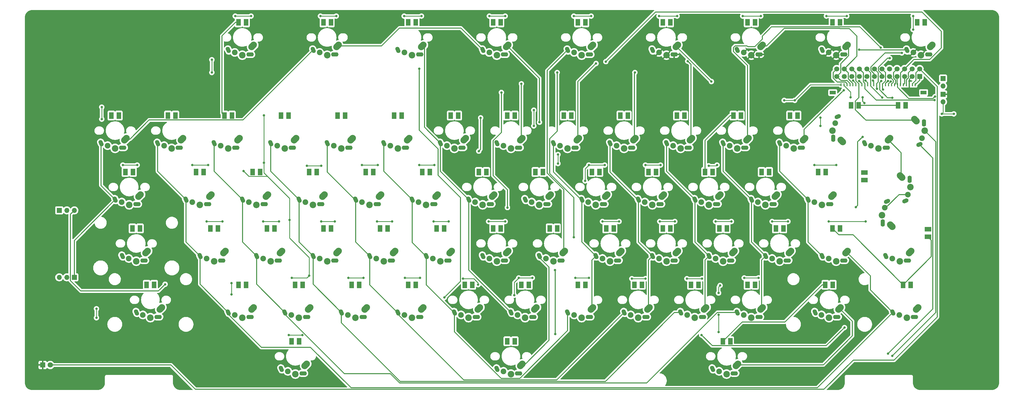
<source format=gbr>
G04 #@! TF.GenerationSoftware,KiCad,Pcbnew,(6.0.10)*
G04 #@! TF.CreationDate,2023-01-28T23:24:39-08:00*
G04 #@! TF.ProjectId,DecentXE,44656365-6e74-4584-952e-6b696361645f,11*
G04 #@! TF.SameCoordinates,Original*
G04 #@! TF.FileFunction,Copper,L2,Bot*
G04 #@! TF.FilePolarity,Positive*
%FSLAX46Y46*%
G04 Gerber Fmt 4.6, Leading zero omitted, Abs format (unit mm)*
G04 Created by KiCad (PCBNEW (6.0.10)) date 2023-01-28 23:24:39*
%MOMM*%
%LPD*%
G01*
G04 APERTURE LIST*
G04 Aperture macros list*
%AMRoundRect*
0 Rectangle with rounded corners*
0 $1 Rounding radius*
0 $2 $3 $4 $5 $6 $7 $8 $9 X,Y pos of 4 corners*
0 Add a 4 corners polygon primitive as box body*
4,1,4,$2,$3,$4,$5,$6,$7,$8,$9,$2,$3,0*
0 Add four circle primitives for the rounded corners*
1,1,$1+$1,$2,$3*
1,1,$1+$1,$4,$5*
1,1,$1+$1,$6,$7*
1,1,$1+$1,$8,$9*
0 Add four rect primitives between the rounded corners*
20,1,$1+$1,$2,$3,$4,$5,0*
20,1,$1+$1,$4,$5,$6,$7,0*
20,1,$1+$1,$6,$7,$8,$9,0*
20,1,$1+$1,$8,$9,$2,$3,0*%
%AMHorizOval*
0 Thick line with rounded ends*
0 $1 width*
0 $2 $3 position (X,Y) of the first rounded end (center of the circle)*
0 $4 $5 position (X,Y) of the second rounded end (center of the circle)*
0 Add line between two ends*
20,1,$1,$2,$3,$4,$5,0*
0 Add two circle primitives to create the rounded ends*
1,1,$1,$2,$3*
1,1,$1,$4,$5*%
G04 Aperture macros list end*
G04 #@! TA.AperFunction,ComponentPad*
%ADD10R,1.700000X1.700000*%
G04 #@! TD*
G04 #@! TA.AperFunction,ComponentPad*
%ADD11O,1.700000X1.700000*%
G04 #@! TD*
G04 #@! TA.AperFunction,ComponentPad*
%ADD12R,1.800000X1.800000*%
G04 #@! TD*
G04 #@! TA.AperFunction,ComponentPad*
%ADD13C,1.800000*%
G04 #@! TD*
G04 #@! TA.AperFunction,ComponentPad*
%ADD14HorizOval,2.200000X-0.353553X-0.353553X0.353553X0.353553X0*%
G04 #@! TD*
G04 #@! TA.AperFunction,ComponentPad*
%ADD15HorizOval,1.400000X-0.169047X0.362523X0.169047X-0.362523X0*%
G04 #@! TD*
G04 #@! TA.AperFunction,ComponentPad*
%ADD16C,1.900000*%
G04 #@! TD*
G04 #@! TA.AperFunction,ComponentPad*
%ADD17O,2.500000X1.400000*%
G04 #@! TD*
G04 #@! TA.AperFunction,ComponentPad*
%ADD18C,2.200000*%
G04 #@! TD*
G04 #@! TA.AperFunction,ComponentPad*
%ADD19R,1.500000X2.300000*%
G04 #@! TD*
G04 #@! TA.AperFunction,ComponentPad*
%ADD20R,2.300000X1.500000*%
G04 #@! TD*
G04 #@! TA.AperFunction,ComponentPad*
%ADD21HorizOval,1.400000X-0.362523X-0.169047X0.362523X0.169047X0*%
G04 #@! TD*
G04 #@! TA.AperFunction,ComponentPad*
%ADD22HorizOval,2.200000X0.353553X-0.353553X-0.353553X0.353553X0*%
G04 #@! TD*
G04 #@! TA.AperFunction,ComponentPad*
%ADD23O,1.400000X2.500000*%
G04 #@! TD*
G04 #@! TA.AperFunction,ComponentPad*
%ADD24HorizOval,2.200000X-0.353553X0.353553X0.353553X-0.353553X0*%
G04 #@! TD*
G04 #@! TA.AperFunction,ComponentPad*
%ADD25HorizOval,1.400000X0.362523X0.169047X-0.362523X-0.169047X0*%
G04 #@! TD*
G04 #@! TA.AperFunction,ComponentPad*
%ADD26RoundRect,0.250000X0.600000X-0.600000X0.600000X0.600000X-0.600000X0.600000X-0.600000X-0.600000X0*%
G04 #@! TD*
G04 #@! TA.AperFunction,ComponentPad*
%ADD27C,1.700000*%
G04 #@! TD*
G04 #@! TA.AperFunction,SMDPad,CuDef*
%ADD28R,0.400000X1.000000*%
G04 #@! TD*
G04 #@! TA.AperFunction,SMDPad,CuDef*
%ADD29R,2.000000X1.300000*%
G04 #@! TD*
G04 #@! TA.AperFunction,ViaPad*
%ADD30C,0.800000*%
G04 #@! TD*
G04 #@! TA.AperFunction,Conductor*
%ADD31C,0.250000*%
G04 #@! TD*
G04 #@! TA.AperFunction,Conductor*
%ADD32C,0.304800*%
G04 #@! TD*
G04 APERTURE END LIST*
D10*
X332683000Y-51811000D03*
D11*
X332683000Y-54351000D03*
D12*
X29360000Y-143200000D03*
D13*
X31900000Y-143200000D03*
D14*
X90597500Y-105030000D03*
D15*
X82397500Y-106410000D03*
D16*
X84557500Y-107240000D03*
D17*
X89697500Y-107910000D03*
D18*
X87097500Y-108160000D03*
D19*
X88367500Y-97080000D03*
X85827500Y-97080000D03*
D15*
X168122500Y-125460000D03*
D14*
X176322500Y-124080000D03*
D18*
X172822500Y-127210000D03*
D16*
X170282500Y-126290000D03*
D17*
X175422500Y-126960000D03*
D19*
X174092500Y-116130000D03*
X171552500Y-116130000D03*
D14*
X138222500Y-124080000D03*
D15*
X130022500Y-125460000D03*
D16*
X132182500Y-126290000D03*
D17*
X137322500Y-126960000D03*
D18*
X134722500Y-127210000D03*
D19*
X135992500Y-116130000D03*
X133452500Y-116130000D03*
D15*
X225272500Y-125460000D03*
D14*
X233472500Y-124080000D03*
D18*
X229972500Y-127210000D03*
D16*
X227432500Y-126290000D03*
D17*
X232572500Y-126960000D03*
D19*
X231242500Y-116130000D03*
X228702500Y-116130000D03*
D14*
X321578750Y-105030000D03*
D15*
X313378750Y-106410000D03*
D16*
X315538750Y-107240000D03*
D18*
X318078750Y-108160000D03*
D17*
X320678750Y-107910000D03*
D20*
X327603750Y-97397500D03*
X327603750Y-99937500D03*
D14*
X117981875Y-143130000D03*
D15*
X109781875Y-144510000D03*
D17*
X117081875Y-146010000D03*
D16*
X111941875Y-145340000D03*
D18*
X114481875Y-146260000D03*
D19*
X115751875Y-135180000D03*
X113211875Y-135180000D03*
D14*
X128697500Y-105030000D03*
D15*
X120497500Y-106410000D03*
D18*
X125197500Y-108160000D03*
D16*
X122657500Y-107240000D03*
D17*
X127797500Y-107910000D03*
D19*
X126467500Y-97080000D03*
X123927500Y-97080000D03*
D14*
X147747500Y-105030000D03*
D15*
X139547500Y-106410000D03*
D17*
X146847500Y-107910000D03*
D16*
X141707500Y-107240000D03*
D18*
X144247500Y-108160000D03*
D19*
X145517500Y-97080000D03*
X142977500Y-97080000D03*
D15*
X158597500Y-106410000D03*
D14*
X166797500Y-105030000D03*
D16*
X160757500Y-107240000D03*
D18*
X163297500Y-108160000D03*
D17*
X165897500Y-107910000D03*
D19*
X164567500Y-97080000D03*
X162027500Y-97080000D03*
D14*
X185847500Y-105030000D03*
D15*
X177647500Y-106410000D03*
D17*
X184947500Y-107910000D03*
D16*
X179807500Y-107240000D03*
D18*
X182347500Y-108160000D03*
D19*
X183617500Y-97080000D03*
X181077500Y-97080000D03*
D15*
X206222500Y-36860000D03*
D14*
X214422500Y-35480000D03*
D18*
X210922500Y-38610000D03*
D17*
X213522500Y-38360000D03*
D16*
X208382500Y-37690000D03*
D19*
X212192500Y-27530000D03*
X209652500Y-27530000D03*
D15*
X315760000Y-125460000D03*
D14*
X323960000Y-124080000D03*
D18*
X320460000Y-127210000D03*
D16*
X317920000Y-126290000D03*
D17*
X323060000Y-126960000D03*
D19*
X321730000Y-116130000D03*
X319190000Y-116130000D03*
D14*
X204897500Y-105030000D03*
D15*
X196697500Y-106410000D03*
D16*
X198857500Y-107240000D03*
D17*
X203997500Y-107910000D03*
D18*
X201397500Y-108160000D03*
D19*
X202667500Y-97080000D03*
X200127500Y-97080000D03*
D14*
X223947500Y-105030000D03*
D15*
X215747500Y-106410000D03*
D17*
X223047500Y-107910000D03*
D16*
X217907500Y-107240000D03*
D18*
X220447500Y-108160000D03*
D19*
X221717500Y-97080000D03*
X219177500Y-97080000D03*
D14*
X242997500Y-105030000D03*
D15*
X234797500Y-106410000D03*
D16*
X236957500Y-107240000D03*
D18*
X239497500Y-108160000D03*
D17*
X242097500Y-107910000D03*
D19*
X240767500Y-97080000D03*
X238227500Y-97080000D03*
D15*
X60966250Y-125460000D03*
D14*
X69166250Y-124080000D03*
D18*
X65666250Y-127210000D03*
D17*
X68266250Y-126960000D03*
D16*
X63126250Y-126290000D03*
D19*
X66936250Y-116130000D03*
X64396250Y-116130000D03*
D15*
X206222500Y-125460000D03*
D14*
X214422500Y-124080000D03*
D16*
X208382500Y-126290000D03*
D17*
X213522500Y-126960000D03*
D18*
X210922500Y-127210000D03*
D19*
X212192500Y-116130000D03*
X209652500Y-116130000D03*
D14*
X195372500Y-124080000D03*
D15*
X187172500Y-125460000D03*
D18*
X191872500Y-127210000D03*
D16*
X189332500Y-126290000D03*
D17*
X194472500Y-126960000D03*
D19*
X193142500Y-116130000D03*
X190602500Y-116130000D03*
D15*
X291960000Y-36860000D03*
D14*
X300160000Y-35480000D03*
D17*
X299260000Y-38360000D03*
D18*
X296660000Y-38610000D03*
D16*
X294120000Y-37690000D03*
D19*
X297930000Y-27530000D03*
X295390000Y-27530000D03*
D14*
X252522500Y-124080000D03*
D15*
X244322500Y-125460000D03*
D17*
X251622500Y-126960000D03*
D18*
X249022500Y-127210000D03*
D16*
X246482500Y-126290000D03*
D19*
X250292500Y-116130000D03*
X247752500Y-116130000D03*
D15*
X272897500Y-106410000D03*
D14*
X281097500Y-105030000D03*
D16*
X275057500Y-107240000D03*
D17*
X280197500Y-107910000D03*
D18*
X277597500Y-108160000D03*
D19*
X278867500Y-97080000D03*
X276327500Y-97080000D03*
D15*
X289566250Y-125460000D03*
D14*
X297766250Y-124080000D03*
D18*
X294266250Y-127210000D03*
D16*
X291726250Y-126290000D03*
D17*
X296866250Y-126960000D03*
D19*
X295536250Y-116130000D03*
X292996250Y-116130000D03*
D15*
X101447500Y-106410000D03*
D14*
X109647500Y-105030000D03*
D18*
X106147500Y-108160000D03*
D16*
X103607500Y-107240000D03*
D17*
X108747500Y-107910000D03*
D19*
X107417500Y-97080000D03*
X104877500Y-97080000D03*
D15*
X263372500Y-36860000D03*
D14*
X271572500Y-35480000D03*
D18*
X268072500Y-38610000D03*
D17*
X270672500Y-38360000D03*
D16*
X265532500Y-37690000D03*
D19*
X269342500Y-27530000D03*
X266802500Y-27530000D03*
D14*
X262047500Y-105030000D03*
D15*
X253847500Y-106410000D03*
D17*
X261147500Y-107910000D03*
D18*
X258547500Y-108160000D03*
D16*
X256007500Y-107240000D03*
D19*
X259817500Y-97080000D03*
X257277500Y-97080000D03*
D14*
X271572500Y-124080000D03*
D15*
X263372500Y-125460000D03*
D16*
X265532500Y-126290000D03*
D17*
X270672500Y-126960000D03*
D18*
X268072500Y-127210000D03*
D19*
X269342500Y-116130000D03*
X266802500Y-116130000D03*
D15*
X182410000Y-144510000D03*
D14*
X190610000Y-143130000D03*
D16*
X184570000Y-145340000D03*
D17*
X189710000Y-146010000D03*
D18*
X187110000Y-146260000D03*
D19*
X188380000Y-135180000D03*
X185840000Y-135180000D03*
D14*
X242997500Y-35480000D03*
D15*
X234797500Y-36860000D03*
D17*
X242097500Y-38360000D03*
D16*
X236957500Y-37690000D03*
D18*
X239497500Y-38610000D03*
D19*
X240767500Y-27530000D03*
X238227500Y-27530000D03*
D15*
X149072500Y-125460000D03*
D14*
X157272500Y-124080000D03*
D16*
X151232500Y-126290000D03*
D18*
X153772500Y-127210000D03*
D17*
X156372500Y-126960000D03*
D19*
X155042500Y-116130000D03*
X152502500Y-116130000D03*
D15*
X110972500Y-125460000D03*
D14*
X119172500Y-124080000D03*
D17*
X118272500Y-126960000D03*
D16*
X113132500Y-126290000D03*
D18*
X115672500Y-127210000D03*
D19*
X116942500Y-116130000D03*
X114402500Y-116130000D03*
D15*
X91922500Y-125460000D03*
D14*
X100122500Y-124080000D03*
D17*
X99222500Y-126960000D03*
D16*
X94082500Y-126290000D03*
D18*
X96622500Y-127210000D03*
D19*
X97892500Y-116130000D03*
X95352500Y-116130000D03*
D15*
X96685000Y-87360000D03*
D14*
X104885000Y-85980000D03*
D17*
X103985000Y-88860000D03*
D16*
X98845000Y-88190000D03*
D18*
X101385000Y-89110000D03*
D19*
X102655000Y-78030000D03*
X100115000Y-78030000D03*
D15*
X172885000Y-87360000D03*
D14*
X181085000Y-85980000D03*
D18*
X177585000Y-89110000D03*
D16*
X175045000Y-88190000D03*
D17*
X180185000Y-88860000D03*
D19*
X178855000Y-78030000D03*
X176315000Y-78030000D03*
D14*
X162035000Y-85980000D03*
D15*
X153835000Y-87360000D03*
D16*
X155995000Y-88190000D03*
D17*
X161135000Y-88860000D03*
D18*
X158535000Y-89110000D03*
D19*
X159805000Y-78030000D03*
X157265000Y-78030000D03*
D14*
X200135000Y-85980000D03*
D15*
X191935000Y-87360000D03*
D16*
X194095000Y-88190000D03*
D18*
X196635000Y-89110000D03*
D17*
X199235000Y-88860000D03*
D19*
X197905000Y-78030000D03*
X195365000Y-78030000D03*
D21*
X319947500Y-87810000D03*
D22*
X318567500Y-79610000D03*
D16*
X320777500Y-85650000D03*
D23*
X321447500Y-80510000D03*
D18*
X321697500Y-83110000D03*
D20*
X306172500Y-78188750D03*
X306172500Y-80728750D03*
D14*
X257285000Y-85980000D03*
D15*
X249085000Y-87360000D03*
D16*
X251245000Y-88190000D03*
D18*
X253785000Y-89110000D03*
D17*
X256385000Y-88860000D03*
D19*
X255055000Y-78030000D03*
X252515000Y-78030000D03*
D14*
X85835000Y-85980000D03*
D15*
X77635000Y-87360000D03*
D18*
X82335000Y-89110000D03*
D16*
X79795000Y-88190000D03*
D17*
X84935000Y-88860000D03*
D19*
X83605000Y-78030000D03*
X81065000Y-78030000D03*
D14*
X219185000Y-85980000D03*
D15*
X210985000Y-87360000D03*
D17*
X218285000Y-88860000D03*
D18*
X215685000Y-89110000D03*
D16*
X213145000Y-88190000D03*
D19*
X216955000Y-78030000D03*
X214415000Y-78030000D03*
D15*
X287185000Y-87360000D03*
D14*
X295385000Y-85980000D03*
D18*
X291885000Y-89110000D03*
D16*
X289345000Y-88190000D03*
D17*
X294485000Y-88860000D03*
D19*
X293155000Y-78030000D03*
X290615000Y-78030000D03*
D15*
X268135000Y-87360000D03*
D14*
X276335000Y-85980000D03*
D18*
X272835000Y-89110000D03*
D17*
X275435000Y-88860000D03*
D16*
X270295000Y-88190000D03*
D19*
X274105000Y-78030000D03*
X271565000Y-78030000D03*
D15*
X134785000Y-87360000D03*
D14*
X142985000Y-85980000D03*
D17*
X142085000Y-88860000D03*
D16*
X136945000Y-88190000D03*
D18*
X139485000Y-89110000D03*
D19*
X140755000Y-78030000D03*
X138215000Y-78030000D03*
D15*
X115735000Y-87360000D03*
D14*
X123935000Y-85980000D03*
D16*
X117895000Y-88190000D03*
D17*
X123035000Y-88860000D03*
D18*
X120435000Y-89110000D03*
D19*
X121705000Y-78030000D03*
X119165000Y-78030000D03*
D14*
X238235000Y-85980000D03*
D15*
X230035000Y-87360000D03*
D17*
X237335000Y-88860000D03*
D16*
X232195000Y-88190000D03*
D18*
X234735000Y-89110000D03*
D19*
X236005000Y-78030000D03*
X233465000Y-78030000D03*
D15*
X49060000Y-68310000D03*
D14*
X57260000Y-66930000D03*
D16*
X51220000Y-69140000D03*
D18*
X53760000Y-70060000D03*
D17*
X56360000Y-69810000D03*
D19*
X55030000Y-58980000D03*
X52490000Y-58980000D03*
D15*
X201460000Y-68310000D03*
D14*
X209660000Y-66930000D03*
D16*
X203620000Y-69140000D03*
D18*
X206160000Y-70060000D03*
D17*
X208760000Y-69810000D03*
D19*
X207430000Y-58980000D03*
X204890000Y-58980000D03*
D15*
X163360000Y-68310000D03*
D14*
X171560000Y-66930000D03*
D17*
X170660000Y-69810000D03*
D18*
X168060000Y-70060000D03*
D16*
X165520000Y-69140000D03*
D19*
X169330000Y-58980000D03*
X166790000Y-58980000D03*
D14*
X228710000Y-66930000D03*
D15*
X220510000Y-68310000D03*
D18*
X225210000Y-70060000D03*
D17*
X227810000Y-69810000D03*
D16*
X222670000Y-69140000D03*
D19*
X226480000Y-58980000D03*
X223940000Y-58980000D03*
D14*
X247760000Y-66930000D03*
D15*
X239560000Y-68310000D03*
D16*
X241720000Y-69140000D03*
D17*
X246860000Y-69810000D03*
D18*
X244260000Y-70060000D03*
D19*
X245530000Y-58980000D03*
X242990000Y-58980000D03*
D15*
X144310000Y-68310000D03*
D14*
X152510000Y-66930000D03*
D16*
X146470000Y-69140000D03*
D18*
X149010000Y-70060000D03*
D17*
X151610000Y-69810000D03*
D19*
X150280000Y-58980000D03*
X147740000Y-58980000D03*
D24*
X298540000Y-67560000D03*
D25*
X297160000Y-59360000D03*
D18*
X295410000Y-64060000D03*
D23*
X295660000Y-66660000D03*
D16*
X296330000Y-61520000D03*
D19*
X301722571Y-55556974D03*
X304262571Y-55556974D03*
D14*
X114410000Y-66930000D03*
D15*
X106210000Y-68310000D03*
D17*
X113510000Y-69810000D03*
D16*
X108370000Y-69140000D03*
D18*
X110910000Y-70060000D03*
D19*
X112180000Y-58980000D03*
X109640000Y-58980000D03*
D15*
X277660000Y-68310000D03*
D14*
X285860000Y-66930000D03*
D16*
X279820000Y-69140000D03*
D18*
X282360000Y-70060000D03*
D17*
X284960000Y-69810000D03*
D19*
X283630000Y-58980000D03*
X281090000Y-58980000D03*
D14*
X133460000Y-66930000D03*
D15*
X125260000Y-68310000D03*
D17*
X132560000Y-69810000D03*
D16*
X127420000Y-69140000D03*
D18*
X129960000Y-70060000D03*
D19*
X131230000Y-58980000D03*
X128690000Y-58980000D03*
D14*
X76310000Y-66930000D03*
D15*
X68110000Y-68310000D03*
D18*
X72810000Y-70060000D03*
D16*
X70270000Y-69140000D03*
D17*
X75410000Y-69810000D03*
D19*
X74080000Y-58980000D03*
X71540000Y-58980000D03*
D14*
X266810000Y-66930000D03*
D15*
X258610000Y-68310000D03*
D16*
X260770000Y-69140000D03*
D18*
X263310000Y-70060000D03*
D17*
X265910000Y-69810000D03*
D19*
X264580000Y-58980000D03*
X262040000Y-58980000D03*
D21*
X324710000Y-68760000D03*
D22*
X323330000Y-60560000D03*
D16*
X325540000Y-66600000D03*
D18*
X326460000Y-64060000D03*
D23*
X326210000Y-61460000D03*
D19*
X320017991Y-55530861D03*
X317477991Y-55530861D03*
D14*
X95360000Y-66930000D03*
D15*
X87160000Y-68310000D03*
D17*
X94460000Y-69810000D03*
D18*
X91860000Y-70060000D03*
D16*
X89320000Y-69140000D03*
D19*
X93130000Y-58980000D03*
X90590000Y-58980000D03*
D15*
X182410000Y-68310000D03*
D14*
X190610000Y-66930000D03*
D18*
X187110000Y-70060000D03*
D16*
X184570000Y-69140000D03*
D17*
X189710000Y-69810000D03*
D19*
X188380000Y-58980000D03*
X185840000Y-58980000D03*
D14*
X62022500Y-85980000D03*
D15*
X53822500Y-87360000D03*
D18*
X58522500Y-89110000D03*
D16*
X55982500Y-88190000D03*
D17*
X61122500Y-88860000D03*
D19*
X59792500Y-78030000D03*
X57252500Y-78030000D03*
D15*
X291947500Y-106410000D03*
D14*
X300147500Y-105030000D03*
D18*
X296647500Y-108160000D03*
D16*
X294107500Y-107240000D03*
D17*
X299247500Y-107910000D03*
D19*
X297917500Y-97080000D03*
X295377500Y-97080000D03*
D14*
X100122500Y-35480000D03*
D15*
X91922500Y-36860000D03*
D18*
X96622500Y-38610000D03*
D16*
X94082500Y-37690000D03*
D17*
X99222500Y-38360000D03*
D19*
X97892500Y-27530000D03*
X95352500Y-27530000D03*
D14*
X128697500Y-35480000D03*
D15*
X120497500Y-36860000D03*
D17*
X127797500Y-38360000D03*
D18*
X125197500Y-38610000D03*
D16*
X122657500Y-37690000D03*
D19*
X126467500Y-27530000D03*
X123927500Y-27530000D03*
D15*
X149072500Y-36860000D03*
D14*
X157272500Y-35480000D03*
D17*
X156372500Y-38360000D03*
D18*
X153772500Y-38610000D03*
D16*
X151232500Y-37690000D03*
D19*
X155042500Y-27530000D03*
X152502500Y-27530000D03*
D14*
X185847500Y-35480000D03*
D15*
X177647500Y-36860000D03*
D16*
X179807500Y-37690000D03*
D18*
X182347500Y-38610000D03*
D17*
X184947500Y-38360000D03*
D19*
X183617500Y-27530000D03*
X181077500Y-27530000D03*
D10*
X40029000Y-113590000D03*
D11*
X37489000Y-113590000D03*
X34949000Y-113590000D03*
D10*
X34964000Y-90984000D03*
D11*
X37504000Y-90984000D03*
X40044000Y-90984000D03*
D15*
X320522500Y-36860000D03*
D14*
X328722500Y-35480000D03*
D18*
X325222500Y-38610000D03*
D16*
X322682500Y-37690000D03*
D17*
X327822500Y-38360000D03*
D19*
X326492500Y-27530000D03*
X323952500Y-27530000D03*
D10*
X332683000Y-46477000D03*
D11*
X332683000Y-49017000D03*
D15*
X306235000Y-68310000D03*
D14*
X314435000Y-66930000D03*
D17*
X313535000Y-69810000D03*
D18*
X310935000Y-70060000D03*
D16*
X308395000Y-69140000D03*
D14*
X64403750Y-105030000D03*
D15*
X56203750Y-106410000D03*
D16*
X58363750Y-107240000D03*
D18*
X60903750Y-108160000D03*
D17*
X63503750Y-107910000D03*
D19*
X62173750Y-97080000D03*
X59633750Y-97080000D03*
D24*
X315208750Y-96135000D03*
D25*
X313828750Y-87935000D03*
D23*
X312328750Y-95235000D03*
D18*
X312078750Y-92635000D03*
D16*
X312998750Y-90095000D03*
D14*
X263238125Y-143130000D03*
D15*
X255038125Y-144510000D03*
D18*
X259738125Y-146260000D03*
D16*
X257198125Y-145340000D03*
D17*
X262338125Y-146010000D03*
D19*
X261008125Y-135180000D03*
X258468125Y-135180000D03*
D26*
X324778000Y-45772000D03*
D27*
X324778000Y-43232000D03*
X322238000Y-45772000D03*
X322238000Y-43232000D03*
X319698000Y-45772000D03*
X319698000Y-43232000D03*
X317158000Y-45772000D03*
X317158000Y-43232000D03*
X314618000Y-45772000D03*
X314618000Y-43232000D03*
X312078000Y-45772000D03*
X312078000Y-43232000D03*
X309538000Y-45772000D03*
X309538000Y-43232000D03*
X306998000Y-45772000D03*
X306998000Y-43232000D03*
X304458000Y-45772000D03*
X304458000Y-43232000D03*
X301918000Y-45772000D03*
X301918000Y-43232000D03*
X299378000Y-45772000D03*
X299378000Y-43232000D03*
X296838000Y-45772000D03*
X296838000Y-43232000D03*
D28*
X323308000Y-48552000D03*
X322308000Y-48552000D03*
X321308000Y-48552000D03*
X320308000Y-48552000D03*
X319308000Y-48552000D03*
X318308000Y-48552000D03*
X317308000Y-48552000D03*
X316308000Y-48552000D03*
X315308000Y-48552000D03*
X314308000Y-48552000D03*
X313308000Y-48552000D03*
X312308000Y-48552000D03*
X311308000Y-48552000D03*
X310308000Y-48552000D03*
X309308000Y-48552000D03*
X308308000Y-48552000D03*
X307308000Y-48552000D03*
X306308000Y-48552000D03*
X305308000Y-48552000D03*
X304308000Y-48552000D03*
X303308000Y-48552000D03*
X302308000Y-48552000D03*
X301308000Y-48552000D03*
X300308000Y-48552000D03*
X299308000Y-48552000D03*
X298308000Y-48552000D03*
D29*
X326108000Y-51252000D03*
X295508000Y-51252000D03*
D30*
X289306000Y-75692000D03*
X296672000Y-75692000D03*
X291338000Y-62484000D03*
X291338000Y-59690000D03*
X47498000Y-127254000D03*
X47498000Y-124206000D03*
X331724000Y-38608000D03*
X306578000Y-94742000D03*
X294132000Y-94742000D03*
X212090000Y-81026000D03*
X213360000Y-75692000D03*
X218694000Y-75692000D03*
X232410000Y-75692000D03*
X237490000Y-75692000D03*
X253746000Y-75946000D03*
X256540000Y-75692000D03*
X176022000Y-116078000D03*
X170942000Y-114046000D03*
X156464000Y-113792000D03*
X151384000Y-113792000D03*
X137414000Y-113792000D03*
X132334000Y-113792000D03*
X265684000Y-113792000D03*
X270510000Y-113792000D03*
X257048000Y-118889100D03*
X257048000Y-126238000D03*
X257556000Y-116332000D03*
X257048000Y-132080000D03*
X227838000Y-114046000D03*
X232410000Y-114046000D03*
X279146000Y-53848000D03*
X282702000Y-53848000D03*
X280416000Y-94742000D03*
X275082000Y-94742000D03*
X261366000Y-94742000D03*
X256032000Y-94742000D03*
X242316000Y-94742000D03*
X237236000Y-94742000D03*
X202946000Y-75184000D03*
X202946000Y-72136000D03*
X194818000Y-57150000D03*
X194818000Y-62484000D03*
X161290000Y-75692000D03*
X156210000Y-75692000D03*
X142240000Y-75692000D03*
X136906000Y-75692000D03*
X123190000Y-75946000D03*
X118364000Y-75946000D03*
X85090000Y-75692000D03*
X79756000Y-75692000D03*
X56388000Y-75692000D03*
X61214000Y-75692000D03*
X49276000Y-56134000D03*
X49276000Y-60198000D03*
X185166000Y-94742000D03*
X179578000Y-94742000D03*
X141986000Y-94742000D03*
X147066000Y-94742000D03*
X161036000Y-94742000D03*
X166116000Y-94742000D03*
X217932000Y-94742000D03*
X223520000Y-94742000D03*
X92964000Y-115570000D03*
X92964000Y-119380000D03*
X112268000Y-133096000D03*
X116840000Y-133096000D03*
X188214000Y-119634000D03*
X189738000Y-113792000D03*
X194310000Y-113792000D03*
X208788000Y-113792000D03*
X213360000Y-113792000D03*
X84582000Y-94742000D03*
X89916000Y-94742000D03*
X103632000Y-94742000D03*
X108966000Y-94742000D03*
X127762000Y-94742000D03*
X123190000Y-94742000D03*
X301517799Y-52812201D03*
X251460000Y-114046000D03*
X246380000Y-114046000D03*
X265176000Y-25400000D03*
X271272000Y-25400000D03*
X293370000Y-25400000D03*
X300228000Y-25400000D03*
X99568000Y-25400000D03*
X94234000Y-25400000D03*
X208280000Y-25400000D03*
X214122000Y-25400000D03*
X243078000Y-25400000D03*
X236982000Y-25400000D03*
X336296000Y-58420000D03*
X322580000Y-29972000D03*
X322580000Y-25400000D03*
X332232000Y-58420000D03*
X122936000Y-25400000D03*
X128270000Y-25400000D03*
X151130000Y-25400000D03*
X156972000Y-25400000D03*
X179832000Y-25400000D03*
X185166000Y-25400000D03*
X113284000Y-113792000D03*
X119126000Y-113030000D03*
X112522000Y-94234000D03*
X97028000Y-77724000D03*
X103886000Y-74930000D03*
X103886000Y-58928000D03*
X86360000Y-44450000D03*
X86360000Y-40132000D03*
X314198000Y-41402000D03*
X329956100Y-52578000D03*
X304408900Y-36703000D03*
X254635000Y-47498000D03*
X302372538Y-47148389D03*
X314134500Y-139382500D03*
X304416897Y-47297549D03*
X190627000Y-48260000D03*
X201930000Y-111125000D03*
X329819000Y-53721000D03*
X70612000Y-115951000D03*
X251333000Y-133096000D03*
X299466000Y-130556000D03*
X202057000Y-132715000D03*
X306547500Y-47149717D03*
X299212000Y-50419000D03*
X312166000Y-52910183D03*
X196723000Y-61234300D03*
X185928000Y-90043000D03*
X309059900Y-47140383D03*
X183896000Y-51181000D03*
X176276000Y-70993000D03*
X176911000Y-59752100D03*
X310388000Y-49911000D03*
X315595000Y-52959000D03*
X311824000Y-47296000D03*
X318770000Y-37846000D03*
X306197000Y-54805074D03*
X312420000Y-50165000D03*
X303276000Y-89916000D03*
X305562000Y-52832000D03*
X305562000Y-66167000D03*
X314110000Y-47296000D03*
X311658000Y-36068000D03*
X314706000Y-39624000D03*
X246673826Y-40600174D03*
X315097159Y-47452597D03*
X228854000Y-44450000D03*
X215773000Y-41400500D03*
X208280000Y-100076000D03*
X202692000Y-44450000D03*
X164719000Y-120396000D03*
X156210000Y-43180000D03*
X219075000Y-40767000D03*
X315595000Y-140081000D03*
D31*
X296672000Y-75692000D02*
X289306000Y-75692000D01*
X291338000Y-59690000D02*
X291338000Y-62484000D01*
X47498000Y-124206000D02*
X47498000Y-127254000D01*
X294132000Y-94742000D02*
X306578000Y-94742000D01*
X287998000Y-48552000D02*
X298308000Y-48552000D01*
X282702000Y-53848000D02*
X287998000Y-48552000D01*
X256286000Y-75946000D02*
X256540000Y-75692000D01*
X253746000Y-75946000D02*
X256286000Y-75946000D01*
X232410000Y-75692000D02*
X237490000Y-75692000D01*
X213360000Y-75692000D02*
X218694000Y-75692000D01*
X212090000Y-76962000D02*
X213360000Y-75692000D01*
X212090000Y-81026000D02*
X212090000Y-76962000D01*
X176022000Y-115509500D02*
X176022000Y-116078000D01*
X174558500Y-114046000D02*
X176022000Y-115509500D01*
X170942000Y-114046000D02*
X174558500Y-114046000D01*
X151384000Y-113792000D02*
X156464000Y-113792000D01*
X132334000Y-113792000D02*
X137414000Y-113792000D01*
X265684000Y-113792000D02*
X270510000Y-113792000D01*
X257048000Y-116840000D02*
X257556000Y-116332000D01*
X257048000Y-118889100D02*
X257048000Y-116840000D01*
X257048000Y-132080000D02*
X257048000Y-126238000D01*
X227838000Y-114046000D02*
X232410000Y-114046000D01*
X279146000Y-53848000D02*
X282702000Y-53848000D01*
X275082000Y-94742000D02*
X280416000Y-94742000D01*
X256032000Y-94742000D02*
X261366000Y-94742000D01*
X237236000Y-94742000D02*
X242316000Y-94742000D01*
X202946000Y-75184000D02*
X202946000Y-72136000D01*
X194818000Y-57150000D02*
X194818000Y-62484000D01*
X156210000Y-75692000D02*
X161290000Y-75692000D01*
X136906000Y-75692000D02*
X142240000Y-75692000D01*
X118364000Y-75946000D02*
X123190000Y-75946000D01*
X61214000Y-75692000D02*
X56388000Y-75692000D01*
X85090000Y-75692000D02*
X79756000Y-75692000D01*
X49276000Y-60198000D02*
X49276000Y-56134000D01*
X147066000Y-94742000D02*
X141986000Y-94742000D01*
X166116000Y-94742000D02*
X161036000Y-94742000D01*
X185166000Y-94742000D02*
X179578000Y-94742000D01*
X223520000Y-94742000D02*
X217932000Y-94742000D01*
X92964000Y-119380000D02*
X92964000Y-115570000D01*
X116840000Y-133096000D02*
X112268000Y-133096000D01*
X189738000Y-113792000D02*
X188214000Y-115316000D01*
X188214000Y-115316000D02*
X188214000Y-119634000D01*
X194310000Y-113792000D02*
X189738000Y-113792000D01*
X213360000Y-113792000D02*
X208788000Y-113792000D01*
X89916000Y-94742000D02*
X84582000Y-94742000D01*
X108966000Y-94742000D02*
X103632000Y-94742000D01*
X123190000Y-94742000D02*
X127762000Y-94742000D01*
X299308000Y-48852000D02*
X301517799Y-51061799D01*
X301517799Y-51061799D02*
X301517799Y-52812201D01*
X299308000Y-48552000D02*
X299308000Y-48852000D01*
X246380000Y-114046000D02*
X251460000Y-114046000D01*
X265176000Y-25400000D02*
X271272000Y-25400000D01*
X300228000Y-25400000D02*
X293370000Y-25400000D01*
X94234000Y-25400000D02*
X99568000Y-25400000D01*
X214122000Y-25400000D02*
X208280000Y-25400000D01*
X243078000Y-25400000D02*
X236982000Y-25400000D01*
X332232000Y-58420000D02*
X336296000Y-58420000D01*
X322580000Y-25400000D02*
X322580000Y-29718000D01*
X332683000Y-57969000D02*
X332232000Y-58420000D01*
X332683000Y-54351000D02*
X332683000Y-57969000D01*
X122936000Y-25400000D02*
X128270000Y-25400000D01*
X151130000Y-25400000D02*
X156972000Y-25400000D01*
X179832000Y-25400000D02*
X185166000Y-25400000D01*
X118364000Y-113792000D02*
X113284000Y-113792000D01*
X119126000Y-113030000D02*
X118364000Y-113792000D01*
X112522000Y-100330000D02*
X112522000Y-94234000D01*
X119126000Y-106934000D02*
X112522000Y-100330000D01*
X119126000Y-113030000D02*
X119126000Y-106934000D01*
X105113122Y-79505000D02*
X106022061Y-80413939D01*
X102619000Y-79505000D02*
X105113122Y-79505000D01*
X106022061Y-80413939D02*
X103886000Y-78277878D01*
X112522000Y-86913878D02*
X106022061Y-80413939D01*
X98809000Y-79505000D02*
X102619000Y-79505000D01*
X112522000Y-94234000D02*
X112522000Y-86913878D01*
X103886000Y-78232000D02*
X103886000Y-74930000D01*
X103886000Y-78277878D02*
X103886000Y-78232000D01*
X97028000Y-77724000D02*
X98809000Y-79505000D01*
X103886000Y-58928000D02*
X103886000Y-74930000D01*
X86360000Y-40132000D02*
X86360000Y-44450000D01*
D32*
X321056000Y-53213000D02*
X329262945Y-53213000D01*
X329897945Y-52578000D02*
X329262945Y-53213000D01*
X329956100Y-52578000D02*
X329897945Y-52578000D01*
X321308000Y-46702000D02*
X321308000Y-48552000D01*
X322238000Y-45772000D02*
X321308000Y-46702000D01*
X322308000Y-48252000D02*
X323508000Y-47052000D01*
X316166500Y-141541500D02*
X302450500Y-141541500D01*
X292575899Y-151416101D02*
X80804101Y-151416101D01*
X324778000Y-43232000D02*
X330708000Y-49162000D01*
X330708000Y-127000000D02*
X316166500Y-141541500D01*
X330708000Y-49162000D02*
X330708000Y-127000000D01*
X302450500Y-141541500D02*
X292575899Y-151416101D01*
X323508000Y-44502000D02*
X324778000Y-43232000D01*
X323508000Y-47052000D02*
X323508000Y-44502000D01*
X72588000Y-143200000D02*
X31900000Y-143200000D01*
X80804101Y-151416101D02*
X72588000Y-143200000D01*
X328730051Y-106589949D02*
X328730051Y-101063801D01*
X319190000Y-116130000D02*
X328730051Y-106589949D01*
X304262571Y-55556974D02*
X317451878Y-55556974D01*
X279441978Y-128662400D02*
X291974378Y-116130000D01*
X302321551Y-99261551D02*
X319190000Y-116130000D01*
X291974378Y-116130000D02*
X292996250Y-116130000D01*
X260933000Y-58980000D02*
X262040000Y-58980000D01*
X252515000Y-67398000D02*
X260933000Y-58980000D01*
X89790100Y-58180100D02*
X89790100Y-32070528D01*
X295377500Y-97080000D02*
X297559051Y-99261551D01*
X252515000Y-78030000D02*
X252515000Y-67398000D01*
X89790100Y-32070528D02*
X94330628Y-27530000D01*
X258468125Y-135180000D02*
X264985725Y-128662400D01*
X264985725Y-128662400D02*
X279441978Y-128662400D01*
X328730051Y-101063801D02*
X327603750Y-99937500D01*
X94330628Y-27530000D02*
X95352500Y-27530000D01*
X297559051Y-99261551D02*
X302321551Y-99261551D01*
X90590000Y-58980000D02*
X89790100Y-58180100D01*
X323308000Y-48552000D02*
X324778000Y-47082000D01*
X324778000Y-47082000D02*
X324778000Y-45772000D01*
X299781600Y-47699600D02*
X300308000Y-48226000D01*
X296838000Y-43232000D02*
X295635600Y-44434400D01*
X295635600Y-46270051D02*
X297065149Y-47699600D01*
X295635600Y-44434400D02*
X295635600Y-46270051D01*
X304408900Y-36703000D02*
X304565900Y-36860000D01*
X297065149Y-47699600D02*
X299781600Y-47699600D01*
X304565900Y-36860000D02*
X320522500Y-36860000D01*
X296838000Y-45772000D02*
X298175600Y-44434400D01*
X300862400Y-38795918D02*
X300862400Y-36182400D01*
X300355600Y-47194800D02*
X301308000Y-48147200D01*
X301308000Y-48147200D02*
X301308000Y-48552000D01*
X300862400Y-36182400D02*
X300160000Y-35480000D01*
X298260800Y-47194800D02*
X300355600Y-47194800D01*
X298175600Y-44434400D02*
X298175600Y-41482718D01*
X296838000Y-45772000D02*
X298260800Y-47194800D01*
X298175600Y-41482718D02*
X300862400Y-38795918D01*
X273257000Y-35480000D02*
X279154401Y-29582599D01*
X297913991Y-29582599D02*
X297932196Y-29600804D01*
X299378000Y-43232000D02*
X300715600Y-44569600D01*
X279154401Y-29582599D02*
X297913991Y-29582599D01*
X301126804Y-29600804D02*
X303657000Y-32131000D01*
X300715600Y-44569600D02*
X300715600Y-46554800D01*
X302308000Y-48147200D02*
X302308000Y-48552000D01*
X297932196Y-29600804D02*
X301126804Y-29600804D01*
X271572500Y-35480000D02*
X273257000Y-35480000D01*
X300715600Y-46554800D02*
X302308000Y-48147200D01*
X303657000Y-38953000D02*
X299378000Y-43232000D01*
X303657000Y-32131000D02*
X303657000Y-38953000D01*
X254635000Y-47498000D02*
X242997500Y-35860500D01*
X303308000Y-48552000D02*
X303308000Y-48083851D01*
X303308000Y-48083851D02*
X302372538Y-47148389D01*
X292353000Y-143130000D02*
X302133000Y-133350000D01*
X304308000Y-48552000D02*
X304308000Y-52906745D01*
X324710000Y-68760000D02*
X329234851Y-73284851D01*
X303255600Y-44569600D02*
X301918000Y-43232000D01*
X304308000Y-52906745D02*
X303149000Y-54065745D01*
X302133000Y-133350000D02*
X302133000Y-128446750D01*
X304308000Y-48252000D02*
X303255600Y-47199600D01*
X303149000Y-54065745D02*
X303149000Y-57023000D01*
X329234851Y-124282149D02*
X314134500Y-139382500D01*
X303255600Y-47199600D02*
X303255600Y-44569600D01*
X302133000Y-128446750D02*
X297766250Y-124080000D01*
X263238125Y-143130000D02*
X292353000Y-143130000D01*
X303149000Y-57023000D02*
X306686000Y-60560000D01*
X306686000Y-60560000D02*
X323330000Y-60560000D01*
X329234851Y-73284851D02*
X329234851Y-124282149D01*
X305308000Y-48552000D02*
X305308000Y-48188652D01*
X172885000Y-111172500D02*
X172885000Y-87360000D01*
X172885000Y-87360000D02*
X163360000Y-77835000D01*
X163360000Y-77835000D02*
X163360000Y-68310000D01*
X157974900Y-62924900D02*
X157974900Y-36182400D01*
X187172500Y-125460000D02*
X172885000Y-111172500D01*
X163360000Y-68310000D02*
X157974900Y-62924900D01*
X190627000Y-48260000D02*
X190610000Y-48277000D01*
X190610000Y-48277000D02*
X190610000Y-66930000D01*
X305308000Y-48188652D02*
X304416897Y-47297549D01*
X157974900Y-36182400D02*
X157272500Y-35480000D01*
X329819000Y-53721000D02*
X310119800Y-53721000D01*
X305795600Y-47617600D02*
X306308000Y-48130000D01*
X306308000Y-49909200D02*
X306308000Y-48552000D01*
X310119800Y-53721000D02*
X306308000Y-49909200D01*
X202057000Y-132715000D02*
X202057000Y-111252000D01*
X202057000Y-111252000D02*
X201930000Y-111125000D01*
X299466000Y-130556000D02*
X293339600Y-136682400D01*
X70612000Y-115951000D02*
X68380401Y-118182599D01*
X68380401Y-118182599D02*
X42216799Y-118182599D01*
X38735000Y-92293000D02*
X40044000Y-90984000D01*
X304458000Y-43232000D02*
X305795600Y-44569600D01*
X306308000Y-48130000D02*
X306308000Y-48552000D01*
X42216799Y-118182599D02*
X38735000Y-114700800D01*
X305795600Y-44569600D02*
X305795600Y-47617600D01*
X38735000Y-114700800D02*
X38735000Y-92293000D01*
X293339600Y-136682400D02*
X254919400Y-136682400D01*
X254919400Y-136682400D02*
X251333000Y-133096000D01*
X308192651Y-113075151D02*
X300147500Y-105030000D01*
X287185000Y-87360000D02*
X277660000Y-77835000D01*
X68110000Y-77835000D02*
X77635000Y-87360000D01*
X315760000Y-125460000D02*
X308192651Y-117892651D01*
X307308000Y-48552000D02*
X307308000Y-47910217D01*
X68110000Y-68310000D02*
X68110000Y-77835000D01*
X77635000Y-101647500D02*
X82397500Y-106410000D01*
X91922500Y-126102277D02*
X103052822Y-137232599D01*
X299212000Y-50419000D02*
X295624950Y-54006050D01*
X307308000Y-47910217D02*
X306547500Y-47149717D01*
X82397500Y-106410000D02*
X82397500Y-115935000D01*
X285860000Y-63706100D02*
X295560050Y-54006050D01*
X285860000Y-66930000D02*
X285860000Y-63706100D01*
X277660000Y-77835000D02*
X277660000Y-68310000D01*
X77635000Y-87360000D02*
X77635000Y-101647500D01*
X291947500Y-106410000D02*
X287185000Y-101647500D01*
X308192651Y-117892651D02*
X308192651Y-113075151D01*
X119579599Y-137232599D02*
X133258301Y-150911301D01*
X287185000Y-101647500D02*
X287185000Y-87360000D01*
X290308699Y-150911301D02*
X315760000Y-125460000D01*
X82397500Y-115935000D02*
X91922500Y-125460000D01*
X133258301Y-150911301D02*
X290308699Y-150911301D01*
X295624950Y-54006050D02*
X295560050Y-54006050D01*
X103052822Y-137232599D02*
X119579599Y-137232599D01*
X65247600Y-60482400D02*
X58800000Y-66930000D01*
X143530628Y-35480000D02*
X149546628Y-29464000D01*
X318567500Y-71552500D02*
X318567500Y-79610000D01*
X149546628Y-29464000D02*
X170251500Y-29464000D01*
X40029000Y-113590000D02*
X40029000Y-101153500D01*
X58800000Y-66930000D02*
X57260000Y-66930000D01*
X196723000Y-46355500D02*
X196723000Y-61234300D01*
X308308000Y-44542000D02*
X308308000Y-48552000D01*
X128697500Y-35480000D02*
X143530628Y-35480000D01*
X120497500Y-36860000D02*
X96875100Y-60482400D01*
X170251500Y-29464000D02*
X177647500Y-36860000D01*
X185847500Y-35480000D02*
X196723000Y-46355500D01*
X49060000Y-82597500D02*
X53822500Y-87360000D01*
X306998000Y-43232000D02*
X308308000Y-44542000D01*
X40029000Y-101153500D02*
X53822500Y-87360000D01*
X96875100Y-60482400D02*
X65247600Y-60482400D01*
X49060000Y-68310000D02*
X49060000Y-82597500D01*
X308308000Y-48552000D02*
X308308000Y-49052183D01*
X308308000Y-49052183D02*
X312166000Y-52910183D01*
X314435000Y-67420000D02*
X318567500Y-71552500D01*
X185928000Y-84081128D02*
X185928000Y-90043000D01*
X183896000Y-51181000D02*
X183896000Y-64683019D01*
X183896000Y-64683019D02*
X181102927Y-67476092D01*
X181102927Y-79256055D02*
X185928000Y-84081128D01*
X309308000Y-48552000D02*
X309308000Y-47388483D01*
X309308000Y-47388483D02*
X309059900Y-47140383D01*
X181102927Y-67476092D02*
X181102927Y-79256055D01*
X310808000Y-47699600D02*
X310308000Y-48199600D01*
X310308000Y-49831000D02*
X310388000Y-49911000D01*
X309538000Y-43232000D02*
X310808000Y-44502000D01*
X176911000Y-70358000D02*
X176276000Y-70993000D01*
X310808000Y-44502000D02*
X310808000Y-47699600D01*
X310308000Y-48199600D02*
X310308000Y-48552000D01*
X310308000Y-48552000D02*
X310308000Y-49831000D01*
X176911000Y-59752100D02*
X176911000Y-70358000D01*
X308335600Y-42598749D02*
X308335600Y-43794600D01*
X313944000Y-52959000D02*
X311308000Y-50323000D01*
X318770000Y-37846000D02*
X313088349Y-37846000D01*
X315595000Y-52959000D02*
X313944000Y-52959000D01*
X311308000Y-47812000D02*
X311824000Y-47296000D01*
X311308000Y-50323000D02*
X311308000Y-48552000D01*
X313088349Y-37846000D02*
X308335600Y-42598749D01*
X311308000Y-48552000D02*
X311308000Y-47812000D01*
X308335600Y-43794600D02*
X309538000Y-44997000D01*
X309538000Y-44997000D02*
X309538000Y-45772000D01*
X312078000Y-43232000D02*
X313280400Y-44434400D01*
X312308000Y-50053000D02*
X312420000Y-50165000D01*
X305562000Y-52832000D02*
X305562000Y-54170074D01*
X303901400Y-89290600D02*
X303276000Y-89916000D01*
X305562000Y-54170074D02*
X306197000Y-54805074D01*
X305562000Y-66167000D02*
X303901400Y-67827600D01*
X312308000Y-48552000D02*
X312308000Y-50053000D01*
X313280400Y-44434400D02*
X313280400Y-47363600D01*
X303901400Y-67827600D02*
X303901400Y-89290600D01*
X313280400Y-47363600D02*
X312308000Y-48336000D01*
X269276892Y-35687000D02*
X271780000Y-33183892D01*
X310875600Y-42692400D02*
X310875600Y-43855704D01*
X266868108Y-35687000D02*
X269276892Y-35687000D01*
X266810000Y-66930000D02*
X266810000Y-42100387D01*
X262065427Y-37355814D02*
X262065427Y-36026092D01*
X268135000Y-87360000D02*
X258610000Y-77835000D01*
X310875600Y-43855704D02*
X312078000Y-45058104D01*
X268135000Y-101647500D02*
X268135000Y-87360000D01*
X258610000Y-77835000D02*
X258610000Y-68310000D01*
X110972500Y-126102277D02*
X130988922Y-146118699D01*
X101447500Y-115935000D02*
X101447500Y-106410000D01*
X266614108Y-35433000D02*
X266868108Y-35687000D01*
X313308000Y-48552000D02*
X313308000Y-48098000D01*
X271572500Y-124080000D02*
X271572500Y-107735000D01*
X313944000Y-39624000D02*
X310875600Y-42692400D01*
X304622400Y-29032400D02*
X311658000Y-36068000D01*
X110972500Y-125460000D02*
X101447500Y-115935000D01*
X256647000Y-125460000D02*
X263372500Y-125460000D01*
X271780000Y-32131000D02*
X274878600Y-29032400D01*
X146515460Y-146118699D02*
X149623561Y-149226800D01*
X271572500Y-107735000D02*
X272897500Y-106410000D01*
X149623561Y-149226800D02*
X232880200Y-149226800D01*
X272897500Y-106410000D02*
X268135000Y-101647500D01*
X266810000Y-42100387D02*
X262065427Y-37355814D01*
X271780000Y-33183892D02*
X271780000Y-32131000D01*
X87160000Y-77835000D02*
X96685000Y-87360000D01*
X274878600Y-29032400D02*
X304622400Y-29032400D01*
X232880200Y-149226800D02*
X256647000Y-125460000D01*
X314706000Y-39624000D02*
X313944000Y-39624000D01*
X262658519Y-35433000D02*
X266614108Y-35433000D01*
X262065427Y-36026092D02*
X262658519Y-35433000D01*
X96685000Y-101647500D02*
X101447500Y-106410000D01*
X87160000Y-68310000D02*
X87160000Y-77835000D01*
X96685000Y-87360000D02*
X96685000Y-101647500D01*
X313308000Y-48098000D02*
X314110000Y-47296000D01*
X130988922Y-146118699D02*
X146515460Y-146118699D01*
X312078000Y-45058104D02*
X312078000Y-45772000D01*
X218938657Y-148722000D02*
X242200657Y-125460000D01*
X120497500Y-106410000D02*
X120497500Y-115935000D01*
X120497500Y-115935000D02*
X130022500Y-125460000D01*
X149832657Y-148722000D02*
X218938657Y-148722000D01*
X314308000Y-48241756D02*
X315097159Y-47452597D01*
X247760000Y-41686348D02*
X247760000Y-66930000D01*
X249085000Y-101647500D02*
X249085000Y-87360000D01*
X252522500Y-107735000D02*
X253847500Y-106410000D01*
X106210000Y-68310000D02*
X106210000Y-77835000D01*
X115735000Y-87360000D02*
X115735000Y-101647500D01*
X239560000Y-77835000D02*
X239560000Y-68310000D01*
X130022500Y-125460000D02*
X130022500Y-128911843D01*
X130022500Y-128911843D02*
X149832657Y-148722000D01*
X242200657Y-125460000D02*
X244322500Y-125460000D01*
X249085000Y-87360000D02*
X239560000Y-77835000D01*
X106210000Y-77835000D02*
X115735000Y-87360000D01*
X115735000Y-101647500D02*
X120497500Y-106410000D01*
X246673826Y-40600174D02*
X247760000Y-41686348D01*
X252522500Y-124080000D02*
X252522500Y-107735000D01*
X253847500Y-106410000D02*
X249085000Y-101647500D01*
X229841524Y-87360000D02*
X220510000Y-78028476D01*
X171187423Y-148217200D02*
X202515300Y-148217200D01*
X233472500Y-107735000D02*
X234797500Y-106410000D01*
X134785000Y-101647500D02*
X139547500Y-106410000D01*
X230035000Y-101647500D02*
X230035000Y-87360000D01*
X233472500Y-124080000D02*
X233472500Y-107735000D01*
X149072500Y-126102277D02*
X171187423Y-148217200D01*
X202515300Y-148217200D02*
X225272500Y-125460000D01*
X228854000Y-44450000D02*
X228710000Y-44594000D01*
X148879024Y-125460000D02*
X139547500Y-116128476D01*
X134785000Y-87360000D02*
X134785000Y-101647500D01*
X315888000Y-47725811D02*
X315888000Y-47042000D01*
X125260000Y-78028476D02*
X125260000Y-68310000D01*
X139547500Y-116128476D02*
X139547500Y-106410000D01*
X315308000Y-48305811D02*
X315888000Y-47725811D01*
X134591524Y-87360000D02*
X125260000Y-78028476D01*
X220510000Y-78028476D02*
X220510000Y-68310000D01*
X315888000Y-47042000D02*
X314618000Y-45772000D01*
X228710000Y-44594000D02*
X228710000Y-66930000D01*
X234797500Y-106410000D02*
X230035000Y-101647500D01*
X153835000Y-87360000D02*
X144310000Y-77835000D01*
X209660000Y-47513500D02*
X209660000Y-66930000D01*
X144310000Y-77835000D02*
X144310000Y-68310000D01*
X215747500Y-106410000D02*
X210985000Y-101647500D01*
X317158000Y-43232000D02*
X315955600Y-44434400D01*
X315955600Y-44434400D02*
X315955600Y-46347600D01*
X167929024Y-125460000D02*
X158597500Y-116128476D01*
X190071600Y-147712400D02*
X206222500Y-131561500D01*
X214422500Y-124080000D02*
X214422500Y-107735000D01*
X210985000Y-101647500D02*
X210985000Y-87360000D01*
X168122500Y-125460000D02*
X168122500Y-132025387D01*
X315958800Y-46347600D02*
X315955600Y-46347600D01*
X206222500Y-131561500D02*
X206222500Y-125460000D01*
X201460000Y-78028476D02*
X201460000Y-68310000D01*
X153835000Y-101840976D02*
X153835000Y-87360000D01*
X316653200Y-47042000D02*
X315958800Y-46347600D01*
X183809513Y-147712400D02*
X190071600Y-147712400D01*
X210791524Y-87360000D02*
X201460000Y-78028476D01*
X158597500Y-116128476D02*
X158597500Y-106410000D01*
X214422500Y-107735000D02*
X215747500Y-106410000D01*
X158404024Y-106410000D02*
X153835000Y-101840976D01*
X168122500Y-132025387D02*
X183809513Y-147712400D01*
X316308000Y-48552000D02*
X316653200Y-48206800D01*
X316653200Y-48206800D02*
X316653200Y-47042000D01*
X215773000Y-41400500D02*
X209660000Y-47513500D01*
X317158000Y-45772000D02*
X317158000Y-48402000D01*
X208280000Y-86669232D02*
X200152927Y-78542159D01*
X200152927Y-78542159D02*
X200152927Y-66778945D01*
X208280000Y-100076000D02*
X208280000Y-86669232D01*
X321056000Y-53213000D02*
X317308000Y-49465000D01*
X202692000Y-64239872D02*
X202692000Y-44450000D01*
X200152927Y-66778945D02*
X202692000Y-64239872D01*
X317308000Y-49465000D02*
X317308000Y-48552000D01*
X317158000Y-48402000D02*
X317308000Y-48552000D01*
X319698000Y-43232000D02*
X322867600Y-40062400D01*
X162560000Y-70238128D02*
X156210000Y-63888128D01*
X170129900Y-114985100D02*
X170129900Y-86690900D01*
X164719000Y-120396000D02*
X170129900Y-114985100D01*
X162560000Y-79121000D02*
X162560000Y-70238128D01*
X328158418Y-40062400D02*
X332105000Y-36115818D01*
X325579900Y-24012600D02*
X235829400Y-24012600D01*
X332105000Y-36115818D02*
X332105000Y-30537700D01*
X319698000Y-43232000D02*
X318360400Y-44569600D01*
X235829400Y-24012600D02*
X219075000Y-40767000D01*
X318360400Y-44569600D02*
X318360400Y-48499600D01*
X322867600Y-40062400D02*
X328158418Y-40062400D01*
X170129900Y-86690900D02*
X162560000Y-79121000D01*
X156210000Y-63888128D02*
X156210000Y-43180000D01*
X332105000Y-30537700D02*
X325579900Y-24012600D01*
X319698000Y-45772000D02*
X319698000Y-48162000D01*
X319698000Y-48162000D02*
X319308000Y-48552000D01*
X199945100Y-110169472D02*
X196697500Y-106921872D01*
X320968000Y-46280000D02*
X320308000Y-46940000D01*
X320968000Y-44502000D02*
X320968000Y-46280000D01*
X206222500Y-36860000D02*
X199327600Y-43754900D01*
X322238000Y-43232000D02*
X320968000Y-44502000D01*
X199327600Y-43754900D02*
X199327600Y-78430728D01*
X191661247Y-143130000D02*
X199945100Y-134846147D01*
X199945100Y-134846147D02*
X199945100Y-110169472D01*
X199327600Y-78430728D02*
X204897500Y-84000628D01*
X204897500Y-84000628D02*
X204897500Y-105030000D01*
X320308000Y-46940000D02*
X320308000Y-48552000D01*
X317826432Y-85650000D02*
X320777500Y-85650000D01*
X313381432Y-90095000D02*
X317826432Y-85650000D01*
X330203200Y-67803200D02*
X330203200Y-125472800D01*
X326460000Y-64060000D02*
X330203200Y-67803200D01*
X330203200Y-125472800D02*
X315595000Y-140081000D01*
G04 #@! TA.AperFunction,Conductor*
G36*
X235302778Y-23388502D02*
G01*
X235349271Y-23442158D01*
X235359375Y-23512432D01*
X235329881Y-23577012D01*
X235323752Y-23583595D01*
X219085752Y-39821595D01*
X219023440Y-39855621D01*
X218996657Y-39858500D01*
X218979513Y-39858500D01*
X218973061Y-39859872D01*
X218973056Y-39859872D01*
X218886113Y-39878353D01*
X218792712Y-39898206D01*
X218786682Y-39900891D01*
X218786681Y-39900891D01*
X218624278Y-39973197D01*
X218624276Y-39973198D01*
X218618248Y-39975882D01*
X218612907Y-39979762D01*
X218612906Y-39979763D01*
X218591169Y-39995556D01*
X218463747Y-40088134D01*
X218459326Y-40093044D01*
X218459325Y-40093045D01*
X218359424Y-40203997D01*
X218335960Y-40230056D01*
X218240473Y-40395444D01*
X218181458Y-40577072D01*
X218161496Y-40767000D01*
X218181458Y-40956928D01*
X218240473Y-41138556D01*
X218335960Y-41303944D01*
X218340378Y-41308851D01*
X218340379Y-41308852D01*
X218459289Y-41440915D01*
X218463747Y-41445866D01*
X218618248Y-41558118D01*
X218624276Y-41560802D01*
X218624278Y-41560803D01*
X218755459Y-41619208D01*
X218792712Y-41635794D01*
X218883365Y-41655063D01*
X218973056Y-41674128D01*
X218973061Y-41674128D01*
X218979513Y-41675500D01*
X219170487Y-41675500D01*
X219176939Y-41674128D01*
X219176944Y-41674128D01*
X219266635Y-41655063D01*
X219357288Y-41635794D01*
X219394541Y-41619208D01*
X219525722Y-41560803D01*
X219525724Y-41560802D01*
X219531752Y-41558118D01*
X219686253Y-41445866D01*
X219690711Y-41440915D01*
X219809621Y-41308852D01*
X219809622Y-41308851D01*
X219814040Y-41303944D01*
X219909527Y-41138556D01*
X219968542Y-40956928D01*
X219981356Y-40835007D01*
X220008369Y-40769351D01*
X220017571Y-40759083D01*
X220861264Y-39915390D01*
X238556940Y-39915390D01*
X238562667Y-39923040D01*
X238761006Y-40044583D01*
X238769800Y-40049064D01*
X238994491Y-40142134D01*
X239003876Y-40145183D01*
X239240363Y-40201959D01*
X239250110Y-40203502D01*
X239492570Y-40222584D01*
X239502430Y-40222584D01*
X239744890Y-40203502D01*
X239754637Y-40201959D01*
X239991124Y-40145183D01*
X240000509Y-40142134D01*
X240225200Y-40049064D01*
X240233994Y-40044583D01*
X240428667Y-39925287D01*
X240438127Y-39914830D01*
X240434344Y-39906054D01*
X239510312Y-38982022D01*
X239496368Y-38974408D01*
X239494535Y-38974539D01*
X239487920Y-38978790D01*
X238563700Y-39903010D01*
X238556940Y-39915390D01*
X220861264Y-39915390D01*
X221887754Y-38888900D01*
X236123858Y-38888900D01*
X236127161Y-38893560D01*
X236320899Y-39006771D01*
X236330186Y-39011221D01*
X236544506Y-39093062D01*
X236554408Y-39095939D01*
X236779199Y-39141673D01*
X236789451Y-39142896D01*
X237018702Y-39151302D01*
X237028988Y-39150835D01*
X237256543Y-39121684D01*
X237266629Y-39119541D01*
X237486364Y-39053617D01*
X237495959Y-39049856D01*
X237701966Y-38948935D01*
X237710832Y-38943650D01*
X237740677Y-38922361D01*
X237807750Y-38899087D01*
X237876759Y-38915770D01*
X237925793Y-38967113D01*
X237936365Y-38995525D01*
X237962317Y-39103624D01*
X237965366Y-39113009D01*
X238058436Y-39337700D01*
X238062917Y-39346494D01*
X238182213Y-39541167D01*
X238192670Y-39550627D01*
X238201446Y-39546844D01*
X240431300Y-37316990D01*
X240438060Y-37304610D01*
X240432333Y-37296960D01*
X240233994Y-37175417D01*
X240225200Y-37170936D01*
X240000509Y-37077866D01*
X239991124Y-37074817D01*
X239754637Y-37018041D01*
X239744890Y-37016498D01*
X239502430Y-36997416D01*
X239492570Y-36997416D01*
X239250110Y-37016498D01*
X239240363Y-37018041D01*
X239003876Y-37074817D01*
X238994491Y-37077866D01*
X238769800Y-37170936D01*
X238761006Y-37175417D01*
X238553638Y-37302492D01*
X238543720Y-37309699D01*
X238476853Y-37333559D01*
X238407701Y-37317481D01*
X238358219Y-37266569D01*
X238347452Y-37238460D01*
X238343704Y-37223539D01*
X238340383Y-37213784D01*
X238248909Y-37003410D01*
X238244031Y-36994312D01*
X238162884Y-36868876D01*
X238152198Y-36859674D01*
X238142633Y-36864077D01*
X236131135Y-38875575D01*
X236123858Y-38888900D01*
X221887754Y-38888900D01*
X224321524Y-36455130D01*
X233415807Y-36455130D01*
X233416110Y-36460726D01*
X233416110Y-36460727D01*
X233418244Y-36500134D01*
X233427473Y-36670540D01*
X233428763Y-36675996D01*
X233428763Y-36675998D01*
X233472183Y-36859674D01*
X233477101Y-36880480D01*
X233497373Y-36931424D01*
X233684556Y-37332839D01*
X233875265Y-37741815D01*
X233894406Y-37782864D01*
X233975036Y-37921957D01*
X234114565Y-38086485D01*
X234281024Y-38223703D01*
X234285916Y-38226448D01*
X234285917Y-38226449D01*
X234375089Y-38276490D01*
X234469153Y-38329276D01*
X234474455Y-38331112D01*
X234667708Y-38398032D01*
X234667710Y-38398033D01*
X234673002Y-38399865D01*
X234886130Y-38433241D01*
X234891734Y-38433114D01*
X234891737Y-38433114D01*
X234989679Y-38430891D01*
X235101802Y-38428346D01*
X235107295Y-38427228D01*
X235107299Y-38427228D01*
X235307707Y-38386455D01*
X235307710Y-38386454D01*
X235313196Y-38385338D01*
X235318398Y-38383268D01*
X235318401Y-38383267D01*
X235504304Y-38309287D01*
X235574993Y-38302684D01*
X235638030Y-38335347D01*
X235658325Y-38360524D01*
X235751236Y-38512143D01*
X235761692Y-38521604D01*
X235770470Y-38517820D01*
X237782090Y-36506200D01*
X237789111Y-36493343D01*
X237781338Y-36482676D01*
X237771167Y-36474643D01*
X237762583Y-36468940D01*
X237561750Y-36358074D01*
X237552338Y-36353844D01*
X237336091Y-36277266D01*
X237326120Y-36274632D01*
X237100269Y-36234402D01*
X237090016Y-36233433D01*
X236860616Y-36230630D01*
X236850332Y-36231350D01*
X236623567Y-36266050D01*
X236613539Y-36268439D01*
X236395484Y-36339710D01*
X236385975Y-36343707D01*
X236182493Y-36449633D01*
X236173768Y-36455127D01*
X236126411Y-36490684D01*
X236059926Y-36515590D01*
X235990531Y-36500598D01*
X235940257Y-36450467D01*
X235936563Y-36443174D01*
X235882525Y-36327290D01*
X235700594Y-35937137D01*
X235696982Y-35930905D01*
X235636753Y-35827004D01*
X235619965Y-35798043D01*
X235598630Y-35772885D01*
X235484070Y-35637801D01*
X235480436Y-35633516D01*
X235313976Y-35496297D01*
X235125848Y-35390724D01*
X235077309Y-35373916D01*
X234927292Y-35321968D01*
X234927290Y-35321967D01*
X234921998Y-35320135D01*
X234916463Y-35319268D01*
X234916462Y-35319268D01*
X234714414Y-35287628D01*
X234714412Y-35287628D01*
X234708870Y-35286760D01*
X234703265Y-35286887D01*
X234703262Y-35286887D01*
X234591115Y-35289432D01*
X234493199Y-35291654D01*
X234281804Y-35334663D01*
X234276596Y-35336735D01*
X234276591Y-35336737D01*
X234170767Y-35378850D01*
X234081366Y-35414427D01*
X233898220Y-35528424D01*
X233894061Y-35532182D01*
X233894057Y-35532185D01*
X233742321Y-35669290D01*
X233742318Y-35669293D01*
X233738157Y-35673053D01*
X233734727Y-35677491D01*
X233734725Y-35677493D01*
X233609665Y-35839300D01*
X233609662Y-35839305D01*
X233606234Y-35843740D01*
X233603641Y-35848721D01*
X233512327Y-36024134D01*
X233506623Y-36035091D01*
X233442472Y-36241058D01*
X233415807Y-36455130D01*
X224321524Y-36455130D01*
X228233243Y-32543411D01*
X232555477Y-32543411D01*
X232564445Y-32782274D01*
X232565540Y-32787492D01*
X232596396Y-32934549D01*
X232613530Y-33016211D01*
X232701329Y-33238533D01*
X232825332Y-33442883D01*
X232828829Y-33446913D01*
X232954679Y-33591942D01*
X232981993Y-33623419D01*
X232986119Y-33626802D01*
X232986123Y-33626806D01*
X233047036Y-33676751D01*
X233166833Y-33774978D01*
X233171469Y-33777617D01*
X233171472Y-33777619D01*
X233247891Y-33821119D01*
X233374566Y-33893227D01*
X233599253Y-33974784D01*
X233604502Y-33975733D01*
X233604505Y-33975734D01*
X233830385Y-34016580D01*
X233830393Y-34016581D01*
X233834469Y-34017318D01*
X233852859Y-34018185D01*
X233858044Y-34018430D01*
X233858051Y-34018430D01*
X233859532Y-34018500D01*
X234427512Y-34018500D01*
X234605675Y-34003383D01*
X234610839Y-34002043D01*
X234610843Y-34002042D01*
X234831875Y-33944673D01*
X234831880Y-33944671D01*
X234837040Y-33943332D01*
X234865171Y-33930660D01*
X235050119Y-33847347D01*
X235050122Y-33847346D01*
X235054980Y-33845157D01*
X235060714Y-33841297D01*
X235164249Y-33771593D01*
X235253262Y-33711666D01*
X235426218Y-33546674D01*
X235568902Y-33354900D01*
X235583258Y-33326665D01*
X235674814Y-33146586D01*
X235674814Y-33146585D01*
X235677233Y-33141828D01*
X235725910Y-32985063D01*
X235746532Y-32918651D01*
X235746533Y-32918645D01*
X235748116Y-32913548D01*
X235779523Y-32676589D01*
X235770555Y-32437726D01*
X235741940Y-32301349D01*
X235722567Y-32209016D01*
X235722566Y-32209013D01*
X235721470Y-32203789D01*
X235633671Y-31981467D01*
X235509668Y-31777117D01*
X235471930Y-31733628D01*
X235356507Y-31600614D01*
X235356505Y-31600612D01*
X235353007Y-31596581D01*
X235348881Y-31593198D01*
X235348877Y-31593194D01*
X235172295Y-31448407D01*
X235168167Y-31445022D01*
X235163531Y-31442383D01*
X235163528Y-31442381D01*
X234965077Y-31329416D01*
X234960434Y-31326773D01*
X234735747Y-31245216D01*
X234730498Y-31244267D01*
X234730495Y-31244266D01*
X234504615Y-31203420D01*
X234504607Y-31203419D01*
X234500531Y-31202682D01*
X234482141Y-31201815D01*
X234476956Y-31201570D01*
X234476949Y-31201570D01*
X234475468Y-31201500D01*
X233907488Y-31201500D01*
X233729325Y-31216617D01*
X233724161Y-31217957D01*
X233724157Y-31217958D01*
X233503125Y-31275327D01*
X233503120Y-31275329D01*
X233497960Y-31276668D01*
X233493094Y-31278860D01*
X233284881Y-31372653D01*
X233284878Y-31372654D01*
X233280020Y-31374843D01*
X233275596Y-31377822D01*
X233275595Y-31377822D01*
X233246018Y-31397734D01*
X233081738Y-31508334D01*
X232908782Y-31673326D01*
X232766098Y-31865100D01*
X232763682Y-31869851D01*
X232763680Y-31869855D01*
X232679053Y-32036306D01*
X232657767Y-32078172D01*
X232622325Y-32192312D01*
X232588468Y-32301349D01*
X232588467Y-32301355D01*
X232586884Y-32306452D01*
X232555477Y-32543411D01*
X228233243Y-32543411D01*
X236016132Y-24760522D01*
X236078444Y-24726496D01*
X236149259Y-24731561D01*
X236206095Y-24774108D01*
X236230906Y-24840628D01*
X236214346Y-24912617D01*
X236147473Y-25028444D01*
X236088458Y-25210072D01*
X236068496Y-25400000D01*
X236069186Y-25406565D01*
X236086079Y-25567290D01*
X236088458Y-25589928D01*
X236147473Y-25771556D01*
X236242960Y-25936944D01*
X236247375Y-25941847D01*
X236247379Y-25941852D01*
X236314808Y-26016739D01*
X236370747Y-26078866D01*
X236445662Y-26133295D01*
X236506074Y-26177187D01*
X236525248Y-26191118D01*
X236531276Y-26193802D01*
X236531278Y-26193803D01*
X236685101Y-26262289D01*
X236699712Y-26268794D01*
X236869198Y-26304820D01*
X236931670Y-26338547D01*
X236965992Y-26400697D01*
X236969000Y-26428066D01*
X236969000Y-28728134D01*
X236975755Y-28790316D01*
X237026885Y-28926705D01*
X237114239Y-29043261D01*
X237230795Y-29130615D01*
X237367184Y-29181745D01*
X237429366Y-29188500D01*
X239025634Y-29188500D01*
X239087816Y-29181745D01*
X239224205Y-29130615D01*
X239340761Y-29043261D01*
X239361221Y-29015961D01*
X239396674Y-28968657D01*
X239453534Y-28926142D01*
X239524352Y-28921116D01*
X239586645Y-28955176D01*
X239598326Y-28968657D01*
X239633779Y-29015961D01*
X239654239Y-29043261D01*
X239770795Y-29130615D01*
X239907184Y-29181745D01*
X239969366Y-29188500D01*
X241565634Y-29188500D01*
X241627816Y-29181745D01*
X241764205Y-29130615D01*
X241880761Y-29043261D01*
X241968115Y-28926705D01*
X242019245Y-28790316D01*
X242026000Y-28728134D01*
X242026000Y-26331866D01*
X242019245Y-26269684D01*
X242016473Y-26262288D01*
X242016471Y-26262282D01*
X241994520Y-26203729D01*
X241989337Y-26132922D01*
X242023258Y-26070553D01*
X242085513Y-26036424D01*
X242112502Y-26033500D01*
X242369800Y-26033500D01*
X242437921Y-26053502D01*
X242457147Y-26069843D01*
X242457420Y-26069540D01*
X242462332Y-26073963D01*
X242466747Y-26078866D01*
X242481193Y-26089362D01*
X242602074Y-26177187D01*
X242621248Y-26191118D01*
X242627276Y-26193802D01*
X242627278Y-26193803D01*
X242781101Y-26262289D01*
X242795712Y-26268794D01*
X242887475Y-26288299D01*
X242976056Y-26307128D01*
X242976061Y-26307128D01*
X242982513Y-26308500D01*
X243173487Y-26308500D01*
X243179939Y-26307128D01*
X243179944Y-26307128D01*
X243268525Y-26288299D01*
X243360288Y-26268794D01*
X243374899Y-26262289D01*
X243528722Y-26193803D01*
X243528724Y-26193802D01*
X243534752Y-26191118D01*
X243553927Y-26177187D01*
X243614338Y-26133295D01*
X243689253Y-26078866D01*
X243745192Y-26016739D01*
X243812621Y-25941852D01*
X243812625Y-25941847D01*
X243817040Y-25936944D01*
X243912527Y-25771556D01*
X243971542Y-25589928D01*
X243973922Y-25567290D01*
X243990814Y-25406565D01*
X243991504Y-25400000D01*
X243971542Y-25210072D01*
X243912527Y-25028444D01*
X243817040Y-24863056D01*
X243819554Y-24861604D01*
X243799961Y-24806699D01*
X243816038Y-24737547D01*
X243866949Y-24688064D01*
X243925755Y-24673500D01*
X264328245Y-24673500D01*
X264396366Y-24693502D01*
X264442859Y-24747158D01*
X264452963Y-24817432D01*
X264434921Y-24861879D01*
X264436960Y-24863056D01*
X264341473Y-25028444D01*
X264282458Y-25210072D01*
X264262496Y-25400000D01*
X264263186Y-25406565D01*
X264280079Y-25567290D01*
X264282458Y-25589928D01*
X264341473Y-25771556D01*
X264436960Y-25936944D01*
X264441375Y-25941847D01*
X264441379Y-25941852D01*
X264508808Y-26016739D01*
X264564747Y-26078866D01*
X264639662Y-26133295D01*
X264700074Y-26177187D01*
X264719248Y-26191118D01*
X264725276Y-26193802D01*
X264725278Y-26193803D01*
X264879101Y-26262289D01*
X264893712Y-26268794D01*
X264985475Y-26288299D01*
X265074056Y-26307128D01*
X265074061Y-26307128D01*
X265080513Y-26308500D01*
X265271487Y-26308500D01*
X265277939Y-26307128D01*
X265277944Y-26307128D01*
X265391803Y-26282926D01*
X265462594Y-26288328D01*
X265519226Y-26331145D01*
X265543720Y-26397783D01*
X265544000Y-26406173D01*
X265544000Y-28728134D01*
X265550755Y-28790316D01*
X265601885Y-28926705D01*
X265689239Y-29043261D01*
X265805795Y-29130615D01*
X265942184Y-29181745D01*
X266004366Y-29188500D01*
X267600634Y-29188500D01*
X267662816Y-29181745D01*
X267799205Y-29130615D01*
X267915761Y-29043261D01*
X267936221Y-29015961D01*
X267971674Y-28968657D01*
X268028534Y-28926142D01*
X268099352Y-28921116D01*
X268161645Y-28955176D01*
X268173326Y-28968657D01*
X268208779Y-29015961D01*
X268229239Y-29043261D01*
X268345795Y-29130615D01*
X268482184Y-29181745D01*
X268544366Y-29188500D01*
X270140634Y-29188500D01*
X270202816Y-29181745D01*
X270339205Y-29130615D01*
X270455761Y-29043261D01*
X270543115Y-28926705D01*
X270594245Y-28790316D01*
X270601000Y-28728134D01*
X270601000Y-26331866D01*
X270600631Y-26328469D01*
X270600631Y-26328464D01*
X270596749Y-26292728D01*
X270609278Y-26222846D01*
X270657599Y-26170831D01*
X270726371Y-26153197D01*
X270796073Y-26177186D01*
X270815248Y-26191118D01*
X270821276Y-26193802D01*
X270821278Y-26193803D01*
X270975101Y-26262289D01*
X270989712Y-26268794D01*
X271081475Y-26288299D01*
X271170056Y-26307128D01*
X271170061Y-26307128D01*
X271176513Y-26308500D01*
X271367487Y-26308500D01*
X271373939Y-26307128D01*
X271373944Y-26307128D01*
X271462525Y-26288299D01*
X271554288Y-26268794D01*
X271568899Y-26262289D01*
X271722722Y-26193803D01*
X271722724Y-26193802D01*
X271728752Y-26191118D01*
X271747927Y-26177187D01*
X271808338Y-26133295D01*
X271883253Y-26078866D01*
X271939192Y-26016739D01*
X272006621Y-25941852D01*
X272006625Y-25941847D01*
X272011040Y-25936944D01*
X272106527Y-25771556D01*
X272165542Y-25589928D01*
X272167922Y-25567290D01*
X272184814Y-25406565D01*
X272185504Y-25400000D01*
X272165542Y-25210072D01*
X272106527Y-25028444D01*
X272011040Y-24863056D01*
X272013554Y-24861604D01*
X271993961Y-24806699D01*
X272010038Y-24737547D01*
X272060949Y-24688064D01*
X272119755Y-24673500D01*
X292522245Y-24673500D01*
X292590366Y-24693502D01*
X292636859Y-24747158D01*
X292646963Y-24817432D01*
X292628921Y-24861879D01*
X292630960Y-24863056D01*
X292535473Y-25028444D01*
X292476458Y-25210072D01*
X292456496Y-25400000D01*
X292457186Y-25406565D01*
X292474079Y-25567290D01*
X292476458Y-25589928D01*
X292535473Y-25771556D01*
X292630960Y-25936944D01*
X292635375Y-25941847D01*
X292635379Y-25941852D01*
X292702808Y-26016739D01*
X292758747Y-26078866D01*
X292833662Y-26133295D01*
X292894074Y-26177187D01*
X292913248Y-26191118D01*
X292919276Y-26193802D01*
X292919278Y-26193803D01*
X293073101Y-26262289D01*
X293087712Y-26268794D01*
X293179475Y-26288299D01*
X293268056Y-26307128D01*
X293268061Y-26307128D01*
X293274513Y-26308500D01*
X293465487Y-26308500D01*
X293471939Y-26307128D01*
X293471944Y-26307128D01*
X293560525Y-26288299D01*
X293652288Y-26268794D01*
X293666899Y-26262289D01*
X293820722Y-26193803D01*
X293820724Y-26193802D01*
X293826752Y-26191118D01*
X293845927Y-26177187D01*
X293956101Y-26097140D01*
X294022969Y-26073282D01*
X294092120Y-26089362D01*
X294141600Y-26140276D01*
X294155700Y-26209858D01*
X294148145Y-26243302D01*
X294138255Y-26269684D01*
X294131500Y-26331866D01*
X294131500Y-28245500D01*
X294111498Y-28313621D01*
X294057842Y-28360114D01*
X294005500Y-28371500D01*
X274905852Y-28371500D01*
X274897282Y-28371208D01*
X274851333Y-28368075D01*
X274851329Y-28368075D01*
X274843757Y-28367559D01*
X274836280Y-28368864D01*
X274836279Y-28368864D01*
X274833529Y-28369344D01*
X274785264Y-28377768D01*
X274778779Y-28378725D01*
X274719795Y-28385863D01*
X274712687Y-28388549D01*
X274705721Y-28390260D01*
X274700532Y-28391679D01*
X274693653Y-28393756D01*
X274686176Y-28395061D01*
X274679224Y-28398113D01*
X274679223Y-28398113D01*
X274631820Y-28418922D01*
X274625716Y-28421413D01*
X274618600Y-28424102D01*
X274577264Y-28439721D01*
X274577262Y-28439722D01*
X274570159Y-28442406D01*
X274563902Y-28446706D01*
X274557525Y-28450040D01*
X274552855Y-28452640D01*
X274546658Y-28456305D01*
X274539703Y-28459358D01*
X274533679Y-28463980D01*
X274533678Y-28463981D01*
X274492595Y-28495506D01*
X274487257Y-28499384D01*
X274444588Y-28528709D01*
X274444586Y-28528711D01*
X274438329Y-28533011D01*
X274433277Y-28538681D01*
X274433276Y-28538682D01*
X274399832Y-28576219D01*
X274394851Y-28581495D01*
X271331961Y-31644386D01*
X271325696Y-31650239D01*
X271285248Y-31685524D01*
X271280880Y-31691738D01*
X271275796Y-31697385D01*
X271274247Y-31695990D01*
X271226984Y-31733628D01*
X271156351Y-31740807D01*
X271093050Y-31708660D01*
X271058083Y-31650824D01*
X271057086Y-31647251D01*
X271050888Y-31625052D01*
X271044443Y-31601968D01*
X271044440Y-31601959D01*
X271043499Y-31598589D01*
X271042187Y-31595341D01*
X271042184Y-31595333D01*
X270913562Y-31276983D01*
X270913560Y-31276979D01*
X270912243Y-31273719D01*
X270896832Y-31245216D01*
X270805691Y-31076656D01*
X270745591Y-30965503D01*
X270545622Y-30677785D01*
X270525456Y-30654749D01*
X270317146Y-30416800D01*
X270314827Y-30414151D01*
X270056084Y-30177886D01*
X269772617Y-29971935D01*
X269734857Y-29950484D01*
X269616563Y-29883284D01*
X269467959Y-29798865D01*
X269221658Y-29693300D01*
X269149141Y-29662219D01*
X269149137Y-29662218D01*
X269145909Y-29660834D01*
X268926932Y-29594721D01*
X268813855Y-29560581D01*
X268813850Y-29560580D01*
X268810479Y-29559562D01*
X268661796Y-29532274D01*
X268469323Y-29496948D01*
X268469316Y-29496947D01*
X268465850Y-29496311D01*
X268276867Y-29483096D01*
X268184734Y-29476653D01*
X268184730Y-29476653D01*
X268182544Y-29476500D01*
X267984195Y-29476500D01*
X267982465Y-29476597D01*
X267982455Y-29476597D01*
X267827519Y-29485260D01*
X267722662Y-29491122D01*
X267719198Y-29491708D01*
X267719197Y-29491708D01*
X267380653Y-29548968D01*
X267380648Y-29548969D01*
X267377184Y-29549555D01*
X267040373Y-29646134D01*
X267001348Y-29662219D01*
X266719671Y-29778317D01*
X266719663Y-29778321D01*
X266716426Y-29779655D01*
X266409382Y-29948454D01*
X266205365Y-30092372D01*
X266155173Y-30127779D01*
X266123067Y-30150427D01*
X266120427Y-30152771D01*
X265865738Y-30378895D01*
X265861050Y-30383057D01*
X265858708Y-30385658D01*
X265858703Y-30385663D01*
X265746360Y-30510433D01*
X265626597Y-30643443D01*
X265624557Y-30646293D01*
X265624555Y-30646295D01*
X265442551Y-30900516D01*
X265422630Y-30928341D01*
X265251692Y-31234200D01*
X265115912Y-31557206D01*
X265114921Y-31560575D01*
X265114919Y-31560579D01*
X265089410Y-31647251D01*
X265016984Y-31893335D01*
X264956140Y-32238397D01*
X264955919Y-32241906D01*
X264955919Y-32241908D01*
X264934672Y-32579626D01*
X264934139Y-32588090D01*
X264936282Y-32631910D01*
X264950307Y-32918651D01*
X264951256Y-32938056D01*
X264951818Y-32941524D01*
X264951818Y-32941527D01*
X264999118Y-33233564D01*
X265007276Y-33283933D01*
X265101501Y-33621411D01*
X265102813Y-33624659D01*
X265102816Y-33624667D01*
X265230528Y-33940764D01*
X265232757Y-33946281D01*
X265234426Y-33949368D01*
X265234428Y-33949372D01*
X265271167Y-34017318D01*
X265399409Y-34254497D01*
X265599378Y-34542215D01*
X265601691Y-34544857D01*
X265601694Y-34544861D01*
X265617666Y-34563105D01*
X265647487Y-34627535D01*
X265637740Y-34697859D01*
X265591521Y-34751750D01*
X265522862Y-34772100D01*
X262685786Y-34772100D01*
X262677216Y-34771808D01*
X262631252Y-34768674D01*
X262631248Y-34768674D01*
X262623676Y-34768158D01*
X262616199Y-34769463D01*
X262616198Y-34769463D01*
X262602762Y-34771808D01*
X262565166Y-34778370D01*
X262558686Y-34779327D01*
X262499714Y-34786463D01*
X262492606Y-34789149D01*
X262485620Y-34790865D01*
X262480494Y-34792267D01*
X262473584Y-34794353D01*
X262466096Y-34795660D01*
X262437475Y-34808224D01*
X262411742Y-34819520D01*
X262405634Y-34822013D01*
X262357181Y-34840322D01*
X262350078Y-34843006D01*
X262343820Y-34847307D01*
X262337492Y-34850615D01*
X262332727Y-34853268D01*
X262326578Y-34856905D01*
X262319623Y-34859958D01*
X262272508Y-34896111D01*
X262267204Y-34899964D01*
X262224511Y-34929306D01*
X262224508Y-34929308D01*
X262218248Y-34933611D01*
X262213193Y-34939285D01*
X262179743Y-34976828D01*
X262174762Y-34982104D01*
X261617388Y-35539478D01*
X261611123Y-35545331D01*
X261570675Y-35580616D01*
X261566308Y-35586830D01*
X261536536Y-35629191D01*
X261532604Y-35634485D01*
X261495964Y-35681213D01*
X261492838Y-35688137D01*
X261489125Y-35694268D01*
X261486489Y-35698888D01*
X261483067Y-35705270D01*
X261478696Y-35711489D01*
X261475936Y-35718568D01*
X261457129Y-35766805D01*
X261454573Y-35772884D01*
X261430138Y-35827004D01*
X261428752Y-35834480D01*
X261426597Y-35841358D01*
X261425137Y-35846483D01*
X261423349Y-35853447D01*
X261420589Y-35860526D01*
X261419597Y-35868058D01*
X261419597Y-35868060D01*
X261418279Y-35878072D01*
X261413318Y-35915763D01*
X261412841Y-35919384D01*
X261411811Y-35925890D01*
X261400987Y-35984289D01*
X261401424Y-35991869D01*
X261401424Y-35991870D01*
X261404318Y-36042059D01*
X261404527Y-36049312D01*
X261404527Y-37328551D01*
X261404235Y-37337122D01*
X261400585Y-37390657D01*
X261409091Y-37439391D01*
X261410795Y-37449157D01*
X261411757Y-37455679D01*
X261418890Y-37514619D01*
X261421576Y-37521727D01*
X261423287Y-37528693D01*
X261424706Y-37533882D01*
X261426783Y-37540761D01*
X261428088Y-37548238D01*
X261451956Y-37602609D01*
X261454439Y-37608695D01*
X261475433Y-37664255D01*
X261479736Y-37670516D01*
X261483042Y-37676840D01*
X261485698Y-37681612D01*
X261489333Y-37687758D01*
X261492385Y-37694710D01*
X261509322Y-37716783D01*
X261528529Y-37741815D01*
X261532400Y-37747142D01*
X261566038Y-37796085D01*
X261571714Y-37801142D01*
X261609246Y-37834582D01*
X261614522Y-37839563D01*
X266112195Y-42337236D01*
X266146221Y-42399548D01*
X266149100Y-42426331D01*
X266149100Y-62252292D01*
X266129098Y-62320413D01*
X266075442Y-62366906D01*
X266005168Y-62377010D01*
X265940588Y-62347516D01*
X265919635Y-62324202D01*
X265881352Y-62269119D01*
X265783122Y-62127785D01*
X265760259Y-62101668D01*
X265554646Y-61866800D01*
X265552327Y-61864151D01*
X265293584Y-61627886D01*
X265010117Y-61421935D01*
X265002601Y-61417665D01*
X264886678Y-61351812D01*
X264705459Y-61248865D01*
X264476006Y-61150521D01*
X264386641Y-61112219D01*
X264386637Y-61112218D01*
X264383409Y-61110834D01*
X264228648Y-61064109D01*
X264051355Y-61010581D01*
X264051350Y-61010580D01*
X264047979Y-61009562D01*
X263865729Y-60976113D01*
X263706823Y-60946948D01*
X263706816Y-60946947D01*
X263703350Y-60946311D01*
X263514367Y-60933096D01*
X263422234Y-60926653D01*
X263422230Y-60926653D01*
X263420044Y-60926500D01*
X263221695Y-60926500D01*
X263219965Y-60926597D01*
X263219955Y-60926597D01*
X263065019Y-60935260D01*
X262960162Y-60941122D01*
X262956698Y-60941708D01*
X262956697Y-60941708D01*
X262618153Y-60998968D01*
X262618148Y-60998969D01*
X262614684Y-60999555D01*
X262277873Y-61096134D01*
X262163726Y-61143182D01*
X261957171Y-61228317D01*
X261957163Y-61228321D01*
X261953926Y-61229655D01*
X261646882Y-61398454D01*
X261532542Y-61479112D01*
X261368530Y-61594810D01*
X261360567Y-61600427D01*
X261357927Y-61602771D01*
X261102811Y-61829274D01*
X261098550Y-61833057D01*
X261096208Y-61835658D01*
X261096203Y-61835663D01*
X260898898Y-62054793D01*
X260864097Y-62093443D01*
X260862057Y-62096293D01*
X260862055Y-62096295D01*
X260668317Y-62366906D01*
X260660130Y-62378341D01*
X260489192Y-62684200D01*
X260353412Y-63007206D01*
X260352421Y-63010575D01*
X260352419Y-63010579D01*
X260320319Y-63119647D01*
X260254484Y-63343335D01*
X260193640Y-63688397D01*
X260193419Y-63691906D01*
X260193419Y-63691908D01*
X260174115Y-63998741D01*
X260171639Y-64038090D01*
X260173782Y-64081910D01*
X260187807Y-64368651D01*
X260188756Y-64388056D01*
X260189318Y-64391524D01*
X260189318Y-64391527D01*
X260237423Y-64688533D01*
X260244776Y-64733933D01*
X260339001Y-65071411D01*
X260340313Y-65074659D01*
X260340316Y-65074667D01*
X260468938Y-65393017D01*
X260470257Y-65396281D01*
X260471926Y-65399368D01*
X260471928Y-65399372D01*
X260514871Y-65478792D01*
X260636909Y-65704497D01*
X260836878Y-65992215D01*
X260839191Y-65994857D01*
X260839194Y-65994861D01*
X260996822Y-66174917D01*
X261067673Y-66255849D01*
X261326416Y-66492114D01*
X261609883Y-66698065D01*
X261612949Y-66699807D01*
X261612951Y-66699808D01*
X261651217Y-66721546D01*
X261914541Y-66871135D01*
X262015066Y-66914220D01*
X262233359Y-67007781D01*
X262233363Y-67007782D01*
X262236591Y-67009166D01*
X262291096Y-67025622D01*
X262568645Y-67109419D01*
X262568650Y-67109420D01*
X262572021Y-67110438D01*
X262664947Y-67127493D01*
X262913177Y-67173052D01*
X262913184Y-67173053D01*
X262916650Y-67173689D01*
X263105633Y-67186904D01*
X263197766Y-67193347D01*
X263197770Y-67193347D01*
X263199956Y-67193500D01*
X263398305Y-67193500D01*
X263400035Y-67193403D01*
X263400045Y-67193403D01*
X263554981Y-67184740D01*
X263659838Y-67178878D01*
X263689063Y-67173935D01*
X264001847Y-67121032D01*
X264001852Y-67121031D01*
X264005316Y-67120445D01*
X264342127Y-67023866D01*
X264515216Y-66952524D01*
X264662829Y-66891683D01*
X264662837Y-66891679D01*
X264666074Y-66890345D01*
X264669152Y-66888653D01*
X264669158Y-66888650D01*
X264681948Y-66881619D01*
X264751279Y-66866330D01*
X264817870Y-66890951D01*
X264860578Y-66947666D01*
X264865167Y-67021445D01*
X264863995Y-67026327D01*
X264863993Y-67026338D01*
X264862838Y-67031150D01*
X264842974Y-67283553D01*
X264862838Y-67535956D01*
X264863992Y-67540763D01*
X264863993Y-67540769D01*
X264889191Y-67645724D01*
X264921942Y-67782144D01*
X264923835Y-67786715D01*
X264923836Y-67786717D01*
X265014038Y-68004483D01*
X265018831Y-68016055D01*
X265151119Y-68231929D01*
X265212877Y-68304238D01*
X265296781Y-68402477D01*
X265325812Y-68467267D01*
X265315207Y-68537467D01*
X265268332Y-68590790D01*
X265212172Y-68609808D01*
X265145128Y-68615792D01*
X265052844Y-68641038D01*
X264942464Y-68671234D01*
X264942460Y-68671235D01*
X264937048Y-68672716D01*
X264742337Y-68765589D01*
X264567149Y-68891474D01*
X264565652Y-68889391D01*
X264510881Y-68914275D01*
X264440627Y-68904035D01*
X264411361Y-68885334D01*
X264361895Y-68843086D01*
X264258376Y-68754672D01*
X264042502Y-68622384D01*
X264037932Y-68620491D01*
X264037928Y-68620489D01*
X263813164Y-68527389D01*
X263813162Y-68527388D01*
X263808591Y-68525495D01*
X263723968Y-68505179D01*
X263567216Y-68467546D01*
X263567210Y-68467545D01*
X263562403Y-68466391D01*
X263310000Y-68446526D01*
X263057597Y-68466391D01*
X263052790Y-68467545D01*
X263052784Y-68467546D01*
X262896032Y-68505179D01*
X262811409Y-68525495D01*
X262806838Y-68527388D01*
X262806836Y-68527389D01*
X262582072Y-68620489D01*
X262582068Y-68620491D01*
X262577498Y-68622384D01*
X262361624Y-68754672D01*
X262357864Y-68757883D01*
X262356521Y-68758859D01*
X262289653Y-68782718D01*
X262220501Y-68766637D01*
X262171021Y-68715723D01*
X262160256Y-68687617D01*
X262156679Y-68673377D01*
X262155420Y-68668364D01*
X262153364Y-68663634D01*
X262153361Y-68663627D01*
X262061847Y-68453159D01*
X262061845Y-68453156D01*
X262059787Y-68448422D01*
X262044280Y-68424451D01*
X261932325Y-68251396D01*
X261932323Y-68251393D01*
X261929515Y-68247053D01*
X261922278Y-68239099D01*
X261771582Y-68073487D01*
X261771580Y-68073486D01*
X261768104Y-68069665D01*
X261764053Y-68066466D01*
X261764049Y-68066462D01*
X261608492Y-67943611D01*
X261579888Y-67921021D01*
X261369922Y-67805113D01*
X261231118Y-67755960D01*
X261148720Y-67726781D01*
X261148716Y-67726780D01*
X261143845Y-67725055D01*
X261138752Y-67724148D01*
X261138749Y-67724147D01*
X260912816Y-67683902D01*
X260912810Y-67683901D01*
X260907727Y-67682996D01*
X260820460Y-67681930D01*
X260673081Y-67680129D01*
X260673079Y-67680129D01*
X260667911Y-67680066D01*
X260430837Y-67716343D01*
X260202871Y-67790854D01*
X260141882Y-67822603D01*
X260014823Y-67888746D01*
X259990136Y-67901597D01*
X259986003Y-67904700D01*
X259986000Y-67904702D01*
X259938695Y-67940220D01*
X259872210Y-67965126D01*
X259802815Y-67950134D01*
X259752541Y-67900003D01*
X259748847Y-67892710D01*
X259628604Y-67634849D01*
X259513094Y-67387137D01*
X259509482Y-67380905D01*
X259449253Y-67277004D01*
X259432465Y-67248043D01*
X259411130Y-67222885D01*
X259296570Y-67087801D01*
X259292936Y-67083516D01*
X259126476Y-66946297D01*
X258938348Y-66840724D01*
X258831371Y-66803680D01*
X258739792Y-66771968D01*
X258739790Y-66771967D01*
X258734498Y-66770135D01*
X258728963Y-66769268D01*
X258728962Y-66769268D01*
X258526914Y-66737628D01*
X258526912Y-66737628D01*
X258521370Y-66736760D01*
X258515765Y-66736887D01*
X258515762Y-66736887D01*
X258403615Y-66739432D01*
X258305699Y-66741654D01*
X258094304Y-66784663D01*
X258089096Y-66786735D01*
X258089091Y-66786737D01*
X257983267Y-66828850D01*
X257893866Y-66864427D01*
X257710720Y-66978424D01*
X257706561Y-66982182D01*
X257706557Y-66982185D01*
X257554821Y-67119290D01*
X257554818Y-67119293D01*
X257550657Y-67123053D01*
X257547227Y-67127491D01*
X257547225Y-67127493D01*
X257422165Y-67289300D01*
X257422162Y-67289305D01*
X257418734Y-67293740D01*
X257416141Y-67298721D01*
X257323468Y-67476745D01*
X257319123Y-67485091D01*
X257254972Y-67691058D01*
X257228307Y-67905130D01*
X257228610Y-67910726D01*
X257228610Y-67910727D01*
X257230207Y-67940220D01*
X257239973Y-68120540D01*
X257241263Y-68125996D01*
X257241263Y-68125998D01*
X257283398Y-68304238D01*
X257289601Y-68330480D01*
X257309873Y-68381424D01*
X257512863Y-68816737D01*
X257701591Y-69221465D01*
X257706906Y-69232864D01*
X257787536Y-69371957D01*
X257902527Y-69507550D01*
X257919196Y-69527206D01*
X257948001Y-69592096D01*
X257949100Y-69608701D01*
X257949100Y-77807737D01*
X257948808Y-77816308D01*
X257945158Y-77869843D01*
X257946463Y-77877320D01*
X257946463Y-77877321D01*
X257955368Y-77928343D01*
X257956330Y-77934865D01*
X257963463Y-77993805D01*
X257966149Y-78000913D01*
X257967860Y-78007879D01*
X257969279Y-78013068D01*
X257971356Y-78019947D01*
X257972661Y-78027424D01*
X257996529Y-78081795D01*
X257999014Y-78087886D01*
X258015910Y-78132600D01*
X258020006Y-78143441D01*
X258024309Y-78149702D01*
X258027615Y-78156026D01*
X258030271Y-78160798D01*
X258033906Y-78166944D01*
X258036958Y-78173896D01*
X258058028Y-78201355D01*
X258073102Y-78221001D01*
X258076973Y-78226328D01*
X258110611Y-78275271D01*
X258141173Y-78302501D01*
X258153819Y-78313768D01*
X258159095Y-78318749D01*
X266716780Y-86876434D01*
X266750806Y-86938746D01*
X266753501Y-86958715D01*
X266754327Y-86973969D01*
X266764973Y-87170540D01*
X266766263Y-87175996D01*
X266766263Y-87175998D01*
X266794880Y-87297053D01*
X266814601Y-87380480D01*
X266816306Y-87384764D01*
X266816307Y-87384768D01*
X266831687Y-87423417D01*
X266834873Y-87431424D01*
X267231906Y-88282864D01*
X267312536Y-88421957D01*
X267316169Y-88426240D01*
X267316169Y-88426241D01*
X267444196Y-88577206D01*
X267473001Y-88642096D01*
X267474100Y-88658701D01*
X267474100Y-101620237D01*
X267473808Y-101628808D01*
X267470158Y-101682343D01*
X267471463Y-101689820D01*
X267471463Y-101689821D01*
X267480368Y-101740843D01*
X267481330Y-101747365D01*
X267488463Y-101806305D01*
X267491149Y-101813413D01*
X267492860Y-101820379D01*
X267494279Y-101825568D01*
X267496356Y-101832447D01*
X267497661Y-101839924D01*
X267521529Y-101894295D01*
X267524012Y-101900381D01*
X267545006Y-101955941D01*
X267549309Y-101962202D01*
X267552615Y-101968526D01*
X267555271Y-101973298D01*
X267558906Y-101979444D01*
X267561958Y-101986396D01*
X267575146Y-102003583D01*
X267598102Y-102033501D01*
X267601973Y-102038828D01*
X267635611Y-102087771D01*
X267678819Y-102126268D01*
X267684095Y-102131249D01*
X271479280Y-105926433D01*
X271513306Y-105988745D01*
X271516001Y-106008714D01*
X271527473Y-106220540D01*
X271528763Y-106225996D01*
X271528763Y-106225998D01*
X271557380Y-106347053D01*
X271577101Y-106430480D01*
X271578806Y-106434764D01*
X271578807Y-106434768D01*
X271596703Y-106479741D01*
X271597373Y-106481424D01*
X271628615Y-106548422D01*
X271653599Y-106602001D01*
X271664260Y-106672193D01*
X271635280Y-106737005D01*
X271628500Y-106744346D01*
X271124454Y-107248393D01*
X271118188Y-107254246D01*
X271077748Y-107289524D01*
X271073381Y-107295738D01*
X271043609Y-107338099D01*
X271039677Y-107343393D01*
X271003037Y-107390121D01*
X270999911Y-107397045D01*
X270996198Y-107403176D01*
X270993562Y-107407796D01*
X270990140Y-107414178D01*
X270985769Y-107420397D01*
X270983009Y-107427476D01*
X270964202Y-107475713D01*
X270961646Y-107481792D01*
X270937211Y-107535912D01*
X270935825Y-107543388D01*
X270933670Y-107550266D01*
X270932210Y-107555391D01*
X270930422Y-107562355D01*
X270927662Y-107569434D01*
X270926670Y-107576966D01*
X270926670Y-107576968D01*
X270919914Y-107628292D01*
X270918884Y-107634798D01*
X270908060Y-107693197D01*
X270908497Y-107700777D01*
X270908497Y-107700778D01*
X270911391Y-107750967D01*
X270911600Y-107758220D01*
X270911600Y-112792969D01*
X270891598Y-112861090D01*
X270837942Y-112907583D01*
X270767668Y-112917687D01*
X270759403Y-112916216D01*
X270611944Y-112884872D01*
X270611939Y-112884872D01*
X270605487Y-112883500D01*
X270414513Y-112883500D01*
X270408061Y-112884872D01*
X270408056Y-112884872D01*
X270337023Y-112899971D01*
X270227712Y-112923206D01*
X270221682Y-112925891D01*
X270221681Y-112925891D01*
X270059278Y-112998197D01*
X270059276Y-112998198D01*
X270053248Y-113000882D01*
X270047907Y-113004762D01*
X270047906Y-113004763D01*
X269966591Y-113063842D01*
X269898747Y-113113134D01*
X269894332Y-113118037D01*
X269889420Y-113122460D01*
X269888295Y-113121211D01*
X269834986Y-113154051D01*
X269801800Y-113158500D01*
X266392200Y-113158500D01*
X266324079Y-113138498D01*
X266304853Y-113122157D01*
X266304580Y-113122460D01*
X266299668Y-113118037D01*
X266295253Y-113113134D01*
X266227409Y-113063842D01*
X266146094Y-113004763D01*
X266146093Y-113004762D01*
X266140752Y-113000882D01*
X266134724Y-112998198D01*
X266134722Y-112998197D01*
X265972319Y-112925891D01*
X265972318Y-112925891D01*
X265966288Y-112923206D01*
X265856977Y-112899971D01*
X265785944Y-112884872D01*
X265785939Y-112884872D01*
X265779487Y-112883500D01*
X265588513Y-112883500D01*
X265582061Y-112884872D01*
X265582056Y-112884872D01*
X265511023Y-112899971D01*
X265401712Y-112923206D01*
X265395682Y-112925891D01*
X265395681Y-112925891D01*
X265233278Y-112998197D01*
X265233276Y-112998198D01*
X265227248Y-113000882D01*
X265221907Y-113004762D01*
X265221906Y-113004763D01*
X265172983Y-113040308D01*
X265072747Y-113113134D01*
X265068326Y-113118044D01*
X265068325Y-113118045D01*
X264985330Y-113210221D01*
X264944960Y-113255056D01*
X264849473Y-113420444D01*
X264790458Y-113602072D01*
X264789768Y-113608633D01*
X264789768Y-113608635D01*
X264776792Y-113732093D01*
X264770496Y-113792000D01*
X264771186Y-113798565D01*
X264785894Y-113938500D01*
X264790458Y-113981928D01*
X264849473Y-114163556D01*
X264944960Y-114328944D01*
X264949378Y-114333851D01*
X264949379Y-114333852D01*
X265031452Y-114425003D01*
X265072747Y-114470866D01*
X265101190Y-114491531D01*
X265221308Y-114578802D01*
X265227248Y-114583118D01*
X265233276Y-114585802D01*
X265233278Y-114585803D01*
X265395681Y-114658109D01*
X265401712Y-114660794D01*
X265408173Y-114662167D01*
X265408178Y-114662169D01*
X265469123Y-114675124D01*
X265531597Y-114708852D01*
X265565918Y-114771002D01*
X265560908Y-114842598D01*
X265553530Y-114862279D01*
X265553529Y-114862285D01*
X265550755Y-114869684D01*
X265544000Y-114931866D01*
X265544000Y-117328134D01*
X265550755Y-117390316D01*
X265601885Y-117526705D01*
X265689239Y-117643261D01*
X265805795Y-117730615D01*
X265942184Y-117781745D01*
X266004366Y-117788500D01*
X267600634Y-117788500D01*
X267662816Y-117781745D01*
X267799205Y-117730615D01*
X267915761Y-117643261D01*
X267971674Y-117568657D01*
X268028534Y-117526142D01*
X268099352Y-117521116D01*
X268161645Y-117555176D01*
X268173326Y-117568657D01*
X268229239Y-117643261D01*
X268345795Y-117730615D01*
X268482184Y-117781745D01*
X268544366Y-117788500D01*
X270140634Y-117788500D01*
X270202816Y-117781745D01*
X270339205Y-117730615D01*
X270455761Y-117643261D01*
X270543115Y-117526705D01*
X270594245Y-117390316D01*
X270601000Y-117328134D01*
X270601000Y-114931866D01*
X270594245Y-114869684D01*
X270591471Y-114862285D01*
X270591470Y-114862279D01*
X270587708Y-114852244D01*
X270582525Y-114781437D01*
X270616447Y-114719068D01*
X270679493Y-114684769D01*
X270733989Y-114673186D01*
X270759404Y-114667784D01*
X270830194Y-114673186D01*
X270886827Y-114716003D01*
X270911320Y-114782641D01*
X270911600Y-114791031D01*
X270911600Y-119402292D01*
X270891598Y-119470413D01*
X270837942Y-119516906D01*
X270767668Y-119527010D01*
X270703088Y-119497516D01*
X270682135Y-119474202D01*
X270648665Y-119426044D01*
X270545622Y-119277785D01*
X270518056Y-119246296D01*
X270317146Y-119016800D01*
X270314827Y-119014151D01*
X270056084Y-118777886D01*
X269772617Y-118571935D01*
X269734857Y-118550484D01*
X269471025Y-118400607D01*
X269467959Y-118398865D01*
X269299492Y-118326660D01*
X269149141Y-118262219D01*
X269149137Y-118262218D01*
X269145909Y-118260834D01*
X268967201Y-118206879D01*
X268813855Y-118160581D01*
X268813850Y-118160580D01*
X268810479Y-118159562D01*
X268661796Y-118132274D01*
X268469323Y-118096948D01*
X268469316Y-118096947D01*
X268465850Y-118096311D01*
X268276867Y-118083096D01*
X268184734Y-118076653D01*
X268184730Y-118076653D01*
X268182544Y-118076500D01*
X267984195Y-118076500D01*
X267982465Y-118076597D01*
X267982455Y-118076597D01*
X267830820Y-118085075D01*
X267722662Y-118091122D01*
X267719198Y-118091708D01*
X267719197Y-118091708D01*
X267380653Y-118148968D01*
X267380648Y-118148969D01*
X267377184Y-118149555D01*
X267040373Y-118246134D01*
X266926226Y-118293182D01*
X266719671Y-118378317D01*
X266719663Y-118378321D01*
X266716426Y-118379655D01*
X266409382Y-118548454D01*
X266213986Y-118686291D01*
X266172703Y-118715413D01*
X266123067Y-118750427D01*
X266120427Y-118752771D01*
X266015268Y-118846136D01*
X265861050Y-118983057D01*
X265858708Y-118985658D01*
X265858703Y-118985663D01*
X265668744Y-119196634D01*
X265626597Y-119243443D01*
X265624557Y-119246293D01*
X265624555Y-119246295D01*
X265430817Y-119516906D01*
X265422630Y-119528341D01*
X265251692Y-119834200D01*
X265115912Y-120157206D01*
X265114921Y-120160575D01*
X265114919Y-120160579D01*
X265104323Y-120196581D01*
X265016984Y-120493335D01*
X264956140Y-120838397D01*
X264955919Y-120841906D01*
X264955919Y-120841908D01*
X264936615Y-121148741D01*
X264934139Y-121188090D01*
X264936282Y-121231910D01*
X264950307Y-121518651D01*
X264951256Y-121538056D01*
X264951818Y-121541524D01*
X264951818Y-121541527D01*
X265000662Y-121843096D01*
X265007276Y-121883933D01*
X265101501Y-122221411D01*
X265102813Y-122224659D01*
X265102816Y-122224667D01*
X265212058Y-122495049D01*
X265232757Y-122546281D01*
X265234426Y-122549368D01*
X265234428Y-122549372D01*
X265271167Y-122617318D01*
X265399409Y-122854497D01*
X265599378Y-123142215D01*
X265830173Y-123405849D01*
X266088916Y-123642114D01*
X266372383Y-123848065D01*
X266677041Y-124021135D01*
X266724983Y-124041683D01*
X266995859Y-124157781D01*
X266995863Y-124157782D01*
X266999091Y-124159166D01*
X267055931Y-124176327D01*
X267331145Y-124259419D01*
X267331150Y-124259420D01*
X267334521Y-124260438D01*
X267427447Y-124277493D01*
X267675677Y-124323052D01*
X267675684Y-124323053D01*
X267679150Y-124323689D01*
X267868133Y-124336904D01*
X267960266Y-124343347D01*
X267960270Y-124343347D01*
X267962456Y-124343500D01*
X268160805Y-124343500D01*
X268162535Y-124343403D01*
X268162545Y-124343403D01*
X268317481Y-124334740D01*
X268422338Y-124328878D01*
X268451563Y-124323935D01*
X268764347Y-124271032D01*
X268764352Y-124271031D01*
X268767816Y-124270445D01*
X269104627Y-124173866D01*
X269222069Y-124125460D01*
X269425329Y-124041683D01*
X269425337Y-124041679D01*
X269428574Y-124040345D01*
X269431652Y-124038653D01*
X269431658Y-124038650D01*
X269444448Y-124031619D01*
X269513779Y-124016330D01*
X269580370Y-124040951D01*
X269623078Y-124097666D01*
X269627667Y-124171445D01*
X269626495Y-124176327D01*
X269626493Y-124176338D01*
X269625338Y-124181150D01*
X269605474Y-124433553D01*
X269625338Y-124685956D01*
X269626492Y-124690763D01*
X269626493Y-124690769D01*
X269658891Y-124825715D01*
X269684442Y-124932144D01*
X269686335Y-124936715D01*
X269686336Y-124936717D01*
X269760236Y-125115126D01*
X269781331Y-125166055D01*
X269913619Y-125381929D01*
X269993954Y-125475989D01*
X270059281Y-125552477D01*
X270088312Y-125617267D01*
X270077707Y-125687467D01*
X270030832Y-125740790D01*
X269974672Y-125759808D01*
X269907628Y-125765792D01*
X269830079Y-125787007D01*
X269704964Y-125821234D01*
X269704960Y-125821235D01*
X269699548Y-125822716D01*
X269504837Y-125915589D01*
X269329649Y-126041474D01*
X269328152Y-126039391D01*
X269273381Y-126064275D01*
X269203127Y-126054035D01*
X269173861Y-126035334D01*
X269098530Y-125970995D01*
X269020876Y-125904672D01*
X268805002Y-125772384D01*
X268800432Y-125770491D01*
X268800428Y-125770489D01*
X268575664Y-125677389D01*
X268575662Y-125677388D01*
X268571091Y-125675495D01*
X268473235Y-125652002D01*
X268329716Y-125617546D01*
X268329710Y-125617545D01*
X268324903Y-125616391D01*
X268072500Y-125596526D01*
X267820097Y-125616391D01*
X267815290Y-125617545D01*
X267815284Y-125617546D01*
X267671765Y-125652002D01*
X267573909Y-125675495D01*
X267569338Y-125677388D01*
X267569336Y-125677389D01*
X267344572Y-125770489D01*
X267344568Y-125770491D01*
X267339998Y-125772384D01*
X267124124Y-125904672D01*
X267120364Y-125907883D01*
X267119021Y-125908859D01*
X267052153Y-125932718D01*
X266983001Y-125916637D01*
X266933521Y-125865723D01*
X266922756Y-125837617D01*
X266919179Y-125823377D01*
X266917920Y-125818364D01*
X266915864Y-125813634D01*
X266915861Y-125813627D01*
X266824347Y-125603159D01*
X266824345Y-125603156D01*
X266822287Y-125598422D01*
X266806780Y-125574451D01*
X266694825Y-125401396D01*
X266694823Y-125401393D01*
X266692015Y-125397053D01*
X266678254Y-125381929D01*
X266534082Y-125223487D01*
X266534080Y-125223486D01*
X266530604Y-125219665D01*
X266526553Y-125216466D01*
X266526549Y-125216462D01*
X266346446Y-125074226D01*
X266342388Y-125071021D01*
X266132422Y-124955113D01*
X266009958Y-124911746D01*
X265911220Y-124876781D01*
X265911216Y-124876780D01*
X265906345Y-124875055D01*
X265901252Y-124874148D01*
X265901249Y-124874147D01*
X265675316Y-124833902D01*
X265675310Y-124833901D01*
X265670227Y-124832996D01*
X265582960Y-124831930D01*
X265435581Y-124830129D01*
X265435579Y-124830129D01*
X265430411Y-124830066D01*
X265193337Y-124866343D01*
X264965371Y-124940854D01*
X264960779Y-124943244D01*
X264960780Y-124943244D01*
X264777323Y-125038746D01*
X264752636Y-125051597D01*
X264748503Y-125054700D01*
X264748500Y-125054702D01*
X264701195Y-125090220D01*
X264634710Y-125115126D01*
X264565315Y-125100134D01*
X264515041Y-125050003D01*
X264511347Y-125042710D01*
X264339798Y-124674823D01*
X264275594Y-124537137D01*
X264194965Y-124398043D01*
X264148580Y-124343347D01*
X264059070Y-124237801D01*
X264055436Y-124233516D01*
X263888976Y-124096297D01*
X263700848Y-123990724D01*
X263601163Y-123956205D01*
X263502292Y-123921968D01*
X263502290Y-123921967D01*
X263496998Y-123920135D01*
X263491463Y-123919268D01*
X263491462Y-123919268D01*
X263289414Y-123887628D01*
X263289412Y-123887628D01*
X263283870Y-123886760D01*
X263278265Y-123886887D01*
X263278262Y-123886887D01*
X263166115Y-123889432D01*
X263068199Y-123891654D01*
X262856804Y-123934663D01*
X262851596Y-123936735D01*
X262851591Y-123936737D01*
X262745767Y-123978850D01*
X262656366Y-124014427D01*
X262473220Y-124128424D01*
X262469061Y-124132182D01*
X262469057Y-124132185D01*
X262317321Y-124269290D01*
X262317318Y-124269293D01*
X262313157Y-124273053D01*
X262309727Y-124277491D01*
X262309725Y-124277493D01*
X262184665Y-124439300D01*
X262184662Y-124439305D01*
X262181234Y-124443740D01*
X262178641Y-124448721D01*
X262108595Y-124583279D01*
X262081623Y-124635091D01*
X262079955Y-124640447D01*
X262058114Y-124710570D01*
X262018759Y-124769660D01*
X261953705Y-124798094D01*
X261937814Y-124799100D01*
X256674263Y-124799100D01*
X256665692Y-124798808D01*
X256612157Y-124795158D01*
X256553648Y-124805370D01*
X256547136Y-124806330D01*
X256534015Y-124807918D01*
X256495737Y-124812550D01*
X256495734Y-124812551D01*
X256488195Y-124813463D01*
X256481089Y-124816148D01*
X256474136Y-124817856D01*
X256468963Y-124819271D01*
X256462061Y-124821355D01*
X256454577Y-124822661D01*
X256447624Y-124825713D01*
X256447618Y-124825715D01*
X256400224Y-124846520D01*
X256394115Y-124849013D01*
X256345669Y-124867319D01*
X256345667Y-124867320D01*
X256338559Y-124870006D01*
X256332297Y-124874310D01*
X256325935Y-124877636D01*
X256321247Y-124880246D01*
X256315060Y-124883905D01*
X256308104Y-124886958D01*
X256302078Y-124891582D01*
X256260999Y-124923102D01*
X256255672Y-124926973D01*
X256206729Y-124960611D01*
X256201672Y-124966287D01*
X256168232Y-125003819D01*
X256163251Y-125009095D01*
X253349688Y-127822658D01*
X253287376Y-127856684D01*
X253216561Y-127851619D01*
X253159725Y-127809072D01*
X253134914Y-127742552D01*
X253150005Y-127673178D01*
X253156011Y-127663287D01*
X253164725Y-127650320D01*
X253235797Y-127544553D01*
X253322508Y-127347020D01*
X253372868Y-127137255D01*
X253381563Y-126986455D01*
X253384963Y-126927494D01*
X253384963Y-126927491D01*
X253385286Y-126921887D01*
X253367504Y-126774944D01*
X253360044Y-126713292D01*
X253360044Y-126713291D01*
X253359370Y-126707723D01*
X253352837Y-126686485D01*
X253297585Y-126506891D01*
X253295937Y-126501534D01*
X253196995Y-126309836D01*
X253107842Y-126193650D01*
X253069085Y-126143140D01*
X253069081Y-126143136D01*
X253065669Y-126138689D01*
X252958831Y-126041474D01*
X252948019Y-126031636D01*
X252911096Y-125970995D01*
X252912819Y-125900020D01*
X252952641Y-125841243D01*
X252966977Y-125831014D01*
X253117323Y-125738881D01*
X253219046Y-125652002D01*
X253259745Y-125617242D01*
X253259752Y-125617235D01*
X253261640Y-125615623D01*
X254058123Y-124819140D01*
X254059735Y-124817252D01*
X254059742Y-124817245D01*
X254167762Y-124690769D01*
X254181381Y-124674823D01*
X254313669Y-124458949D01*
X254322147Y-124438483D01*
X254408664Y-124229611D01*
X254408665Y-124229609D01*
X254410558Y-124225038D01*
X254453709Y-124045300D01*
X254468507Y-123983663D01*
X254468508Y-123983657D01*
X254469662Y-123978850D01*
X254489526Y-123726447D01*
X254469662Y-123474044D01*
X254456391Y-123418763D01*
X254411713Y-123232668D01*
X254410558Y-123227856D01*
X254408664Y-123223283D01*
X254315564Y-122998519D01*
X254315562Y-122998515D01*
X254313669Y-122993945D01*
X254311084Y-122989726D01*
X254311078Y-122989715D01*
X254201153Y-122810335D01*
X254182614Y-122741802D01*
X254204070Y-122674125D01*
X254258709Y-122628792D01*
X254308585Y-122618500D01*
X254612512Y-122618500D01*
X254790675Y-122603383D01*
X254795839Y-122602043D01*
X254795843Y-122602042D01*
X255016875Y-122544673D01*
X255016880Y-122544671D01*
X255022040Y-122543332D01*
X255139136Y-122490584D01*
X255235119Y-122447347D01*
X255235122Y-122447346D01*
X255239980Y-122445157D01*
X255245714Y-122441297D01*
X255349249Y-122371593D01*
X255438262Y-122311666D01*
X255611218Y-122146674D01*
X255753902Y-121954900D01*
X255768258Y-121926665D01*
X255859814Y-121746586D01*
X255859814Y-121746585D01*
X255862233Y-121741828D01*
X255910910Y-121585063D01*
X255931532Y-121518651D01*
X255931533Y-121518645D01*
X255933116Y-121513548D01*
X255960824Y-121304500D01*
X255963823Y-121281873D01*
X255963823Y-121281869D01*
X255964523Y-121276589D01*
X255959523Y-121143411D01*
X261130477Y-121143411D01*
X261139445Y-121382274D01*
X261140540Y-121387492D01*
X261171396Y-121534549D01*
X261188530Y-121616211D01*
X261276329Y-121838533D01*
X261400332Y-122042883D01*
X261403829Y-122046913D01*
X261529679Y-122191942D01*
X261556993Y-122223419D01*
X261561119Y-122226802D01*
X261561123Y-122226806D01*
X261622036Y-122276751D01*
X261741833Y-122374978D01*
X261746469Y-122377617D01*
X261746472Y-122377619D01*
X261822891Y-122421119D01*
X261949566Y-122493227D01*
X262174253Y-122574784D01*
X262179502Y-122575733D01*
X262179505Y-122575734D01*
X262405385Y-122616580D01*
X262405393Y-122616581D01*
X262409469Y-122617318D01*
X262427859Y-122618185D01*
X262433044Y-122618430D01*
X262433051Y-122618430D01*
X262434532Y-122618500D01*
X263002512Y-122618500D01*
X263180675Y-122603383D01*
X263185839Y-122602043D01*
X263185843Y-122602042D01*
X263406875Y-122544673D01*
X263406880Y-122544671D01*
X263412040Y-122543332D01*
X263529136Y-122490584D01*
X263625119Y-122447347D01*
X263625122Y-122447346D01*
X263629980Y-122445157D01*
X263635714Y-122441297D01*
X263739249Y-122371593D01*
X263828262Y-122311666D01*
X264001218Y-122146674D01*
X264143902Y-121954900D01*
X264158258Y-121926665D01*
X264249814Y-121746586D01*
X264249814Y-121746585D01*
X264252233Y-121741828D01*
X264300910Y-121585063D01*
X264321532Y-121518651D01*
X264321533Y-121518645D01*
X264323116Y-121513548D01*
X264350824Y-121304500D01*
X264353823Y-121281873D01*
X264353823Y-121281869D01*
X264354523Y-121276589D01*
X264345555Y-121037726D01*
X264324599Y-120937852D01*
X264297567Y-120809016D01*
X264297566Y-120809013D01*
X264296470Y-120803789D01*
X264208671Y-120581467D01*
X264084668Y-120377117D01*
X263994603Y-120273326D01*
X263931507Y-120200614D01*
X263931505Y-120200612D01*
X263928007Y-120196581D01*
X263923881Y-120193198D01*
X263923877Y-120193194D01*
X263747295Y-120048407D01*
X263743167Y-120045022D01*
X263738531Y-120042383D01*
X263738528Y-120042381D01*
X263540077Y-119929416D01*
X263535434Y-119926773D01*
X263310747Y-119845216D01*
X263305498Y-119844267D01*
X263305495Y-119844266D01*
X263079615Y-119803420D01*
X263079607Y-119803419D01*
X263075531Y-119802682D01*
X263057141Y-119801815D01*
X263051956Y-119801570D01*
X263051949Y-119801570D01*
X263050468Y-119801500D01*
X262482488Y-119801500D01*
X262304325Y-119816617D01*
X262299161Y-119817957D01*
X262299157Y-119817958D01*
X262078125Y-119875327D01*
X262078120Y-119875329D01*
X262072960Y-119876668D01*
X262068094Y-119878860D01*
X261859881Y-119972653D01*
X261859878Y-119972654D01*
X261855020Y-119974843D01*
X261656738Y-120108334D01*
X261652881Y-120112013D01*
X261652879Y-120112015D01*
X261608905Y-120153964D01*
X261483782Y-120273326D01*
X261480599Y-120277603D01*
X261480599Y-120277604D01*
X261479618Y-120278922D01*
X261341098Y-120465100D01*
X261338682Y-120469851D01*
X261338680Y-120469855D01*
X261281934Y-120581467D01*
X261232767Y-120678172D01*
X261197326Y-120792312D01*
X261163468Y-120901349D01*
X261163467Y-120901355D01*
X261161884Y-120906452D01*
X261130477Y-121143411D01*
X255959523Y-121143411D01*
X255955555Y-121037726D01*
X255934599Y-120937852D01*
X255907567Y-120809016D01*
X255907566Y-120809013D01*
X255906470Y-120803789D01*
X255818671Y-120581467D01*
X255694668Y-120377117D01*
X255604603Y-120273326D01*
X255541507Y-120200614D01*
X255541505Y-120200612D01*
X255538007Y-120196581D01*
X255533881Y-120193198D01*
X255533877Y-120193194D01*
X255357295Y-120048407D01*
X255353167Y-120045022D01*
X255348531Y-120042383D01*
X255348528Y-120042381D01*
X255150077Y-119929416D01*
X255145434Y-119926773D01*
X254920747Y-119845216D01*
X254915498Y-119844267D01*
X254915495Y-119844266D01*
X254689615Y-119803420D01*
X254689607Y-119803419D01*
X254685531Y-119802682D01*
X254667141Y-119801815D01*
X254661956Y-119801570D01*
X254661949Y-119801570D01*
X254660468Y-119801500D01*
X254092488Y-119801500D01*
X253914325Y-119816617D01*
X253909161Y-119817957D01*
X253909157Y-119817958D01*
X253688125Y-119875327D01*
X253688120Y-119875329D01*
X253682960Y-119876668D01*
X253678094Y-119878860D01*
X253469881Y-119972653D01*
X253469878Y-119972654D01*
X253465020Y-119974843D01*
X253379766Y-120032239D01*
X253312089Y-120053690D01*
X253243557Y-120035147D01*
X253195930Y-119982495D01*
X253183400Y-119927719D01*
X253183400Y-118889100D01*
X256134496Y-118889100D01*
X256135186Y-118895665D01*
X256151808Y-119053810D01*
X256154458Y-119079028D01*
X256213473Y-119260656D01*
X256308960Y-119426044D01*
X256313378Y-119430951D01*
X256313379Y-119430952D01*
X256402464Y-119529891D01*
X256436747Y-119567966D01*
X256591248Y-119680218D01*
X256597276Y-119682902D01*
X256597278Y-119682903D01*
X256759681Y-119755209D01*
X256765712Y-119757894D01*
X256859113Y-119777747D01*
X256946056Y-119796228D01*
X256946061Y-119796228D01*
X256952513Y-119797600D01*
X257143487Y-119797600D01*
X257149939Y-119796228D01*
X257149944Y-119796228D01*
X257236887Y-119777747D01*
X257330288Y-119757894D01*
X257336319Y-119755209D01*
X257498722Y-119682903D01*
X257498724Y-119682902D01*
X257504752Y-119680218D01*
X257659253Y-119567966D01*
X257693536Y-119529891D01*
X257782621Y-119430952D01*
X257782622Y-119430951D01*
X257787040Y-119426044D01*
X257882527Y-119260656D01*
X257941542Y-119079028D01*
X257944193Y-119053810D01*
X257960814Y-118895665D01*
X257961504Y-118889100D01*
X257955023Y-118827437D01*
X257942232Y-118705735D01*
X257942232Y-118705733D01*
X257941542Y-118699172D01*
X257882527Y-118517544D01*
X257787040Y-118352156D01*
X257713863Y-118270885D01*
X257683147Y-118206879D01*
X257681500Y-118186576D01*
X257681500Y-117336153D01*
X257701502Y-117268032D01*
X257755158Y-117221539D01*
X257781302Y-117212907D01*
X257781976Y-117212764D01*
X257838288Y-117200794D01*
X257998627Y-117129407D01*
X258006722Y-117125803D01*
X258006724Y-117125802D01*
X258012752Y-117123118D01*
X258167253Y-117010866D01*
X258295040Y-116868944D01*
X258390527Y-116703556D01*
X258449542Y-116521928D01*
X258450275Y-116514959D01*
X258468814Y-116338565D01*
X258469504Y-116332000D01*
X258466832Y-116306577D01*
X258450232Y-116148635D01*
X258450232Y-116148633D01*
X258449542Y-116142072D01*
X258390527Y-115960444D01*
X258386153Y-115952867D01*
X258341585Y-115875674D01*
X258295040Y-115795056D01*
X258284324Y-115783154D01*
X258171675Y-115658045D01*
X258171674Y-115658044D01*
X258167253Y-115653134D01*
X258052829Y-115570000D01*
X258018094Y-115544763D01*
X258018093Y-115544762D01*
X258012752Y-115540882D01*
X258006724Y-115538198D01*
X258006722Y-115538197D01*
X257844319Y-115465891D01*
X257844318Y-115465891D01*
X257838288Y-115463206D01*
X257744887Y-115443353D01*
X257657944Y-115424872D01*
X257657939Y-115424872D01*
X257651487Y-115423500D01*
X257460513Y-115423500D01*
X257454061Y-115424872D01*
X257454056Y-115424872D01*
X257367113Y-115443353D01*
X257273712Y-115463206D01*
X257267682Y-115465891D01*
X257267681Y-115465891D01*
X257105278Y-115538197D01*
X257105276Y-115538198D01*
X257099248Y-115540882D01*
X257093907Y-115544762D01*
X257093906Y-115544763D01*
X257059171Y-115570000D01*
X256944747Y-115653134D01*
X256940326Y-115658044D01*
X256940325Y-115658045D01*
X256827677Y-115783154D01*
X256816960Y-115795056D01*
X256770415Y-115875674D01*
X256725848Y-115952867D01*
X256721473Y-115960444D01*
X256662458Y-116142072D01*
X256646801Y-116291047D01*
X256645226Y-116306030D01*
X256618213Y-116371687D01*
X256611773Y-116379105D01*
X256596385Y-116395491D01*
X256594355Y-116397653D01*
X256591602Y-116400493D01*
X256571865Y-116420230D01*
X256569385Y-116423427D01*
X256561682Y-116432447D01*
X256531414Y-116464679D01*
X256527595Y-116471625D01*
X256527593Y-116471628D01*
X256521652Y-116482434D01*
X256510801Y-116498953D01*
X256498386Y-116514959D01*
X256495241Y-116522228D01*
X256495238Y-116522232D01*
X256480826Y-116555537D01*
X256475609Y-116566187D01*
X256454305Y-116604940D01*
X256452334Y-116612615D01*
X256452334Y-116612616D01*
X256449267Y-116624562D01*
X256442863Y-116643266D01*
X256434819Y-116661855D01*
X256433580Y-116669678D01*
X256433577Y-116669688D01*
X256427901Y-116705524D01*
X256425495Y-116717144D01*
X256414500Y-116759970D01*
X256414500Y-116780224D01*
X256412949Y-116799934D01*
X256409780Y-116819943D01*
X256413872Y-116863226D01*
X256413941Y-116863961D01*
X256414500Y-116875819D01*
X256414500Y-118186576D01*
X256394498Y-118254697D01*
X256382142Y-118270879D01*
X256308960Y-118352156D01*
X256213473Y-118517544D01*
X256154458Y-118699172D01*
X256153768Y-118705733D01*
X256153768Y-118705735D01*
X256140977Y-118827437D01*
X256134496Y-118889100D01*
X253183400Y-118889100D01*
X253183400Y-108060944D01*
X253203402Y-107992823D01*
X253220305Y-107971849D01*
X253319520Y-107872634D01*
X253381832Y-107838608D01*
X253452647Y-107843673D01*
X253470277Y-107851848D01*
X253519153Y-107879276D01*
X253524455Y-107881112D01*
X253717708Y-107948032D01*
X253717710Y-107948033D01*
X253723002Y-107949865D01*
X253728537Y-107950732D01*
X253728538Y-107950732D01*
X253863384Y-107971849D01*
X253936130Y-107983241D01*
X253941734Y-107983114D01*
X253941737Y-107983114D01*
X254039679Y-107980891D01*
X254151802Y-107978346D01*
X254157295Y-107977228D01*
X254157299Y-107977228D01*
X254357707Y-107936455D01*
X254357710Y-107936454D01*
X254363196Y-107935338D01*
X254368398Y-107933268D01*
X254368401Y-107933267D01*
X254553832Y-107859475D01*
X254624521Y-107852872D01*
X254687558Y-107885535D01*
X254707852Y-107910710D01*
X254826514Y-108104351D01*
X254983543Y-108285630D01*
X255168071Y-108438828D01*
X255375143Y-108559831D01*
X255599197Y-108645389D01*
X255604263Y-108646420D01*
X255604264Y-108646420D01*
X255640435Y-108653779D01*
X255834216Y-108693204D01*
X255969764Y-108698174D01*
X256068725Y-108701803D01*
X256068729Y-108701803D01*
X256073889Y-108701992D01*
X256079009Y-108701336D01*
X256079011Y-108701336D01*
X256306651Y-108672175D01*
X256306652Y-108672175D01*
X256311779Y-108671518D01*
X256320325Y-108668954D01*
X256536542Y-108604086D01*
X256536547Y-108604084D01*
X256541497Y-108602599D01*
X256756874Y-108497087D01*
X256761085Y-108494084D01*
X256761089Y-108494081D01*
X256790365Y-108473199D01*
X256857438Y-108449925D01*
X256926447Y-108466609D01*
X256975481Y-108517953D01*
X256986052Y-108546363D01*
X257012995Y-108658591D01*
X257014888Y-108663162D01*
X257014889Y-108663164D01*
X257077314Y-108813870D01*
X257109884Y-108892502D01*
X257242172Y-109108376D01*
X257406602Y-109300898D01*
X257599124Y-109465328D01*
X257814998Y-109597616D01*
X257819568Y-109599509D01*
X257819572Y-109599511D01*
X258044336Y-109692611D01*
X258048909Y-109694505D01*
X258133532Y-109714821D01*
X258290284Y-109752454D01*
X258290290Y-109752455D01*
X258295097Y-109753609D01*
X258547500Y-109773474D01*
X258799903Y-109753609D01*
X258804710Y-109752455D01*
X258804716Y-109752454D01*
X258961468Y-109714821D01*
X259046091Y-109694505D01*
X259050664Y-109692611D01*
X259275428Y-109599511D01*
X259275432Y-109599509D01*
X259280002Y-109597616D01*
X259495876Y-109465328D01*
X259688398Y-109300898D01*
X259852828Y-109108376D01*
X259859669Y-109097213D01*
X259893147Y-109042583D01*
X259945795Y-108994952D01*
X260015836Y-108983346D01*
X260047575Y-108991512D01*
X260189999Y-109048766D01*
X260246793Y-109071597D01*
X260458037Y-109115344D01*
X260462648Y-109115610D01*
X260462649Y-109115610D01*
X260510952Y-109118395D01*
X260510956Y-109118395D01*
X260512775Y-109118500D01*
X261752235Y-109118500D01*
X261755022Y-109118251D01*
X261755028Y-109118251D01*
X261823553Y-109112135D01*
X261912372Y-109104208D01*
X262043674Y-109068288D01*
X262115036Y-109048766D01*
X262115040Y-109048765D01*
X262120452Y-109047284D01*
X262315163Y-108954411D01*
X262490351Y-108828526D01*
X262621487Y-108693204D01*
X262636574Y-108677636D01*
X262636576Y-108677633D01*
X262640477Y-108673608D01*
X262760797Y-108494553D01*
X262847508Y-108297020D01*
X262897868Y-108087255D01*
X262904212Y-107977228D01*
X262909963Y-107877494D01*
X262909963Y-107877491D01*
X262910286Y-107871887D01*
X262896092Y-107754592D01*
X262885044Y-107663292D01*
X262885044Y-107663291D01*
X262884370Y-107657723D01*
X262877837Y-107636485D01*
X262822585Y-107456891D01*
X262820937Y-107451534D01*
X262737318Y-107289524D01*
X262724566Y-107264817D01*
X262724565Y-107264816D01*
X262721995Y-107259836D01*
X262645004Y-107159499D01*
X262594085Y-107093140D01*
X262594081Y-107093136D01*
X262590669Y-107088689D01*
X262483831Y-106991474D01*
X262473019Y-106981636D01*
X262436096Y-106920995D01*
X262437819Y-106850020D01*
X262477641Y-106791243D01*
X262491977Y-106781014D01*
X262642323Y-106688881D01*
X262752889Y-106594449D01*
X262784745Y-106567242D01*
X262784752Y-106567235D01*
X262786640Y-106565623D01*
X263583123Y-105769140D01*
X263584735Y-105767252D01*
X263584742Y-105767245D01*
X263692762Y-105640769D01*
X263706381Y-105624823D01*
X263838669Y-105408949D01*
X263847147Y-105388483D01*
X263933664Y-105179611D01*
X263933665Y-105179609D01*
X263935558Y-105175038D01*
X263967125Y-105043551D01*
X263993507Y-104933663D01*
X263993508Y-104933657D01*
X263994662Y-104928850D01*
X264014526Y-104676447D01*
X263994662Y-104424044D01*
X263993139Y-104417697D01*
X263936713Y-104182668D01*
X263935558Y-104177856D01*
X263922535Y-104146416D01*
X263840564Y-103948519D01*
X263840562Y-103948515D01*
X263838669Y-103943945D01*
X263836084Y-103939726D01*
X263836078Y-103939715D01*
X263726153Y-103760335D01*
X263707614Y-103691802D01*
X263729070Y-103624125D01*
X263783709Y-103578792D01*
X263833585Y-103568500D01*
X264137512Y-103568500D01*
X264315675Y-103553383D01*
X264320839Y-103552043D01*
X264320843Y-103552042D01*
X264541875Y-103494673D01*
X264541880Y-103494671D01*
X264547040Y-103493332D01*
X264718999Y-103415870D01*
X264760119Y-103397347D01*
X264760122Y-103397346D01*
X264764980Y-103395157D01*
X264770714Y-103391297D01*
X264874249Y-103321593D01*
X264963262Y-103261666D01*
X265136218Y-103096674D01*
X265152930Y-103074213D01*
X265216833Y-102988323D01*
X265278902Y-102904900D01*
X265293258Y-102876665D01*
X265384814Y-102696586D01*
X265384814Y-102696585D01*
X265387233Y-102691828D01*
X265435910Y-102535063D01*
X265456532Y-102468651D01*
X265456533Y-102468645D01*
X265458116Y-102463548D01*
X265476516Y-102324725D01*
X265488823Y-102231873D01*
X265488823Y-102231869D01*
X265489523Y-102226589D01*
X265480555Y-101987726D01*
X265449543Y-101839924D01*
X265432567Y-101759016D01*
X265432566Y-101759013D01*
X265431470Y-101753789D01*
X265343671Y-101531467D01*
X265219668Y-101327117D01*
X265129603Y-101223326D01*
X265066507Y-101150614D01*
X265066505Y-101150612D01*
X265063007Y-101146581D01*
X265058881Y-101143198D01*
X265058877Y-101143194D01*
X264882295Y-100998407D01*
X264878167Y-100995022D01*
X264873531Y-100992383D01*
X264873528Y-100992381D01*
X264675077Y-100879416D01*
X264670434Y-100876773D01*
X264445747Y-100795216D01*
X264440498Y-100794267D01*
X264440495Y-100794266D01*
X264214615Y-100753420D01*
X264214607Y-100753419D01*
X264210531Y-100752682D01*
X264191554Y-100751787D01*
X264186956Y-100751570D01*
X264186949Y-100751570D01*
X264185468Y-100751500D01*
X263617488Y-100751500D01*
X263439325Y-100766617D01*
X263434161Y-100767957D01*
X263434157Y-100767958D01*
X263213125Y-100825327D01*
X263213120Y-100825329D01*
X263207960Y-100826668D01*
X263203094Y-100828860D01*
X262994881Y-100922653D01*
X262994878Y-100922654D01*
X262990020Y-100924843D01*
X262791738Y-101058334D01*
X262618782Y-101223326D01*
X262476098Y-101415100D01*
X262473682Y-101419851D01*
X262473680Y-101419855D01*
X262377772Y-101608494D01*
X262367767Y-101628172D01*
X262338212Y-101723355D01*
X262298468Y-101851349D01*
X262298467Y-101851355D01*
X262296884Y-101856452D01*
X262281785Y-101970371D01*
X262266225Y-102087771D01*
X262265477Y-102093411D01*
X262265677Y-102098740D01*
X262265677Y-102098741D01*
X262267505Y-102147423D01*
X262274445Y-102332274D01*
X262275540Y-102337492D01*
X262306396Y-102484549D01*
X262323530Y-102566211D01*
X262411329Y-102788533D01*
X262438879Y-102833933D01*
X262463658Y-102874768D01*
X262481897Y-102943382D01*
X262460146Y-103010964D01*
X262405309Y-103056059D01*
X262365825Y-103065746D01*
X262241721Y-103075513D01*
X262148650Y-103082838D01*
X262143843Y-103083992D01*
X262143837Y-103083993D01*
X261987085Y-103121626D01*
X261902462Y-103141942D01*
X261716036Y-103219162D01*
X261645447Y-103226751D01*
X261581960Y-103194972D01*
X261545733Y-103133914D01*
X261546945Y-103067178D01*
X261603016Y-102876665D01*
X261663860Y-102531603D01*
X261664502Y-102521402D01*
X261685640Y-102185428D01*
X261685640Y-102185422D01*
X261685861Y-102181910D01*
X261676584Y-101992238D01*
X261668916Y-101835451D01*
X261668915Y-101835443D01*
X261668744Y-101831944D01*
X261667180Y-101822284D01*
X261613287Y-101489542D01*
X261613286Y-101489539D01*
X261612724Y-101486067D01*
X261518499Y-101148589D01*
X261517187Y-101145341D01*
X261517184Y-101145333D01*
X261388562Y-100826983D01*
X261388560Y-100826979D01*
X261387243Y-100823719D01*
X261373238Y-100797816D01*
X261275931Y-100617852D01*
X261220591Y-100515503D01*
X261020622Y-100227785D01*
X260993055Y-100196295D01*
X260792146Y-99966800D01*
X260789827Y-99964151D01*
X260531084Y-99727886D01*
X260247617Y-99521935D01*
X260209857Y-99500484D01*
X260075588Y-99424209D01*
X259942959Y-99348865D01*
X259781862Y-99279819D01*
X259624141Y-99212219D01*
X259624137Y-99212218D01*
X259620909Y-99210834D01*
X259384195Y-99139366D01*
X259288855Y-99110581D01*
X259288850Y-99110580D01*
X259285479Y-99109562D01*
X259136796Y-99082274D01*
X258944323Y-99046948D01*
X258944316Y-99046947D01*
X258940850Y-99046311D01*
X258751867Y-99033096D01*
X258659734Y-99026653D01*
X258659730Y-99026653D01*
X258657544Y-99026500D01*
X258459195Y-99026500D01*
X258457465Y-99026597D01*
X258457455Y-99026597D01*
X258302519Y-99035260D01*
X258197662Y-99041122D01*
X258194198Y-99041708D01*
X258194197Y-99041708D01*
X257855653Y-99098968D01*
X257855648Y-99098969D01*
X257852184Y-99099555D01*
X257515373Y-99196134D01*
X257403681Y-99242170D01*
X257194671Y-99328317D01*
X257194663Y-99328321D01*
X257191426Y-99329655D01*
X256884382Y-99498454D01*
X256598067Y-99700427D01*
X256595427Y-99702771D01*
X256347996Y-99922451D01*
X256336050Y-99933057D01*
X256333708Y-99935658D01*
X256333703Y-99935663D01*
X256214911Y-100067595D01*
X256101597Y-100193443D01*
X256099557Y-100196293D01*
X256099555Y-100196295D01*
X255905817Y-100466906D01*
X255897630Y-100478341D01*
X255726692Y-100784200D01*
X255590912Y-101107206D01*
X255589921Y-101110575D01*
X255589919Y-101110579D01*
X255558892Y-101216002D01*
X255491984Y-101443335D01*
X255476444Y-101531467D01*
X255438119Y-101748820D01*
X255431140Y-101788397D01*
X255430919Y-101791906D01*
X255430919Y-101791908D01*
X255409477Y-102132725D01*
X255409139Y-102138090D01*
X255411183Y-102179872D01*
X255425307Y-102468651D01*
X255426256Y-102488056D01*
X255426818Y-102491524D01*
X255426818Y-102491527D01*
X255472274Y-102772181D01*
X255482276Y-102833933D01*
X255576501Y-103171411D01*
X255577813Y-103174659D01*
X255577816Y-103174667D01*
X255687058Y-103445049D01*
X255707757Y-103496281D01*
X255709426Y-103499368D01*
X255709428Y-103499372D01*
X255746059Y-103567119D01*
X255874409Y-103804497D01*
X256074378Y-104092215D01*
X256076691Y-104094857D01*
X256076694Y-104094861D01*
X256141691Y-104169106D01*
X256305173Y-104355849D01*
X256307774Y-104358224D01*
X256528227Y-104559525D01*
X256563916Y-104592114D01*
X256847383Y-104798065D01*
X256850449Y-104799807D01*
X256850451Y-104799808D01*
X256923890Y-104841527D01*
X257152041Y-104971135D01*
X257199983Y-104991683D01*
X257470859Y-105107781D01*
X257470863Y-105107782D01*
X257474091Y-105109166D01*
X257530931Y-105126327D01*
X257806145Y-105209419D01*
X257806150Y-105209420D01*
X257809521Y-105210438D01*
X257902447Y-105227493D01*
X258150677Y-105273052D01*
X258150684Y-105273053D01*
X258154150Y-105273689D01*
X258343133Y-105286904D01*
X258435266Y-105293347D01*
X258435270Y-105293347D01*
X258437456Y-105293500D01*
X258635805Y-105293500D01*
X258637535Y-105293403D01*
X258637545Y-105293403D01*
X258792481Y-105284740D01*
X258897338Y-105278878D01*
X258926563Y-105273935D01*
X259239347Y-105221032D01*
X259239352Y-105221031D01*
X259242816Y-105220445D01*
X259579627Y-105123866D01*
X259697069Y-105075460D01*
X259900329Y-104991683D01*
X259900337Y-104991679D01*
X259903574Y-104990345D01*
X259906652Y-104988653D01*
X259906658Y-104988650D01*
X259919448Y-104981619D01*
X259988779Y-104966330D01*
X260055370Y-104990951D01*
X260098078Y-105047666D01*
X260102667Y-105121445D01*
X260101495Y-105126327D01*
X260101493Y-105126338D01*
X260100338Y-105131150D01*
X260080474Y-105383553D01*
X260100338Y-105635956D01*
X260101492Y-105640763D01*
X260101493Y-105640769D01*
X260134935Y-105780066D01*
X260159442Y-105882144D01*
X260161335Y-105886715D01*
X260161336Y-105886717D01*
X260235236Y-106065126D01*
X260256331Y-106116055D01*
X260388619Y-106331929D01*
X260467920Y-106424778D01*
X260534281Y-106502477D01*
X260563312Y-106567267D01*
X260552707Y-106637467D01*
X260505832Y-106690790D01*
X260449672Y-106709808D01*
X260382628Y-106715792D01*
X260278252Y-106744346D01*
X260179964Y-106771234D01*
X260179960Y-106771235D01*
X260174548Y-106772716D01*
X259979837Y-106865589D01*
X259804649Y-106991474D01*
X259803152Y-106989391D01*
X259748381Y-107014275D01*
X259678127Y-107004035D01*
X259648861Y-106985334D01*
X259573530Y-106920995D01*
X259495876Y-106854672D01*
X259280002Y-106722384D01*
X259275432Y-106720491D01*
X259275428Y-106720489D01*
X259050664Y-106627389D01*
X259050662Y-106627388D01*
X259046091Y-106625495D01*
X258948231Y-106602001D01*
X258804716Y-106567546D01*
X258804710Y-106567545D01*
X258799903Y-106566391D01*
X258547500Y-106546526D01*
X258295097Y-106566391D01*
X258290290Y-106567545D01*
X258290284Y-106567546D01*
X258146769Y-106602001D01*
X258048909Y-106625495D01*
X258044338Y-106627388D01*
X258044336Y-106627389D01*
X257819572Y-106720489D01*
X257819568Y-106720491D01*
X257814998Y-106722384D01*
X257599124Y-106854672D01*
X257595364Y-106857883D01*
X257594021Y-106858859D01*
X257527153Y-106882718D01*
X257458001Y-106866637D01*
X257408521Y-106815723D01*
X257397756Y-106787617D01*
X257394179Y-106773377D01*
X257392920Y-106768364D01*
X257390864Y-106763634D01*
X257390861Y-106763627D01*
X257299347Y-106553159D01*
X257299345Y-106553156D01*
X257297287Y-106548422D01*
X257281780Y-106524451D01*
X257169825Y-106351396D01*
X257169823Y-106351393D01*
X257167015Y-106347053D01*
X257153254Y-106331929D01*
X257009082Y-106173487D01*
X257009080Y-106173486D01*
X257005604Y-106169665D01*
X257001553Y-106166466D01*
X257001549Y-106166462D01*
X256821446Y-106024226D01*
X256817388Y-106021021D01*
X256607422Y-105905113D01*
X256484958Y-105861746D01*
X256386220Y-105826781D01*
X256386216Y-105826780D01*
X256381345Y-105825055D01*
X256376252Y-105824148D01*
X256376249Y-105824147D01*
X256150316Y-105783902D01*
X256150310Y-105783901D01*
X256145227Y-105782996D01*
X256057960Y-105781930D01*
X255910581Y-105780129D01*
X255910579Y-105780129D01*
X255905411Y-105780066D01*
X255668337Y-105816343D01*
X255440371Y-105890854D01*
X255227636Y-106001597D01*
X255223503Y-106004700D01*
X255223500Y-106004702D01*
X255176195Y-106040220D01*
X255109710Y-106065126D01*
X255040315Y-106050134D01*
X254990041Y-106000003D01*
X254986347Y-105992710D01*
X254814798Y-105624823D01*
X254750594Y-105487137D01*
X254669965Y-105348043D01*
X254623580Y-105293347D01*
X254534070Y-105187801D01*
X254530436Y-105183516D01*
X254363976Y-105046297D01*
X254175848Y-104940724D01*
X254019942Y-104886737D01*
X253977292Y-104871968D01*
X253977290Y-104871967D01*
X253971998Y-104870135D01*
X253966463Y-104869268D01*
X253966462Y-104869268D01*
X253764414Y-104837628D01*
X253764412Y-104837628D01*
X253758870Y-104836760D01*
X253753265Y-104836887D01*
X253753262Y-104836887D01*
X253641115Y-104839432D01*
X253543199Y-104841654D01*
X253335835Y-104883843D01*
X253265097Y-104877824D01*
X253221622Y-104849468D01*
X250465564Y-102093411D01*
X251605477Y-102093411D01*
X251605677Y-102098740D01*
X251605677Y-102098741D01*
X251607505Y-102147423D01*
X251614445Y-102332274D01*
X251615540Y-102337492D01*
X251646396Y-102484549D01*
X251663530Y-102566211D01*
X251751329Y-102788533D01*
X251875332Y-102992883D01*
X251878829Y-102996913D01*
X252004679Y-103141942D01*
X252031993Y-103173419D01*
X252036119Y-103176802D01*
X252036123Y-103176806D01*
X252097036Y-103226751D01*
X252216833Y-103324978D01*
X252221469Y-103327617D01*
X252221472Y-103327619D01*
X252297891Y-103371119D01*
X252424566Y-103443227D01*
X252649253Y-103524784D01*
X252654502Y-103525733D01*
X252654505Y-103525734D01*
X252880385Y-103566580D01*
X252880393Y-103566581D01*
X252884469Y-103567318D01*
X252902859Y-103568185D01*
X252908044Y-103568430D01*
X252908051Y-103568430D01*
X252909532Y-103568500D01*
X253477512Y-103568500D01*
X253655675Y-103553383D01*
X253660839Y-103552043D01*
X253660843Y-103552042D01*
X253881875Y-103494673D01*
X253881880Y-103494671D01*
X253887040Y-103493332D01*
X254058999Y-103415870D01*
X254100119Y-103397347D01*
X254100122Y-103397346D01*
X254104980Y-103395157D01*
X254110714Y-103391297D01*
X254214249Y-103321593D01*
X254303262Y-103261666D01*
X254476218Y-103096674D01*
X254492930Y-103074213D01*
X254556833Y-102988323D01*
X254618902Y-102904900D01*
X254633258Y-102876665D01*
X254724814Y-102696586D01*
X254724814Y-102696585D01*
X254727233Y-102691828D01*
X254775910Y-102535063D01*
X254796532Y-102468651D01*
X254796533Y-102468645D01*
X254798116Y-102463548D01*
X254816516Y-102324725D01*
X254828823Y-102231873D01*
X254828823Y-102231869D01*
X254829523Y-102226589D01*
X254820555Y-101987726D01*
X254789543Y-101839924D01*
X254772567Y-101759016D01*
X254772566Y-101759013D01*
X254771470Y-101753789D01*
X254683671Y-101531467D01*
X254559668Y-101327117D01*
X254469603Y-101223326D01*
X254406507Y-101150614D01*
X254406505Y-101150612D01*
X254403007Y-101146581D01*
X254398881Y-101143198D01*
X254398877Y-101143194D01*
X254222295Y-100998407D01*
X254218167Y-100995022D01*
X254213531Y-100992383D01*
X254213528Y-100992381D01*
X254015077Y-100879416D01*
X254010434Y-100876773D01*
X253785747Y-100795216D01*
X253780498Y-100794267D01*
X253780495Y-100794266D01*
X253554615Y-100753420D01*
X253554607Y-100753419D01*
X253550531Y-100752682D01*
X253531554Y-100751787D01*
X253526956Y-100751570D01*
X253526949Y-100751570D01*
X253525468Y-100751500D01*
X252957488Y-100751500D01*
X252779325Y-100766617D01*
X252774161Y-100767957D01*
X252774157Y-100767958D01*
X252553125Y-100825327D01*
X252553120Y-100825329D01*
X252547960Y-100826668D01*
X252543094Y-100828860D01*
X252334881Y-100922653D01*
X252334878Y-100922654D01*
X252330020Y-100924843D01*
X252131738Y-101058334D01*
X251958782Y-101223326D01*
X251816098Y-101415100D01*
X251813682Y-101419851D01*
X251813680Y-101419855D01*
X251717772Y-101608494D01*
X251707767Y-101628172D01*
X251678212Y-101723355D01*
X251638468Y-101851349D01*
X251638467Y-101851355D01*
X251636884Y-101856452D01*
X251621785Y-101970371D01*
X251606225Y-102087771D01*
X251605477Y-102093411D01*
X250465564Y-102093411D01*
X249782805Y-101410652D01*
X249748779Y-101348340D01*
X249745900Y-101321557D01*
X249745900Y-94742000D01*
X255118496Y-94742000D01*
X255119186Y-94748565D01*
X255133858Y-94888158D01*
X255138458Y-94931928D01*
X255197473Y-95113556D01*
X255292960Y-95278944D01*
X255420747Y-95420866D01*
X255496953Y-95476233D01*
X255569308Y-95528802D01*
X255575248Y-95533118D01*
X255581276Y-95535802D01*
X255581278Y-95535803D01*
X255743681Y-95608109D01*
X255749712Y-95610794D01*
X255934751Y-95650125D01*
X255997223Y-95683853D01*
X256031545Y-95746003D01*
X256027498Y-95803921D01*
X256030356Y-95804600D01*
X256028530Y-95812282D01*
X256025755Y-95819684D01*
X256019000Y-95881866D01*
X256019000Y-98278134D01*
X256025755Y-98340316D01*
X256076885Y-98476705D01*
X256164239Y-98593261D01*
X256280795Y-98680615D01*
X256417184Y-98731745D01*
X256479366Y-98738500D01*
X258075634Y-98738500D01*
X258137816Y-98731745D01*
X258274205Y-98680615D01*
X258390761Y-98593261D01*
X258435739Y-98533247D01*
X258446674Y-98518657D01*
X258503534Y-98476142D01*
X258574352Y-98471116D01*
X258636645Y-98505176D01*
X258648326Y-98518657D01*
X258659261Y-98533247D01*
X258704239Y-98593261D01*
X258820795Y-98680615D01*
X258957184Y-98731745D01*
X259019366Y-98738500D01*
X260615634Y-98738500D01*
X260677816Y-98731745D01*
X260814205Y-98680615D01*
X260930761Y-98593261D01*
X261018115Y-98476705D01*
X261069245Y-98340316D01*
X261076000Y-98278134D01*
X261076000Y-95881866D01*
X261069245Y-95819684D01*
X261066472Y-95812285D01*
X261063606Y-95804642D01*
X261058424Y-95733835D01*
X261092346Y-95671466D01*
X261154602Y-95637338D01*
X261207786Y-95637167D01*
X261264056Y-95649128D01*
X261264061Y-95649128D01*
X261270513Y-95650500D01*
X261461487Y-95650500D01*
X261467939Y-95649128D01*
X261467944Y-95649128D01*
X261554887Y-95630647D01*
X261648288Y-95610794D01*
X261654319Y-95608109D01*
X261816722Y-95535803D01*
X261816724Y-95535802D01*
X261822752Y-95533118D01*
X261828693Y-95528802D01*
X261901047Y-95476233D01*
X261977253Y-95420866D01*
X262105040Y-95278944D01*
X262200527Y-95113556D01*
X262259542Y-94931928D01*
X262264143Y-94888158D01*
X262278814Y-94748565D01*
X262279504Y-94742000D01*
X262273208Y-94682093D01*
X262260232Y-94558635D01*
X262260232Y-94558633D01*
X262259542Y-94552072D01*
X262200527Y-94370444D01*
X262105040Y-94205056D01*
X262064671Y-94160221D01*
X261981675Y-94068045D01*
X261981674Y-94068044D01*
X261977253Y-94063134D01*
X261822752Y-93950882D01*
X261816724Y-93948198D01*
X261816722Y-93948197D01*
X261654319Y-93875891D01*
X261654318Y-93875891D01*
X261648288Y-93873206D01*
X261554888Y-93853353D01*
X261467944Y-93834872D01*
X261467939Y-93834872D01*
X261461487Y-93833500D01*
X261270513Y-93833500D01*
X261264061Y-93834872D01*
X261264056Y-93834872D01*
X261177112Y-93853353D01*
X261083712Y-93873206D01*
X261077682Y-93875891D01*
X261077681Y-93875891D01*
X260915278Y-93948197D01*
X260915276Y-93948198D01*
X260909248Y-93950882D01*
X260903907Y-93954762D01*
X260903906Y-93954763D01*
X260868280Y-93980647D01*
X260754747Y-94063134D01*
X260750332Y-94068037D01*
X260745420Y-94072460D01*
X260744295Y-94071211D01*
X260690986Y-94104051D01*
X260657800Y-94108500D01*
X256740200Y-94108500D01*
X256672079Y-94088498D01*
X256652853Y-94072157D01*
X256652580Y-94072460D01*
X256647668Y-94068037D01*
X256643253Y-94063134D01*
X256529720Y-93980647D01*
X256494094Y-93954763D01*
X256494093Y-93954762D01*
X256488752Y-93950882D01*
X256482724Y-93948198D01*
X256482722Y-93948197D01*
X256320319Y-93875891D01*
X256320318Y-93875891D01*
X256314288Y-93873206D01*
X256220888Y-93853353D01*
X256133944Y-93834872D01*
X256133939Y-93834872D01*
X256127487Y-93833500D01*
X255936513Y-93833500D01*
X255930061Y-93834872D01*
X255930056Y-93834872D01*
X255843112Y-93853353D01*
X255749712Y-93873206D01*
X255743682Y-93875891D01*
X255743681Y-93875891D01*
X255581278Y-93948197D01*
X255581276Y-93948198D01*
X255575248Y-93950882D01*
X255420747Y-94063134D01*
X255416326Y-94068044D01*
X255416325Y-94068045D01*
X255333330Y-94160221D01*
X255292960Y-94205056D01*
X255197473Y-94370444D01*
X255138458Y-94552072D01*
X255137768Y-94558633D01*
X255137768Y-94558635D01*
X255124792Y-94682093D01*
X255118496Y-94742000D01*
X249745900Y-94742000D01*
X249745900Y-88981997D01*
X249765902Y-88913876D01*
X249819558Y-88867383D01*
X249889832Y-88857279D01*
X249954412Y-88886773D01*
X249979333Y-88916162D01*
X250064014Y-89054351D01*
X250221043Y-89235630D01*
X250337607Y-89332403D01*
X250393801Y-89379056D01*
X250405571Y-89388828D01*
X250612643Y-89509831D01*
X250836697Y-89595389D01*
X250841763Y-89596420D01*
X250841764Y-89596420D01*
X250898039Y-89607869D01*
X251071716Y-89643204D01*
X251207264Y-89648174D01*
X251306225Y-89651803D01*
X251306229Y-89651803D01*
X251311389Y-89651992D01*
X251316509Y-89651336D01*
X251316511Y-89651336D01*
X251544151Y-89622175D01*
X251544152Y-89622175D01*
X251549279Y-89621518D01*
X251554229Y-89620033D01*
X251774042Y-89554086D01*
X251774047Y-89554084D01*
X251778997Y-89552599D01*
X251994374Y-89447087D01*
X251998585Y-89444084D01*
X251998589Y-89444081D01*
X252027865Y-89423199D01*
X252094938Y-89399925D01*
X252163947Y-89416609D01*
X252212981Y-89467953D01*
X252223552Y-89496363D01*
X252250495Y-89608591D01*
X252252388Y-89613162D01*
X252252389Y-89613164D01*
X252343702Y-89833612D01*
X252347384Y-89842502D01*
X252479672Y-90058376D01*
X252644102Y-90250898D01*
X252836624Y-90415328D01*
X253052498Y-90547616D01*
X253057068Y-90549509D01*
X253057072Y-90549511D01*
X253281836Y-90642611D01*
X253286409Y-90644505D01*
X253371032Y-90664821D01*
X253527784Y-90702454D01*
X253527790Y-90702455D01*
X253532597Y-90703609D01*
X253785000Y-90723474D01*
X254037403Y-90703609D01*
X254042210Y-90702455D01*
X254042216Y-90702454D01*
X254198968Y-90664821D01*
X254283591Y-90644505D01*
X254288164Y-90642611D01*
X254512928Y-90549511D01*
X254512932Y-90549509D01*
X254517502Y-90547616D01*
X254733376Y-90415328D01*
X254925898Y-90250898D01*
X255090328Y-90058376D01*
X255093791Y-90052725D01*
X255130647Y-89992583D01*
X255183295Y-89944952D01*
X255253336Y-89933346D01*
X255285075Y-89941512D01*
X255446099Y-90006243D01*
X255484293Y-90021597D01*
X255695537Y-90065344D01*
X255700148Y-90065610D01*
X255700149Y-90065610D01*
X255748452Y-90068395D01*
X255748456Y-90068395D01*
X255750275Y-90068500D01*
X256989735Y-90068500D01*
X256992522Y-90068251D01*
X256992528Y-90068251D01*
X257061053Y-90062135D01*
X257149872Y-90054208D01*
X257288496Y-90016285D01*
X257352536Y-89998766D01*
X257352540Y-89998765D01*
X257357952Y-89997284D01*
X257552663Y-89904411D01*
X257727851Y-89778526D01*
X257835157Y-89667795D01*
X257874074Y-89627636D01*
X257874076Y-89627633D01*
X257877977Y-89623608D01*
X257998297Y-89444553D01*
X258085008Y-89247020D01*
X258135368Y-89037255D01*
X258144063Y-88886455D01*
X258147463Y-88827494D01*
X258147463Y-88827491D01*
X258147786Y-88821887D01*
X258126346Y-88644709D01*
X258122544Y-88613292D01*
X258122544Y-88613291D01*
X258121870Y-88607723D01*
X258115337Y-88586485D01*
X258060085Y-88406891D01*
X258058437Y-88401534D01*
X257974703Y-88239301D01*
X257962066Y-88214817D01*
X257962065Y-88214816D01*
X257959495Y-88209836D01*
X257881887Y-88108695D01*
X257831585Y-88043140D01*
X257831581Y-88043136D01*
X257828169Y-88038689D01*
X257719482Y-87939792D01*
X257710519Y-87931636D01*
X257673596Y-87870995D01*
X257675319Y-87800020D01*
X257715141Y-87741243D01*
X257729477Y-87731014D01*
X257879823Y-87638881D01*
X257981543Y-87552004D01*
X258022245Y-87517242D01*
X258022252Y-87517235D01*
X258024140Y-87515623D01*
X258820623Y-86719140D01*
X258822235Y-86717252D01*
X258822242Y-86717245D01*
X258918947Y-86604017D01*
X258943881Y-86574823D01*
X259076169Y-86358949D01*
X259078315Y-86353770D01*
X259171164Y-86129611D01*
X259171165Y-86129609D01*
X259173058Y-86125038D01*
X259214085Y-85954147D01*
X259231007Y-85883663D01*
X259231008Y-85883657D01*
X259232162Y-85878850D01*
X259252026Y-85626447D01*
X259232162Y-85374044D01*
X259173058Y-85127856D01*
X259169122Y-85118354D01*
X259078064Y-84898519D01*
X259078062Y-84898515D01*
X259076169Y-84893945D01*
X259073584Y-84889726D01*
X259073578Y-84889715D01*
X258963653Y-84710335D01*
X258945114Y-84641802D01*
X258966570Y-84574125D01*
X259021209Y-84528792D01*
X259071085Y-84518500D01*
X259375012Y-84518500D01*
X259553175Y-84503383D01*
X259558339Y-84502043D01*
X259558343Y-84502042D01*
X259779375Y-84444673D01*
X259779380Y-84444671D01*
X259784540Y-84443332D01*
X259840975Y-84417910D01*
X259997619Y-84347347D01*
X259997622Y-84347346D01*
X260002480Y-84345157D01*
X260008214Y-84341297D01*
X260106721Y-84274978D01*
X260200762Y-84211666D01*
X260210738Y-84202150D01*
X260293269Y-84123419D01*
X260373718Y-84046674D01*
X260516402Y-83854900D01*
X260522706Y-83842502D01*
X260622314Y-83646586D01*
X260622314Y-83646585D01*
X260624733Y-83641828D01*
X260673410Y-83485063D01*
X260694032Y-83418651D01*
X260694033Y-83418645D01*
X260695616Y-83413548D01*
X260727023Y-83176589D01*
X260725831Y-83144825D01*
X260722001Y-83042828D01*
X260718055Y-82937726D01*
X260687043Y-82789924D01*
X260670067Y-82709016D01*
X260670066Y-82709013D01*
X260668970Y-82703789D01*
X260581171Y-82481467D01*
X260457168Y-82277117D01*
X260387433Y-82196754D01*
X260304007Y-82100614D01*
X260304005Y-82100612D01*
X260300507Y-82096581D01*
X260296381Y-82093198D01*
X260296377Y-82093194D01*
X260159970Y-81981348D01*
X260115667Y-81945022D01*
X260111031Y-81942383D01*
X260111028Y-81942381D01*
X259912577Y-81829416D01*
X259907934Y-81826773D01*
X259683247Y-81745216D01*
X259677998Y-81744267D01*
X259677995Y-81744266D01*
X259452115Y-81703420D01*
X259452107Y-81703419D01*
X259448031Y-81702682D01*
X259429641Y-81701815D01*
X259424456Y-81701570D01*
X259424449Y-81701570D01*
X259422968Y-81701500D01*
X258854988Y-81701500D01*
X258676825Y-81716617D01*
X258671661Y-81717957D01*
X258671657Y-81717958D01*
X258450625Y-81775327D01*
X258450620Y-81775329D01*
X258445460Y-81776668D01*
X258440594Y-81778860D01*
X258232381Y-81872653D01*
X258232378Y-81872654D01*
X258227520Y-81874843D01*
X258223096Y-81877822D01*
X258223095Y-81877822D01*
X258205917Y-81889387D01*
X258029238Y-82008334D01*
X258025381Y-82012013D01*
X258025379Y-82012015D01*
X257981405Y-82053964D01*
X257856282Y-82173326D01*
X257853099Y-82177603D01*
X257853099Y-82177604D01*
X257838851Y-82196754D01*
X257713598Y-82365100D01*
X257711182Y-82369851D01*
X257711180Y-82369855D01*
X257675750Y-82439542D01*
X257605267Y-82578172D01*
X257582429Y-82651722D01*
X257535968Y-82801349D01*
X257535967Y-82801355D01*
X257534384Y-82806452D01*
X257519285Y-82920371D01*
X257503725Y-83037771D01*
X257502977Y-83043411D01*
X257511945Y-83282274D01*
X257513040Y-83287492D01*
X257543896Y-83434549D01*
X257561030Y-83516211D01*
X257648829Y-83738533D01*
X257676379Y-83783933D01*
X257701158Y-83824768D01*
X257719397Y-83893382D01*
X257697646Y-83960964D01*
X257642809Y-84006059D01*
X257603325Y-84015746D01*
X257479221Y-84025513D01*
X257386150Y-84032838D01*
X257381343Y-84033992D01*
X257381337Y-84033993D01*
X257264118Y-84062135D01*
X257139962Y-84091942D01*
X257135391Y-84093835D01*
X257135389Y-84093836D01*
X257100241Y-84108395D01*
X256953536Y-84169162D01*
X256882947Y-84176751D01*
X256819460Y-84144972D01*
X256783233Y-84083914D01*
X256784445Y-84017178D01*
X256840516Y-83826665D01*
X256901360Y-83481603D01*
X256901581Y-83478092D01*
X256923140Y-83135428D01*
X256923140Y-83135422D01*
X256923361Y-83131910D01*
X256914093Y-82942419D01*
X256906416Y-82785451D01*
X256906415Y-82785443D01*
X256906244Y-82781944D01*
X256902092Y-82756305D01*
X256850787Y-82439542D01*
X256850786Y-82439539D01*
X256850224Y-82436067D01*
X256755999Y-82098589D01*
X256754687Y-82095341D01*
X256754684Y-82095333D01*
X256626062Y-81776983D01*
X256626060Y-81776979D01*
X256624743Y-81773719D01*
X256623069Y-81770622D01*
X256536180Y-81609925D01*
X256458091Y-81465503D01*
X256258122Y-81177785D01*
X256235259Y-81151668D01*
X256029646Y-80916800D01*
X256027327Y-80914151D01*
X255889699Y-80788479D01*
X255771185Y-80680261D01*
X255768584Y-80677886D01*
X255485117Y-80471935D01*
X255447357Y-80450484D01*
X255312819Y-80374056D01*
X255180459Y-80298865D01*
X254961043Y-80204823D01*
X254861641Y-80162219D01*
X254861637Y-80162218D01*
X254858409Y-80160834D01*
X254639945Y-80094876D01*
X254526355Y-80060581D01*
X254526350Y-80060580D01*
X254522979Y-80059562D01*
X254374296Y-80032274D01*
X254181823Y-79996948D01*
X254181816Y-79996947D01*
X254178350Y-79996311D01*
X253989367Y-79983096D01*
X253897234Y-79976653D01*
X253897230Y-79976653D01*
X253895044Y-79976500D01*
X253696695Y-79976500D01*
X253694965Y-79976597D01*
X253694955Y-79976597D01*
X253540019Y-79985260D01*
X253435162Y-79991122D01*
X253431698Y-79991708D01*
X253431697Y-79991708D01*
X253093153Y-80048968D01*
X253093148Y-80048969D01*
X253089684Y-80049555D01*
X252752873Y-80146134D01*
X252638726Y-80193182D01*
X252432171Y-80278317D01*
X252432163Y-80278321D01*
X252428926Y-80279655D01*
X252121882Y-80448454D01*
X251835567Y-80650427D01*
X251832927Y-80652771D01*
X251680076Y-80788479D01*
X251573550Y-80883057D01*
X251571208Y-80885658D01*
X251571203Y-80885663D01*
X251373898Y-81104793D01*
X251339097Y-81143443D01*
X251337057Y-81146293D01*
X251337055Y-81146295D01*
X251147755Y-81410707D01*
X251135130Y-81428341D01*
X250964192Y-81734200D01*
X250828412Y-82057206D01*
X250827421Y-82060575D01*
X250827419Y-82060579D01*
X250813935Y-82106395D01*
X250729484Y-82393335D01*
X250668640Y-82738397D01*
X250668419Y-82741906D01*
X250668419Y-82741908D01*
X250647383Y-83076268D01*
X250646639Y-83088090D01*
X250648782Y-83131910D01*
X250662807Y-83418651D01*
X250663756Y-83438056D01*
X250664318Y-83441524D01*
X250664318Y-83441527D01*
X250719105Y-83779790D01*
X250719776Y-83783933D01*
X250720721Y-83787316D01*
X250720721Y-83787318D01*
X250732647Y-83830031D01*
X250814001Y-84121411D01*
X250815313Y-84124659D01*
X250815316Y-84124667D01*
X250931454Y-84412117D01*
X250945257Y-84446281D01*
X250946926Y-84449368D01*
X250946928Y-84449372D01*
X250983667Y-84517318D01*
X251111909Y-84754497D01*
X251311878Y-85042215D01*
X251314191Y-85044857D01*
X251314194Y-85044861D01*
X251523365Y-85283794D01*
X251542673Y-85305849D01*
X251801416Y-85542114D01*
X252084883Y-85748065D01*
X252389541Y-85921135D01*
X252437483Y-85941683D01*
X252708359Y-86057781D01*
X252708363Y-86057782D01*
X252711591Y-86059166D01*
X252768431Y-86076327D01*
X253043645Y-86159419D01*
X253043650Y-86159420D01*
X253047021Y-86160438D01*
X253139947Y-86177493D01*
X253388177Y-86223052D01*
X253388184Y-86223053D01*
X253391650Y-86223689D01*
X253580633Y-86236904D01*
X253672766Y-86243347D01*
X253672770Y-86243347D01*
X253674956Y-86243500D01*
X253873305Y-86243500D01*
X253875035Y-86243403D01*
X253875045Y-86243403D01*
X254029981Y-86234740D01*
X254134838Y-86228878D01*
X254164063Y-86223935D01*
X254476847Y-86171032D01*
X254476852Y-86171031D01*
X254480316Y-86170445D01*
X254817127Y-86073866D01*
X254934569Y-86025460D01*
X255137829Y-85941683D01*
X255137837Y-85941679D01*
X255141074Y-85940345D01*
X255144152Y-85938653D01*
X255144158Y-85938650D01*
X255156948Y-85931619D01*
X255226279Y-85916330D01*
X255292870Y-85940951D01*
X255335578Y-85997666D01*
X255340167Y-86071445D01*
X255338995Y-86076327D01*
X255338993Y-86076338D01*
X255337838Y-86081150D01*
X255317974Y-86333553D01*
X255337838Y-86585956D01*
X255338992Y-86590763D01*
X255338993Y-86590769D01*
X255356486Y-86663632D01*
X255396942Y-86832144D01*
X255398835Y-86836715D01*
X255398836Y-86836717D01*
X255481266Y-87035720D01*
X255493831Y-87066055D01*
X255626119Y-87281929D01*
X255706454Y-87375989D01*
X255771781Y-87452477D01*
X255800812Y-87517267D01*
X255790207Y-87587467D01*
X255743332Y-87640790D01*
X255687172Y-87659808D01*
X255620128Y-87665792D01*
X255496269Y-87699676D01*
X255417464Y-87721234D01*
X255417460Y-87721235D01*
X255412048Y-87722716D01*
X255217337Y-87815589D01*
X255042149Y-87941474D01*
X255040652Y-87939391D01*
X254985881Y-87964275D01*
X254915627Y-87954035D01*
X254886361Y-87935334D01*
X254811030Y-87870995D01*
X254733376Y-87804672D01*
X254517502Y-87672384D01*
X254512932Y-87670491D01*
X254512928Y-87670489D01*
X254288164Y-87577389D01*
X254288162Y-87577388D01*
X254283591Y-87575495D01*
X254185743Y-87552004D01*
X254042216Y-87517546D01*
X254042210Y-87517545D01*
X254037403Y-87516391D01*
X253785000Y-87496526D01*
X253532597Y-87516391D01*
X253527790Y-87517545D01*
X253527784Y-87517546D01*
X253384257Y-87552004D01*
X253286409Y-87575495D01*
X253281838Y-87577388D01*
X253281836Y-87577389D01*
X253057072Y-87670489D01*
X253057068Y-87670491D01*
X253052498Y-87672384D01*
X252836624Y-87804672D01*
X252832864Y-87807883D01*
X252831521Y-87808859D01*
X252764653Y-87832718D01*
X252695501Y-87816637D01*
X252646021Y-87765723D01*
X252635256Y-87737617D01*
X252631679Y-87723377D01*
X252630420Y-87718364D01*
X252628364Y-87713634D01*
X252628361Y-87713627D01*
X252536847Y-87503159D01*
X252536845Y-87503156D01*
X252534787Y-87498422D01*
X252519280Y-87474451D01*
X252407325Y-87301396D01*
X252407323Y-87301393D01*
X252404515Y-87297053D01*
X252397278Y-87289099D01*
X252246582Y-87123487D01*
X252246580Y-87123486D01*
X252243104Y-87119665D01*
X252239053Y-87116466D01*
X252239049Y-87116462D01*
X252082269Y-86992645D01*
X252054888Y-86971021D01*
X251844922Y-86855113D01*
X251646963Y-86785012D01*
X251623720Y-86776781D01*
X251623716Y-86776780D01*
X251618845Y-86775055D01*
X251613752Y-86774148D01*
X251613749Y-86774147D01*
X251387816Y-86733902D01*
X251387810Y-86733901D01*
X251382727Y-86732996D01*
X251295460Y-86731930D01*
X251148081Y-86730129D01*
X251148079Y-86730129D01*
X251142911Y-86730066D01*
X250905837Y-86766343D01*
X250677871Y-86840854D01*
X250609523Y-86876434D01*
X250489823Y-86938746D01*
X250465136Y-86951597D01*
X250461003Y-86954700D01*
X250461000Y-86954702D01*
X250413695Y-86990220D01*
X250347210Y-87015126D01*
X250277815Y-87000134D01*
X250227541Y-86950003D01*
X250223847Y-86942710D01*
X250079988Y-86634205D01*
X249988094Y-86437137D01*
X249977835Y-86419438D01*
X249910281Y-86302901D01*
X249907465Y-86298043D01*
X249861080Y-86243347D01*
X249771570Y-86137801D01*
X249767936Y-86133516D01*
X249601476Y-85996297D01*
X249413348Y-85890724D01*
X249257442Y-85836737D01*
X249214792Y-85821968D01*
X249214790Y-85821967D01*
X249209498Y-85820135D01*
X249203963Y-85819268D01*
X249203962Y-85819268D01*
X249001914Y-85787628D01*
X249001912Y-85787628D01*
X248996370Y-85786760D01*
X248990765Y-85786887D01*
X248990762Y-85786887D01*
X248878615Y-85789432D01*
X248780699Y-85791654D01*
X248573335Y-85833843D01*
X248502597Y-85827824D01*
X248459122Y-85799468D01*
X245703065Y-83043411D01*
X246842977Y-83043411D01*
X246851945Y-83282274D01*
X246853040Y-83287492D01*
X246883896Y-83434549D01*
X246901030Y-83516211D01*
X246988829Y-83738533D01*
X247112832Y-83942883D01*
X247116329Y-83946913D01*
X247252736Y-84104108D01*
X247269493Y-84123419D01*
X247273619Y-84126802D01*
X247273623Y-84126806D01*
X247372629Y-84207985D01*
X247454333Y-84274978D01*
X247458969Y-84277617D01*
X247458972Y-84277619D01*
X247570838Y-84341297D01*
X247662066Y-84393227D01*
X247886753Y-84474784D01*
X247892002Y-84475733D01*
X247892005Y-84475734D01*
X248117885Y-84516580D01*
X248117893Y-84516581D01*
X248121969Y-84517318D01*
X248140359Y-84518185D01*
X248145544Y-84518430D01*
X248145551Y-84518430D01*
X248147032Y-84518500D01*
X248715012Y-84518500D01*
X248893175Y-84503383D01*
X248898339Y-84502043D01*
X248898343Y-84502042D01*
X249119375Y-84444673D01*
X249119380Y-84444671D01*
X249124540Y-84443332D01*
X249180975Y-84417910D01*
X249337619Y-84347347D01*
X249337622Y-84347346D01*
X249342480Y-84345157D01*
X249348214Y-84341297D01*
X249446721Y-84274978D01*
X249540762Y-84211666D01*
X249550738Y-84202150D01*
X249633269Y-84123419D01*
X249713718Y-84046674D01*
X249856402Y-83854900D01*
X249862706Y-83842502D01*
X249962314Y-83646586D01*
X249962314Y-83646585D01*
X249964733Y-83641828D01*
X250013410Y-83485063D01*
X250034032Y-83418651D01*
X250034033Y-83418645D01*
X250035616Y-83413548D01*
X250067023Y-83176589D01*
X250065831Y-83144825D01*
X250062001Y-83042828D01*
X250058055Y-82937726D01*
X250027043Y-82789924D01*
X250010067Y-82709016D01*
X250010066Y-82709013D01*
X250008970Y-82703789D01*
X249921171Y-82481467D01*
X249797168Y-82277117D01*
X249727433Y-82196754D01*
X249644007Y-82100614D01*
X249644005Y-82100612D01*
X249640507Y-82096581D01*
X249636381Y-82093198D01*
X249636377Y-82093194D01*
X249499970Y-81981348D01*
X249455667Y-81945022D01*
X249451031Y-81942383D01*
X249451028Y-81942381D01*
X249252577Y-81829416D01*
X249247934Y-81826773D01*
X249023247Y-81745216D01*
X249017998Y-81744267D01*
X249017995Y-81744266D01*
X248792115Y-81703420D01*
X248792107Y-81703419D01*
X248788031Y-81702682D01*
X248769641Y-81701815D01*
X248764456Y-81701570D01*
X248764449Y-81701570D01*
X248762968Y-81701500D01*
X248194988Y-81701500D01*
X248016825Y-81716617D01*
X248011661Y-81717957D01*
X248011657Y-81717958D01*
X247790625Y-81775327D01*
X247790620Y-81775329D01*
X247785460Y-81776668D01*
X247780594Y-81778860D01*
X247572381Y-81872653D01*
X247572378Y-81872654D01*
X247567520Y-81874843D01*
X247563096Y-81877822D01*
X247563095Y-81877822D01*
X247545917Y-81889387D01*
X247369238Y-82008334D01*
X247365381Y-82012013D01*
X247365379Y-82012015D01*
X247321405Y-82053964D01*
X247196282Y-82173326D01*
X247193099Y-82177603D01*
X247193099Y-82177604D01*
X247178851Y-82196754D01*
X247053598Y-82365100D01*
X247051182Y-82369851D01*
X247051180Y-82369855D01*
X247015750Y-82439542D01*
X246945267Y-82578172D01*
X246922429Y-82651722D01*
X246875968Y-82801349D01*
X246875967Y-82801355D01*
X246874384Y-82806452D01*
X246859285Y-82920371D01*
X246843725Y-83037771D01*
X246842977Y-83043411D01*
X245703065Y-83043411D01*
X241887787Y-79228134D01*
X251256500Y-79228134D01*
X251263255Y-79290316D01*
X251314385Y-79426705D01*
X251401739Y-79543261D01*
X251518295Y-79630615D01*
X251654684Y-79681745D01*
X251716866Y-79688500D01*
X253313134Y-79688500D01*
X253375316Y-79681745D01*
X253511705Y-79630615D01*
X253628261Y-79543261D01*
X253633643Y-79536080D01*
X253684174Y-79468657D01*
X253741034Y-79426142D01*
X253811852Y-79421116D01*
X253874145Y-79455176D01*
X253885826Y-79468657D01*
X253936357Y-79536080D01*
X253941739Y-79543261D01*
X254058295Y-79630615D01*
X254194684Y-79681745D01*
X254256866Y-79688500D01*
X255853134Y-79688500D01*
X255915316Y-79681745D01*
X256051705Y-79630615D01*
X256168261Y-79543261D01*
X256255615Y-79426705D01*
X256306745Y-79290316D01*
X256313500Y-79228134D01*
X256313500Y-76831866D01*
X256306745Y-76769684D01*
X256303970Y-76762282D01*
X256302144Y-76754600D01*
X256305272Y-76753856D01*
X256301144Y-76697863D01*
X256335034Y-76635477D01*
X256397272Y-76601316D01*
X256437493Y-76599068D01*
X256438053Y-76599127D01*
X256444513Y-76600500D01*
X256635487Y-76600500D01*
X256641939Y-76599128D01*
X256641944Y-76599128D01*
X256740696Y-76578137D01*
X256822288Y-76560794D01*
X256828321Y-76558108D01*
X256990722Y-76485803D01*
X256990724Y-76485802D01*
X256996752Y-76483118D01*
X257014808Y-76470000D01*
X257075047Y-76426233D01*
X257151253Y-76370866D01*
X257192101Y-76325500D01*
X257274621Y-76233852D01*
X257274622Y-76233851D01*
X257279040Y-76228944D01*
X257374527Y-76063556D01*
X257433542Y-75881928D01*
X257435138Y-75866749D01*
X257452814Y-75698565D01*
X257453504Y-75692000D01*
X257450907Y-75667292D01*
X257434232Y-75508635D01*
X257434232Y-75508633D01*
X257433542Y-75502072D01*
X257374527Y-75320444D01*
X257279040Y-75155056D01*
X257253064Y-75126206D01*
X257155675Y-75018045D01*
X257155674Y-75018044D01*
X257151253Y-75013134D01*
X257036829Y-74930000D01*
X257002094Y-74904763D01*
X257002093Y-74904762D01*
X256996752Y-74900882D01*
X256990724Y-74898198D01*
X256990722Y-74898197D01*
X256828319Y-74825891D01*
X256828318Y-74825891D01*
X256822288Y-74823206D01*
X256721737Y-74801833D01*
X256641944Y-74784872D01*
X256641939Y-74784872D01*
X256635487Y-74783500D01*
X256444513Y-74783500D01*
X256438061Y-74784872D01*
X256438056Y-74784872D01*
X256358263Y-74801833D01*
X256257712Y-74823206D01*
X256251682Y-74825891D01*
X256251681Y-74825891D01*
X256089278Y-74898197D01*
X256089276Y-74898198D01*
X256083248Y-74900882D01*
X256077907Y-74904762D01*
X256077906Y-74904763D01*
X256043171Y-74930000D01*
X255928747Y-75013134D01*
X255924326Y-75018044D01*
X255924325Y-75018045D01*
X255826937Y-75126206D01*
X255800960Y-75155056D01*
X255780459Y-75190565D01*
X255746432Y-75249501D01*
X255695049Y-75298494D01*
X255637313Y-75312500D01*
X254454200Y-75312500D01*
X254386079Y-75292498D01*
X254366853Y-75276157D01*
X254366580Y-75276460D01*
X254361668Y-75272037D01*
X254357253Y-75267134D01*
X254251865Y-75190565D01*
X254208094Y-75158763D01*
X254208093Y-75158762D01*
X254202752Y-75154882D01*
X254196724Y-75152198D01*
X254196722Y-75152197D01*
X254034319Y-75079891D01*
X254034318Y-75079891D01*
X254028288Y-75077206D01*
X253919353Y-75054051D01*
X253847944Y-75038872D01*
X253847939Y-75038872D01*
X253841487Y-75037500D01*
X253650513Y-75037500D01*
X253644061Y-75038872D01*
X253644056Y-75038872D01*
X253572647Y-75054051D01*
X253463712Y-75077206D01*
X253353148Y-75126432D01*
X253282782Y-75135866D01*
X253218485Y-75105760D01*
X253180671Y-75045671D01*
X253175900Y-75011325D01*
X253175900Y-67723944D01*
X253195902Y-67655823D01*
X253212805Y-67634849D01*
X256277643Y-64570011D01*
X256339955Y-64535985D01*
X256410770Y-64541050D01*
X256467606Y-64583597D01*
X256483930Y-64612824D01*
X256511867Y-64683564D01*
X256513829Y-64688533D01*
X256637832Y-64892883D01*
X256641329Y-64896913D01*
X256767179Y-65041942D01*
X256794493Y-65073419D01*
X256798619Y-65076802D01*
X256798623Y-65076806D01*
X256897629Y-65157985D01*
X256979333Y-65224978D01*
X256983969Y-65227617D01*
X256983972Y-65227619D01*
X257138501Y-65315582D01*
X257187066Y-65343227D01*
X257411753Y-65424784D01*
X257417002Y-65425733D01*
X257417005Y-65425734D01*
X257642885Y-65466580D01*
X257642893Y-65466581D01*
X257646969Y-65467318D01*
X257665359Y-65468185D01*
X257670544Y-65468430D01*
X257670551Y-65468430D01*
X257672032Y-65468500D01*
X258240012Y-65468500D01*
X258418175Y-65453383D01*
X258423339Y-65452043D01*
X258423343Y-65452042D01*
X258644375Y-65394673D01*
X258644380Y-65394671D01*
X258649540Y-65393332D01*
X258705968Y-65367913D01*
X258862619Y-65297347D01*
X258862622Y-65297346D01*
X258867480Y-65295157D01*
X258873214Y-65291297D01*
X258935673Y-65249247D01*
X259065762Y-65161666D01*
X259075738Y-65152150D01*
X259158269Y-65073419D01*
X259238718Y-64996674D01*
X259381402Y-64804900D01*
X259387706Y-64792502D01*
X259487314Y-64596586D01*
X259487314Y-64596585D01*
X259489733Y-64591828D01*
X259538410Y-64435063D01*
X259559032Y-64368651D01*
X259559033Y-64368645D01*
X259560616Y-64363548D01*
X259592023Y-64126589D01*
X259583055Y-63887726D01*
X259554440Y-63751349D01*
X259535067Y-63659016D01*
X259535066Y-63659013D01*
X259533970Y-63653789D01*
X259446171Y-63431467D01*
X259322168Y-63227117D01*
X259274059Y-63171676D01*
X259169007Y-63050614D01*
X259169005Y-63050612D01*
X259165507Y-63046581D01*
X259161381Y-63043198D01*
X259161377Y-63043194D01*
X259016484Y-62924390D01*
X258980667Y-62895022D01*
X258976031Y-62892383D01*
X258976028Y-62892381D01*
X258777577Y-62779416D01*
X258772934Y-62776773D01*
X258548247Y-62695216D01*
X258542998Y-62694267D01*
X258542995Y-62694266D01*
X258449968Y-62677444D01*
X258386494Y-62645639D01*
X258350290Y-62584567D01*
X258352853Y-62513617D01*
X258383294Y-62464360D01*
X260600544Y-60247110D01*
X260662856Y-60213084D01*
X260733671Y-60218149D01*
X260790507Y-60260696D01*
X260807621Y-60291975D01*
X260814609Y-60310616D01*
X260839385Y-60376705D01*
X260926739Y-60493261D01*
X261043295Y-60580615D01*
X261179684Y-60631745D01*
X261241866Y-60638500D01*
X262838134Y-60638500D01*
X262900316Y-60631745D01*
X263036705Y-60580615D01*
X263153261Y-60493261D01*
X263158643Y-60486080D01*
X263209174Y-60418657D01*
X263266034Y-60376142D01*
X263336852Y-60371116D01*
X263399145Y-60405176D01*
X263410826Y-60418657D01*
X263461357Y-60486080D01*
X263466739Y-60493261D01*
X263583295Y-60580615D01*
X263719684Y-60631745D01*
X263781866Y-60638500D01*
X265378134Y-60638500D01*
X265440316Y-60631745D01*
X265576705Y-60580615D01*
X265693261Y-60493261D01*
X265780615Y-60376705D01*
X265831745Y-60240316D01*
X265838500Y-60178134D01*
X265838500Y-57781866D01*
X265831745Y-57719684D01*
X265780615Y-57583295D01*
X265693261Y-57466739D01*
X265576705Y-57379385D01*
X265440316Y-57328255D01*
X265378134Y-57321500D01*
X263781866Y-57321500D01*
X263719684Y-57328255D01*
X263583295Y-57379385D01*
X263466739Y-57466739D01*
X263461358Y-57473919D01*
X263461357Y-57473920D01*
X263410826Y-57541343D01*
X263353966Y-57583858D01*
X263283148Y-57588884D01*
X263220855Y-57554824D01*
X263209174Y-57541343D01*
X263158643Y-57473920D01*
X263158642Y-57473919D01*
X263153261Y-57466739D01*
X263036705Y-57379385D01*
X262900316Y-57328255D01*
X262838134Y-57321500D01*
X261241866Y-57321500D01*
X261179684Y-57328255D01*
X261043295Y-57379385D01*
X260926739Y-57466739D01*
X260839385Y-57583295D01*
X260788255Y-57719684D01*
X260781500Y-57781866D01*
X260781500Y-58242401D01*
X260761498Y-58310522D01*
X260706147Y-58357774D01*
X260686217Y-58366523D01*
X260680115Y-58369013D01*
X260652431Y-58379474D01*
X260624559Y-58390006D01*
X260618301Y-58394307D01*
X260611973Y-58397615D01*
X260607208Y-58400268D01*
X260601059Y-58403905D01*
X260594104Y-58406958D01*
X260546989Y-58443111D01*
X260541685Y-58446964D01*
X260498992Y-58476306D01*
X260498989Y-58476308D01*
X260492729Y-58480611D01*
X260487674Y-58486285D01*
X260454224Y-58523828D01*
X260449243Y-58529104D01*
X252066961Y-66911386D01*
X252060696Y-66917239D01*
X252020248Y-66952524D01*
X252002045Y-66978424D01*
X251986109Y-67001099D01*
X251982177Y-67006393D01*
X251945537Y-67053121D01*
X251942411Y-67060045D01*
X251938698Y-67066176D01*
X251936062Y-67070796D01*
X251932640Y-67077178D01*
X251928269Y-67083397D01*
X251911077Y-67127493D01*
X251906702Y-67138713D01*
X251904146Y-67144792D01*
X251879711Y-67198912D01*
X251878325Y-67206388D01*
X251876170Y-67213266D01*
X251874710Y-67218391D01*
X251872922Y-67225355D01*
X251870162Y-67232434D01*
X251869170Y-67239966D01*
X251869170Y-67239968D01*
X251862414Y-67291292D01*
X251861384Y-67297798D01*
X251850560Y-67356197D01*
X251850997Y-67363777D01*
X251850997Y-67363778D01*
X251853891Y-67413967D01*
X251854100Y-67421220D01*
X251854100Y-76245500D01*
X251834098Y-76313621D01*
X251780442Y-76360114D01*
X251728100Y-76371500D01*
X251716866Y-76371500D01*
X251654684Y-76378255D01*
X251518295Y-76429385D01*
X251401739Y-76516739D01*
X251314385Y-76633295D01*
X251263255Y-76769684D01*
X251256500Y-76831866D01*
X251256500Y-79228134D01*
X241887787Y-79228134D01*
X240257805Y-77598152D01*
X240223779Y-77535840D01*
X240220900Y-77509057D01*
X240220900Y-69931997D01*
X240240902Y-69863876D01*
X240294558Y-69817383D01*
X240364832Y-69807279D01*
X240429412Y-69836773D01*
X240454333Y-69866162D01*
X240539014Y-70004351D01*
X240542398Y-70008257D01*
X240542399Y-70008259D01*
X240566253Y-70035797D01*
X240696043Y-70185630D01*
X240880571Y-70338828D01*
X241087643Y-70459831D01*
X241311697Y-70545389D01*
X241316763Y-70546420D01*
X241316764Y-70546420D01*
X241352935Y-70553779D01*
X241546716Y-70593204D01*
X241682264Y-70598174D01*
X241781225Y-70601803D01*
X241781229Y-70601803D01*
X241786389Y-70601992D01*
X241791509Y-70601336D01*
X241791511Y-70601336D01*
X242019151Y-70572175D01*
X242019152Y-70572175D01*
X242024279Y-70571518D01*
X242049101Y-70564071D01*
X242249042Y-70504086D01*
X242249047Y-70504084D01*
X242253997Y-70502599D01*
X242469374Y-70397087D01*
X242473585Y-70394084D01*
X242473589Y-70394081D01*
X242502865Y-70373199D01*
X242569938Y-70349925D01*
X242638947Y-70366609D01*
X242687981Y-70417953D01*
X242698552Y-70446363D01*
X242725495Y-70558591D01*
X242727388Y-70563162D01*
X242727389Y-70563164D01*
X242806812Y-70754907D01*
X242822384Y-70792502D01*
X242954672Y-71008376D01*
X243119102Y-71200898D01*
X243311624Y-71365328D01*
X243527498Y-71497616D01*
X243532068Y-71499509D01*
X243532072Y-71499511D01*
X243725828Y-71579767D01*
X243761409Y-71594505D01*
X243804183Y-71604774D01*
X244002784Y-71652454D01*
X244002790Y-71652455D01*
X244007597Y-71653609D01*
X244260000Y-71673474D01*
X244512403Y-71653609D01*
X244517210Y-71652455D01*
X244517216Y-71652454D01*
X244715817Y-71604774D01*
X244758591Y-71594505D01*
X244794172Y-71579767D01*
X244987928Y-71499511D01*
X244987932Y-71499509D01*
X244992502Y-71497616D01*
X245208376Y-71365328D01*
X245400898Y-71200898D01*
X245565328Y-71008376D01*
X245569650Y-71001323D01*
X245605647Y-70942583D01*
X245658295Y-70894952D01*
X245728336Y-70883346D01*
X245760075Y-70891512D01*
X245901927Y-70948536D01*
X245959293Y-70971597D01*
X246170537Y-71015344D01*
X246175148Y-71015610D01*
X246175149Y-71015610D01*
X246223452Y-71018395D01*
X246223456Y-71018395D01*
X246225275Y-71018500D01*
X247464735Y-71018500D01*
X247467522Y-71018251D01*
X247467528Y-71018251D01*
X247536053Y-71012135D01*
X247624872Y-71004208D01*
X247756174Y-70968288D01*
X247827536Y-70948766D01*
X247827540Y-70948765D01*
X247832952Y-70947284D01*
X248027663Y-70854411D01*
X248202851Y-70728526D01*
X248312167Y-70615721D01*
X248349074Y-70577636D01*
X248349076Y-70577633D01*
X248352977Y-70573608D01*
X248473297Y-70394553D01*
X248560008Y-70197020D01*
X248610368Y-69987255D01*
X248618924Y-69838861D01*
X248622463Y-69777494D01*
X248622463Y-69777491D01*
X248622786Y-69771887D01*
X248609159Y-69659280D01*
X248597544Y-69563292D01*
X248597544Y-69563291D01*
X248596870Y-69557723D01*
X248590337Y-69536485D01*
X248535085Y-69356891D01*
X248533437Y-69351534D01*
X248434495Y-69159836D01*
X248355562Y-69056969D01*
X248306585Y-68993140D01*
X248306581Y-68993136D01*
X248303169Y-68988689D01*
X248194482Y-68889792D01*
X248185519Y-68881636D01*
X248148596Y-68820995D01*
X248150319Y-68750020D01*
X248190141Y-68691243D01*
X248204477Y-68681014D01*
X248354823Y-68588881D01*
X248461120Y-68498095D01*
X248497245Y-68467242D01*
X248497252Y-68467235D01*
X248499140Y-68465623D01*
X249295623Y-67669140D01*
X249297235Y-67667252D01*
X249297242Y-67667245D01*
X249376544Y-67574393D01*
X249418881Y-67524823D01*
X249551169Y-67308949D01*
X249557125Y-67294572D01*
X249646164Y-67079611D01*
X249646165Y-67079609D01*
X249648058Y-67075038D01*
X249679625Y-66943551D01*
X249706007Y-66833663D01*
X249706008Y-66833657D01*
X249707162Y-66828850D01*
X249727026Y-66576447D01*
X249707162Y-66324044D01*
X249697630Y-66284337D01*
X249660184Y-66128364D01*
X249648058Y-66077856D01*
X249638701Y-66055265D01*
X249553064Y-65848519D01*
X249553062Y-65848515D01*
X249551169Y-65843945D01*
X249548584Y-65839726D01*
X249548578Y-65839715D01*
X249438653Y-65660335D01*
X249420114Y-65591802D01*
X249441570Y-65524125D01*
X249496209Y-65478792D01*
X249546085Y-65468500D01*
X249850012Y-65468500D01*
X250028175Y-65453383D01*
X250033339Y-65452043D01*
X250033343Y-65452042D01*
X250254375Y-65394673D01*
X250254380Y-65394671D01*
X250259540Y-65393332D01*
X250315968Y-65367913D01*
X250472619Y-65297347D01*
X250472622Y-65297346D01*
X250477480Y-65295157D01*
X250483214Y-65291297D01*
X250545673Y-65249247D01*
X250675762Y-65161666D01*
X250685738Y-65152150D01*
X250768269Y-65073419D01*
X250848718Y-64996674D01*
X250991402Y-64804900D01*
X250997706Y-64792502D01*
X251097314Y-64596586D01*
X251097314Y-64596585D01*
X251099733Y-64591828D01*
X251148410Y-64435063D01*
X251169032Y-64368651D01*
X251169033Y-64368645D01*
X251170616Y-64363548D01*
X251202023Y-64126589D01*
X251193055Y-63887726D01*
X251164440Y-63751349D01*
X251145067Y-63659016D01*
X251145066Y-63659013D01*
X251143970Y-63653789D01*
X251056171Y-63431467D01*
X250932168Y-63227117D01*
X250884059Y-63171676D01*
X250779007Y-63050614D01*
X250779005Y-63050612D01*
X250775507Y-63046581D01*
X250771381Y-63043198D01*
X250771377Y-63043194D01*
X250626484Y-62924390D01*
X250590667Y-62895022D01*
X250586031Y-62892383D01*
X250586028Y-62892381D01*
X250387577Y-62779416D01*
X250382934Y-62776773D01*
X250158247Y-62695216D01*
X250152998Y-62694267D01*
X250152995Y-62694266D01*
X249927115Y-62653420D01*
X249927107Y-62653419D01*
X249923031Y-62652682D01*
X249904641Y-62651815D01*
X249899456Y-62651570D01*
X249899449Y-62651570D01*
X249897968Y-62651500D01*
X249329988Y-62651500D01*
X249151825Y-62666617D01*
X249146661Y-62667957D01*
X249146657Y-62667958D01*
X248925625Y-62725327D01*
X248925620Y-62725329D01*
X248920460Y-62726668D01*
X248915594Y-62728860D01*
X248707381Y-62822653D01*
X248707378Y-62822654D01*
X248702520Y-62824843D01*
X248617266Y-62882239D01*
X248549589Y-62903690D01*
X248481057Y-62885147D01*
X248433430Y-62832495D01*
X248420900Y-62777719D01*
X248420900Y-42522744D01*
X248440902Y-42454623D01*
X248494558Y-42408130D01*
X248564832Y-42398026D01*
X248629412Y-42427520D01*
X248635995Y-42433649D01*
X253692429Y-47490083D01*
X253726455Y-47552395D01*
X253728644Y-47566005D01*
X253741458Y-47687928D01*
X253800473Y-47869556D01*
X253803776Y-47875278D01*
X253803777Y-47875279D01*
X253814221Y-47893368D01*
X253895960Y-48034944D01*
X253900378Y-48039851D01*
X253900379Y-48039852D01*
X253926438Y-48068793D01*
X254023747Y-48176866D01*
X254122843Y-48248864D01*
X254147207Y-48266565D01*
X254178248Y-48289118D01*
X254184276Y-48291802D01*
X254184278Y-48291803D01*
X254311342Y-48348375D01*
X254352712Y-48366794D01*
X254446112Y-48386647D01*
X254533056Y-48405128D01*
X254533061Y-48405128D01*
X254539513Y-48406500D01*
X254730487Y-48406500D01*
X254736939Y-48405128D01*
X254736944Y-48405128D01*
X254823888Y-48386647D01*
X254917288Y-48366794D01*
X254958658Y-48348375D01*
X255085722Y-48291803D01*
X255085724Y-48291802D01*
X255091752Y-48289118D01*
X255122794Y-48266565D01*
X255147157Y-48248864D01*
X255246253Y-48176866D01*
X255343562Y-48068793D01*
X255369621Y-48039852D01*
X255369622Y-48039851D01*
X255374040Y-48034944D01*
X255455779Y-47893368D01*
X255466223Y-47875279D01*
X255466224Y-47875278D01*
X255469527Y-47869556D01*
X255528542Y-47687928D01*
X255540175Y-47577251D01*
X255547814Y-47504565D01*
X255548504Y-47498000D01*
X255545852Y-47472763D01*
X255529232Y-47314635D01*
X255529232Y-47314633D01*
X255528542Y-47308072D01*
X255469527Y-47126444D01*
X255374040Y-46961056D01*
X255246253Y-46819134D01*
X255147157Y-46747136D01*
X255097094Y-46710763D01*
X255097093Y-46710762D01*
X255091752Y-46706882D01*
X255085724Y-46704198D01*
X255085722Y-46704197D01*
X254923319Y-46631891D01*
X254923318Y-46631891D01*
X254917288Y-46629206D01*
X254821850Y-46608920D01*
X254736944Y-46590872D01*
X254736939Y-46590872D01*
X254730487Y-46589500D01*
X254713344Y-46589500D01*
X254645223Y-46569498D01*
X254624249Y-46552595D01*
X249570339Y-41498685D01*
X244501053Y-36429400D01*
X244467027Y-36367088D01*
X244472092Y-36296273D01*
X244501053Y-36251210D01*
X244533123Y-36219140D01*
X244534735Y-36217252D01*
X244534742Y-36217245D01*
X244613148Y-36125442D01*
X244656381Y-36074823D01*
X244788669Y-35858949D01*
X244795956Y-35841358D01*
X244883664Y-35629611D01*
X244883665Y-35629609D01*
X244885558Y-35625038D01*
X244917125Y-35493551D01*
X244943507Y-35383663D01*
X244943508Y-35383657D01*
X244944662Y-35378850D01*
X244964526Y-35126447D01*
X244944662Y-34874044D01*
X244941281Y-34859958D01*
X244886713Y-34632668D01*
X244885558Y-34627856D01*
X244883664Y-34623283D01*
X244790564Y-34398519D01*
X244790562Y-34398515D01*
X244788669Y-34393945D01*
X244786084Y-34389726D01*
X244786078Y-34389715D01*
X244676153Y-34210335D01*
X244657614Y-34141802D01*
X244679070Y-34074125D01*
X244733709Y-34028792D01*
X244783585Y-34018500D01*
X245087512Y-34018500D01*
X245265675Y-34003383D01*
X245270839Y-34002043D01*
X245270843Y-34002042D01*
X245491875Y-33944673D01*
X245491880Y-33944671D01*
X245497040Y-33943332D01*
X245525171Y-33930660D01*
X245710119Y-33847347D01*
X245710122Y-33847346D01*
X245714980Y-33845157D01*
X245720714Y-33841297D01*
X245824249Y-33771593D01*
X245913262Y-33711666D01*
X246086218Y-33546674D01*
X246228902Y-33354900D01*
X246243258Y-33326665D01*
X246334814Y-33146586D01*
X246334814Y-33146585D01*
X246337233Y-33141828D01*
X246385910Y-32985063D01*
X246406532Y-32918651D01*
X246406533Y-32918645D01*
X246408116Y-32913548D01*
X246439523Y-32676589D01*
X246434523Y-32543411D01*
X261130477Y-32543411D01*
X261139445Y-32782274D01*
X261140540Y-32787492D01*
X261171396Y-32934549D01*
X261188530Y-33016211D01*
X261276329Y-33238533D01*
X261400332Y-33442883D01*
X261403829Y-33446913D01*
X261529679Y-33591942D01*
X261556993Y-33623419D01*
X261561119Y-33626802D01*
X261561123Y-33626806D01*
X261622036Y-33676751D01*
X261741833Y-33774978D01*
X261746469Y-33777617D01*
X261746472Y-33777619D01*
X261822891Y-33821119D01*
X261949566Y-33893227D01*
X262174253Y-33974784D01*
X262179502Y-33975733D01*
X262179505Y-33975734D01*
X262405385Y-34016580D01*
X262405393Y-34016581D01*
X262409469Y-34017318D01*
X262427859Y-34018185D01*
X262433044Y-34018430D01*
X262433051Y-34018430D01*
X262434532Y-34018500D01*
X263002512Y-34018500D01*
X263180675Y-34003383D01*
X263185839Y-34002043D01*
X263185843Y-34002042D01*
X263406875Y-33944673D01*
X263406880Y-33944671D01*
X263412040Y-33943332D01*
X263440171Y-33930660D01*
X263625119Y-33847347D01*
X263625122Y-33847346D01*
X263629980Y-33845157D01*
X263635714Y-33841297D01*
X263739249Y-33771593D01*
X263828262Y-33711666D01*
X264001218Y-33546674D01*
X264143902Y-33354900D01*
X264158258Y-33326665D01*
X264249814Y-33146586D01*
X264249814Y-33146585D01*
X264252233Y-33141828D01*
X264300910Y-32985063D01*
X264321532Y-32918651D01*
X264321533Y-32918645D01*
X264323116Y-32913548D01*
X264354523Y-32676589D01*
X264345555Y-32437726D01*
X264316940Y-32301349D01*
X264297567Y-32209016D01*
X264297566Y-32209013D01*
X264296470Y-32203789D01*
X264208671Y-31981467D01*
X264084668Y-31777117D01*
X264046930Y-31733628D01*
X263931507Y-31600614D01*
X263931505Y-31600612D01*
X263928007Y-31596581D01*
X263923881Y-31593198D01*
X263923877Y-31593194D01*
X263747295Y-31448407D01*
X263743167Y-31445022D01*
X263738531Y-31442383D01*
X263738528Y-31442381D01*
X263540077Y-31329416D01*
X263535434Y-31326773D01*
X263310747Y-31245216D01*
X263305498Y-31244267D01*
X263305495Y-31244266D01*
X263079615Y-31203420D01*
X263079607Y-31203419D01*
X263075531Y-31202682D01*
X263057141Y-31201815D01*
X263051956Y-31201570D01*
X263051949Y-31201570D01*
X263050468Y-31201500D01*
X262482488Y-31201500D01*
X262304325Y-31216617D01*
X262299161Y-31217957D01*
X262299157Y-31217958D01*
X262078125Y-31275327D01*
X262078120Y-31275329D01*
X262072960Y-31276668D01*
X262068094Y-31278860D01*
X261859881Y-31372653D01*
X261859878Y-31372654D01*
X261855020Y-31374843D01*
X261850596Y-31377822D01*
X261850595Y-31377822D01*
X261821018Y-31397734D01*
X261656738Y-31508334D01*
X261483782Y-31673326D01*
X261341098Y-31865100D01*
X261338682Y-31869851D01*
X261338680Y-31869855D01*
X261254053Y-32036306D01*
X261232767Y-32078172D01*
X261197326Y-32192312D01*
X261163468Y-32301349D01*
X261163467Y-32301355D01*
X261161884Y-32306452D01*
X261130477Y-32543411D01*
X246434523Y-32543411D01*
X246430555Y-32437726D01*
X246401940Y-32301349D01*
X246382567Y-32209016D01*
X246382566Y-32209013D01*
X246381470Y-32203789D01*
X246293671Y-31981467D01*
X246169668Y-31777117D01*
X246131930Y-31733628D01*
X246016507Y-31600614D01*
X246016505Y-31600612D01*
X246013007Y-31596581D01*
X246008881Y-31593198D01*
X246008877Y-31593194D01*
X245832295Y-31448407D01*
X245828167Y-31445022D01*
X245823531Y-31442383D01*
X245823528Y-31442381D01*
X245625077Y-31329416D01*
X245620434Y-31326773D01*
X245395747Y-31245216D01*
X245390498Y-31244267D01*
X245390495Y-31244266D01*
X245164615Y-31203420D01*
X245164607Y-31203419D01*
X245160531Y-31202682D01*
X245142141Y-31201815D01*
X245136956Y-31201570D01*
X245136949Y-31201570D01*
X245135468Y-31201500D01*
X244567488Y-31201500D01*
X244389325Y-31216617D01*
X244384161Y-31217957D01*
X244384157Y-31217958D01*
X244163125Y-31275327D01*
X244163120Y-31275329D01*
X244157960Y-31276668D01*
X244153094Y-31278860D01*
X243944881Y-31372653D01*
X243944878Y-31372654D01*
X243940020Y-31374843D01*
X243935596Y-31377822D01*
X243935595Y-31377822D01*
X243906018Y-31397734D01*
X243741738Y-31508334D01*
X243568782Y-31673326D01*
X243426098Y-31865100D01*
X243423682Y-31869851D01*
X243423680Y-31869855D01*
X243339053Y-32036306D01*
X243317767Y-32078172D01*
X243282325Y-32192312D01*
X243248468Y-32301349D01*
X243248467Y-32301355D01*
X243246884Y-32306452D01*
X243215477Y-32543411D01*
X243224445Y-32782274D01*
X243225540Y-32787492D01*
X243256396Y-32934549D01*
X243273530Y-33016211D01*
X243361329Y-33238533D01*
X243388879Y-33283933D01*
X243413658Y-33324768D01*
X243431897Y-33393382D01*
X243410146Y-33460964D01*
X243355309Y-33506059D01*
X243315825Y-33515746D01*
X243191721Y-33525513D01*
X243098650Y-33532838D01*
X243093843Y-33533992D01*
X243093837Y-33533993D01*
X242937085Y-33571626D01*
X242852462Y-33591942D01*
X242666036Y-33669162D01*
X242595447Y-33676751D01*
X242531960Y-33644972D01*
X242495733Y-33583914D01*
X242496945Y-33517178D01*
X242553016Y-33326665D01*
X242613860Y-32981603D01*
X242614081Y-32978092D01*
X242635640Y-32635428D01*
X242635640Y-32635422D01*
X242635861Y-32631910D01*
X242626624Y-32443057D01*
X242618916Y-32285451D01*
X242618915Y-32285443D01*
X242618744Y-32281944D01*
X242587442Y-32088677D01*
X242563287Y-31939542D01*
X242563286Y-31939539D01*
X242562724Y-31936067D01*
X242546543Y-31878111D01*
X242522529Y-31792103D01*
X242468499Y-31598589D01*
X242467187Y-31595341D01*
X242467184Y-31595333D01*
X242338562Y-31276983D01*
X242338560Y-31276979D01*
X242337243Y-31273719D01*
X242321832Y-31245216D01*
X242230691Y-31076656D01*
X242170591Y-30965503D01*
X241970622Y-30677785D01*
X241950456Y-30654749D01*
X241742146Y-30416800D01*
X241739827Y-30414151D01*
X241481084Y-30177886D01*
X241197617Y-29971935D01*
X241159857Y-29950484D01*
X241041563Y-29883284D01*
X240892959Y-29798865D01*
X240646658Y-29693300D01*
X240574141Y-29662219D01*
X240574137Y-29662218D01*
X240570909Y-29660834D01*
X240351932Y-29594721D01*
X240238855Y-29560581D01*
X240238850Y-29560580D01*
X240235479Y-29559562D01*
X240086796Y-29532274D01*
X239894323Y-29496948D01*
X239894316Y-29496947D01*
X239890850Y-29496311D01*
X239701867Y-29483096D01*
X239609734Y-29476653D01*
X239609730Y-29476653D01*
X239607544Y-29476500D01*
X239409195Y-29476500D01*
X239407465Y-29476597D01*
X239407455Y-29476597D01*
X239252519Y-29485260D01*
X239147662Y-29491122D01*
X239144198Y-29491708D01*
X239144197Y-29491708D01*
X238805653Y-29548968D01*
X238805648Y-29548969D01*
X238802184Y-29549555D01*
X238465373Y-29646134D01*
X238426348Y-29662219D01*
X238144671Y-29778317D01*
X238144663Y-29778321D01*
X238141426Y-29779655D01*
X237834382Y-29948454D01*
X237630365Y-30092372D01*
X237580173Y-30127779D01*
X237548067Y-30150427D01*
X237545427Y-30152771D01*
X237290738Y-30378895D01*
X237286050Y-30383057D01*
X237283708Y-30385658D01*
X237283703Y-30385663D01*
X237171360Y-30510433D01*
X237051597Y-30643443D01*
X237049557Y-30646293D01*
X237049555Y-30646295D01*
X236867551Y-30900516D01*
X236847630Y-30928341D01*
X236676692Y-31234200D01*
X236540912Y-31557206D01*
X236539921Y-31560575D01*
X236539919Y-31560579D01*
X236514410Y-31647251D01*
X236441984Y-31893335D01*
X236381140Y-32238397D01*
X236380919Y-32241906D01*
X236380919Y-32241908D01*
X236359672Y-32579626D01*
X236359139Y-32588090D01*
X236361282Y-32631910D01*
X236375307Y-32918651D01*
X236376256Y-32938056D01*
X236376818Y-32941524D01*
X236376818Y-32941527D01*
X236424118Y-33233564D01*
X236432276Y-33283933D01*
X236526501Y-33621411D01*
X236527813Y-33624659D01*
X236527816Y-33624667D01*
X236655528Y-33940764D01*
X236657757Y-33946281D01*
X236659426Y-33949368D01*
X236659428Y-33949372D01*
X236696167Y-34017318D01*
X236824409Y-34254497D01*
X237024378Y-34542215D01*
X237026691Y-34544857D01*
X237026694Y-34544861D01*
X237182218Y-34722514D01*
X237255173Y-34805849D01*
X237513916Y-35042114D01*
X237797383Y-35248065D01*
X237800449Y-35249807D01*
X237800451Y-35249808D01*
X237848110Y-35276882D01*
X238102041Y-35421135D01*
X238149983Y-35441683D01*
X238420859Y-35557781D01*
X238420863Y-35557782D01*
X238424091Y-35559166D01*
X238478596Y-35575622D01*
X238756145Y-35659419D01*
X238756150Y-35659420D01*
X238759521Y-35660438D01*
X238852447Y-35677493D01*
X239100677Y-35723052D01*
X239100684Y-35723053D01*
X239104150Y-35723689D01*
X239293133Y-35736904D01*
X239385266Y-35743347D01*
X239385270Y-35743347D01*
X239387456Y-35743500D01*
X239585805Y-35743500D01*
X239587535Y-35743403D01*
X239587545Y-35743403D01*
X239742481Y-35734740D01*
X239847338Y-35728878D01*
X239876563Y-35723935D01*
X240189347Y-35671032D01*
X240189352Y-35671031D01*
X240192816Y-35670445D01*
X240529627Y-35573866D01*
X240647069Y-35525460D01*
X240850329Y-35441683D01*
X240850337Y-35441679D01*
X240853574Y-35440345D01*
X240856652Y-35438653D01*
X240856658Y-35438650D01*
X240869448Y-35431619D01*
X240938779Y-35416330D01*
X241005370Y-35440951D01*
X241048078Y-35497666D01*
X241052667Y-35571445D01*
X241051495Y-35576327D01*
X241051493Y-35576338D01*
X241050338Y-35581150D01*
X241030474Y-35833553D01*
X241050338Y-36085956D01*
X241051492Y-36090763D01*
X241051493Y-36090769D01*
X241084145Y-36226773D01*
X241109442Y-36332144D01*
X241111335Y-36336715D01*
X241111336Y-36336717D01*
X241185428Y-36515590D01*
X241206331Y-36566055D01*
X241338619Y-36781929D01*
X241387807Y-36839520D01*
X241484679Y-36952943D01*
X241513710Y-37017733D01*
X241503105Y-37087933D01*
X241456230Y-37141256D01*
X241400069Y-37160275D01*
X241338312Y-37165787D01*
X241327298Y-37167768D01*
X241130134Y-37221707D01*
X241119661Y-37225601D01*
X240935159Y-37313604D01*
X240925530Y-37319299D01*
X240759537Y-37438577D01*
X240751071Y-37445884D01*
X240720830Y-37477092D01*
X240713439Y-37491148D01*
X240713645Y-37493506D01*
X240717450Y-37499326D01*
X240753322Y-37535198D01*
X240787348Y-37597510D01*
X240782283Y-37668325D01*
X240753322Y-37713388D01*
X239869522Y-38597188D01*
X239861908Y-38611132D01*
X239862039Y-38612965D01*
X239866290Y-38619580D01*
X240790510Y-39543800D01*
X240802890Y-39550560D01*
X240810540Y-39544833D01*
X240842939Y-39491963D01*
X240895587Y-39444332D01*
X240965628Y-39432725D01*
X240997368Y-39440891D01*
X241191728Y-39519023D01*
X241202432Y-39522255D01*
X241403571Y-39563908D01*
X241412707Y-39565111D01*
X241460990Y-39567895D01*
X241464637Y-39568000D01*
X241825385Y-39568000D01*
X241840624Y-39563525D01*
X241841829Y-39562135D01*
X241843500Y-39554452D01*
X241843500Y-39549885D01*
X242351500Y-39549885D01*
X242355975Y-39565124D01*
X242357365Y-39566329D01*
X242365048Y-39568000D01*
X242699411Y-39568000D01*
X242705006Y-39567751D01*
X242856688Y-39554213D01*
X242867702Y-39552232D01*
X243064866Y-39498293D01*
X243075339Y-39494399D01*
X243259841Y-39406396D01*
X243269470Y-39400701D01*
X243435463Y-39281423D01*
X243443928Y-39274116D01*
X243586184Y-39127320D01*
X243593214Y-39118638D01*
X243707225Y-38948972D01*
X243712617Y-38939163D01*
X243794775Y-38752001D01*
X243798341Y-38741406D01*
X243824700Y-38631615D01*
X243823995Y-38617530D01*
X243815116Y-38614000D01*
X242369615Y-38614000D01*
X242354376Y-38618475D01*
X242353171Y-38619865D01*
X242351500Y-38627548D01*
X242351500Y-39549885D01*
X241843500Y-39549885D01*
X241843500Y-38232000D01*
X241863502Y-38163879D01*
X241917158Y-38117386D01*
X241969500Y-38106000D01*
X243815202Y-38106000D01*
X243828733Y-38102027D01*
X243829804Y-38094579D01*
X243771394Y-37904717D01*
X243770482Y-37833726D01*
X243808094Y-37773512D01*
X243872291Y-37743191D01*
X243942689Y-37752391D01*
X243980919Y-37778573D01*
X246006965Y-39804619D01*
X246040991Y-39866931D01*
X246035926Y-39937746D01*
X246011508Y-39978021D01*
X245934786Y-40063230D01*
X245920408Y-40088134D01*
X245854691Y-40201959D01*
X245839299Y-40228618D01*
X245780284Y-40410246D01*
X245760322Y-40600174D01*
X245761012Y-40606739D01*
X245776092Y-40750213D01*
X245780284Y-40790102D01*
X245839299Y-40971730D01*
X245934786Y-41137118D01*
X245939204Y-41142025D01*
X245939205Y-41142026D01*
X246012502Y-41223431D01*
X246062573Y-41279040D01*
X246217074Y-41391292D01*
X246223102Y-41393976D01*
X246223104Y-41393977D01*
X246348371Y-41449749D01*
X246391538Y-41468968D01*
X246484939Y-41488821D01*
X246571882Y-41507302D01*
X246571887Y-41507302D01*
X246578339Y-41508674D01*
X246595481Y-41508674D01*
X246663602Y-41528676D01*
X246684576Y-41545578D01*
X247062195Y-41923196D01*
X247096220Y-41985509D01*
X247099100Y-42012292D01*
X247099100Y-62252292D01*
X247079098Y-62320413D01*
X247025442Y-62366906D01*
X246955168Y-62377010D01*
X246890588Y-62347516D01*
X246869635Y-62324202D01*
X246831352Y-62269119D01*
X246733122Y-62127785D01*
X246710259Y-62101668D01*
X246504646Y-61866800D01*
X246502327Y-61864151D01*
X246243584Y-61627886D01*
X245960117Y-61421935D01*
X245952601Y-61417665D01*
X245836678Y-61351812D01*
X245655459Y-61248865D01*
X245426006Y-61150521D01*
X245336641Y-61112219D01*
X245336637Y-61112218D01*
X245333409Y-61110834D01*
X245178648Y-61064109D01*
X245001355Y-61010581D01*
X245001350Y-61010580D01*
X244997979Y-61009562D01*
X244815729Y-60976113D01*
X244656823Y-60946948D01*
X244656816Y-60946947D01*
X244653350Y-60946311D01*
X244464367Y-60933096D01*
X244372234Y-60926653D01*
X244372230Y-60926653D01*
X244370044Y-60926500D01*
X244171695Y-60926500D01*
X244169965Y-60926597D01*
X244169955Y-60926597D01*
X244015019Y-60935260D01*
X243910162Y-60941122D01*
X243906698Y-60941708D01*
X243906697Y-60941708D01*
X243568153Y-60998968D01*
X243568148Y-60998969D01*
X243564684Y-60999555D01*
X243227873Y-61096134D01*
X243113726Y-61143182D01*
X242907171Y-61228317D01*
X242907163Y-61228321D01*
X242903926Y-61229655D01*
X242596882Y-61398454D01*
X242482542Y-61479112D01*
X242318530Y-61594810D01*
X242310567Y-61600427D01*
X242307927Y-61602771D01*
X242052811Y-61829274D01*
X242048550Y-61833057D01*
X242046208Y-61835658D01*
X242046203Y-61835663D01*
X241848898Y-62054793D01*
X241814097Y-62093443D01*
X241812057Y-62096293D01*
X241812055Y-62096295D01*
X241618317Y-62366906D01*
X241610130Y-62378341D01*
X241439192Y-62684200D01*
X241303412Y-63007206D01*
X241302421Y-63010575D01*
X241302419Y-63010579D01*
X241270319Y-63119647D01*
X241204484Y-63343335D01*
X241143640Y-63688397D01*
X241143419Y-63691906D01*
X241143419Y-63691908D01*
X241124115Y-63998741D01*
X241121639Y-64038090D01*
X241123782Y-64081910D01*
X241137807Y-64368651D01*
X241138756Y-64388056D01*
X241139318Y-64391524D01*
X241139318Y-64391527D01*
X241187423Y-64688533D01*
X241194776Y-64733933D01*
X241289001Y-65071411D01*
X241290313Y-65074659D01*
X241290316Y-65074667D01*
X241418938Y-65393017D01*
X241420257Y-65396281D01*
X241421926Y-65399368D01*
X241421928Y-65399372D01*
X241464871Y-65478792D01*
X241586909Y-65704497D01*
X241786878Y-65992215D01*
X241789191Y-65994857D01*
X241789194Y-65994861D01*
X241946822Y-66174917D01*
X242017673Y-66255849D01*
X242276416Y-66492114D01*
X242559883Y-66698065D01*
X242562949Y-66699807D01*
X242562951Y-66699808D01*
X242601217Y-66721546D01*
X242864541Y-66871135D01*
X242965066Y-66914220D01*
X243183359Y-67007781D01*
X243183363Y-67007782D01*
X243186591Y-67009166D01*
X243241096Y-67025622D01*
X243518645Y-67109419D01*
X243518650Y-67109420D01*
X243522021Y-67110438D01*
X243614947Y-67127493D01*
X243863177Y-67173052D01*
X243863184Y-67173053D01*
X243866650Y-67173689D01*
X244055633Y-67186904D01*
X244147766Y-67193347D01*
X244147770Y-67193347D01*
X244149956Y-67193500D01*
X244348305Y-67193500D01*
X244350035Y-67193403D01*
X244350045Y-67193403D01*
X244504981Y-67184740D01*
X244609838Y-67178878D01*
X244639063Y-67173935D01*
X244951847Y-67121032D01*
X244951852Y-67121031D01*
X244955316Y-67120445D01*
X245292127Y-67023866D01*
X245465216Y-66952524D01*
X245612829Y-66891683D01*
X245612837Y-66891679D01*
X245616074Y-66890345D01*
X245619152Y-66888653D01*
X245619158Y-66888650D01*
X245631948Y-66881619D01*
X245701279Y-66866330D01*
X245767870Y-66890951D01*
X245810578Y-66947666D01*
X245815167Y-67021445D01*
X245813995Y-67026327D01*
X245813993Y-67026338D01*
X245812838Y-67031150D01*
X245792974Y-67283553D01*
X245812838Y-67535956D01*
X245813992Y-67540763D01*
X245813993Y-67540769D01*
X245839191Y-67645724D01*
X245871942Y-67782144D01*
X245873835Y-67786715D01*
X245873836Y-67786717D01*
X245964038Y-68004483D01*
X245968831Y-68016055D01*
X246101119Y-68231929D01*
X246162877Y-68304238D01*
X246246781Y-68402477D01*
X246275812Y-68467267D01*
X246265207Y-68537467D01*
X246218332Y-68590790D01*
X246162172Y-68609808D01*
X246095128Y-68615792D01*
X246002844Y-68641038D01*
X245892464Y-68671234D01*
X245892460Y-68671235D01*
X245887048Y-68672716D01*
X245692337Y-68765589D01*
X245517149Y-68891474D01*
X245515652Y-68889391D01*
X245460881Y-68914275D01*
X245390627Y-68904035D01*
X245361361Y-68885334D01*
X245311895Y-68843086D01*
X245208376Y-68754672D01*
X244992502Y-68622384D01*
X244987932Y-68620491D01*
X244987928Y-68620489D01*
X244763164Y-68527389D01*
X244763162Y-68527388D01*
X244758591Y-68525495D01*
X244673968Y-68505179D01*
X244517216Y-68467546D01*
X244517210Y-68467545D01*
X244512403Y-68466391D01*
X244260000Y-68446526D01*
X244007597Y-68466391D01*
X244002790Y-68467545D01*
X244002784Y-68467546D01*
X243846032Y-68505179D01*
X243761409Y-68525495D01*
X243756838Y-68527388D01*
X243756836Y-68527389D01*
X243532072Y-68620489D01*
X243532068Y-68620491D01*
X243527498Y-68622384D01*
X243311624Y-68754672D01*
X243307864Y-68757883D01*
X243306521Y-68758859D01*
X243239653Y-68782718D01*
X243170501Y-68766637D01*
X243121021Y-68715723D01*
X243110256Y-68687617D01*
X243106679Y-68673377D01*
X243105420Y-68668364D01*
X243103364Y-68663634D01*
X243103361Y-68663627D01*
X243011847Y-68453159D01*
X243011845Y-68453156D01*
X243009787Y-68448422D01*
X242994280Y-68424451D01*
X242882325Y-68251396D01*
X242882323Y-68251393D01*
X242879515Y-68247053D01*
X242872278Y-68239099D01*
X242721582Y-68073487D01*
X242721580Y-68073486D01*
X242718104Y-68069665D01*
X242714053Y-68066466D01*
X242714049Y-68066462D01*
X242558492Y-67943611D01*
X242529888Y-67921021D01*
X242319922Y-67805113D01*
X242181118Y-67755960D01*
X242098720Y-67726781D01*
X242098716Y-67726780D01*
X242093845Y-67725055D01*
X242088752Y-67724148D01*
X242088749Y-67724147D01*
X241862816Y-67683902D01*
X241862810Y-67683901D01*
X241857727Y-67682996D01*
X241770460Y-67681930D01*
X241623081Y-67680129D01*
X241623079Y-67680129D01*
X241617911Y-67680066D01*
X241380837Y-67716343D01*
X241152871Y-67790854D01*
X241091882Y-67822603D01*
X240964823Y-67888746D01*
X240940136Y-67901597D01*
X240936003Y-67904700D01*
X240936000Y-67904702D01*
X240888695Y-67940220D01*
X240822210Y-67965126D01*
X240752815Y-67950134D01*
X240702541Y-67900003D01*
X240698847Y-67892710D01*
X240578604Y-67634849D01*
X240463094Y-67387137D01*
X240459482Y-67380905D01*
X240399253Y-67277004D01*
X240382465Y-67248043D01*
X240361130Y-67222885D01*
X240246570Y-67087801D01*
X240242936Y-67083516D01*
X240076476Y-66946297D01*
X239888348Y-66840724D01*
X239781371Y-66803680D01*
X239689792Y-66771968D01*
X239689790Y-66771967D01*
X239684498Y-66770135D01*
X239678963Y-66769268D01*
X239678962Y-66769268D01*
X239476914Y-66737628D01*
X239476912Y-66737628D01*
X239471370Y-66736760D01*
X239465765Y-66736887D01*
X239465762Y-66736887D01*
X239353615Y-66739432D01*
X239255699Y-66741654D01*
X239044304Y-66784663D01*
X239039096Y-66786735D01*
X239039091Y-66786737D01*
X238933267Y-66828850D01*
X238843866Y-66864427D01*
X238660720Y-66978424D01*
X238656561Y-66982182D01*
X238656557Y-66982185D01*
X238504821Y-67119290D01*
X238504818Y-67119293D01*
X238500657Y-67123053D01*
X238497227Y-67127491D01*
X238497225Y-67127493D01*
X238372165Y-67289300D01*
X238372162Y-67289305D01*
X238368734Y-67293740D01*
X238366141Y-67298721D01*
X238273468Y-67476745D01*
X238269123Y-67485091D01*
X238204972Y-67691058D01*
X238178307Y-67905130D01*
X238178610Y-67910726D01*
X238178610Y-67910727D01*
X238180207Y-67940220D01*
X238189973Y-68120540D01*
X238191263Y-68125996D01*
X238191263Y-68125998D01*
X238233398Y-68304238D01*
X238239601Y-68330480D01*
X238259873Y-68381424D01*
X238462863Y-68816737D01*
X238651591Y-69221465D01*
X238656906Y-69232864D01*
X238737536Y-69371957D01*
X238852527Y-69507550D01*
X238869196Y-69527206D01*
X238898001Y-69592096D01*
X238899100Y-69608701D01*
X238899100Y-77807737D01*
X238898808Y-77816308D01*
X238895158Y-77869843D01*
X238896463Y-77877320D01*
X238896463Y-77877321D01*
X238905368Y-77928343D01*
X238906330Y-77934865D01*
X238913463Y-77993805D01*
X238916149Y-78000913D01*
X238917860Y-78007879D01*
X238919279Y-78013068D01*
X238921356Y-78019947D01*
X238922661Y-78027424D01*
X238946529Y-78081795D01*
X238949014Y-78087886D01*
X238965910Y-78132600D01*
X238970006Y-78143441D01*
X238974309Y-78149702D01*
X238977615Y-78156026D01*
X238980271Y-78160798D01*
X238983906Y-78166944D01*
X238986958Y-78173896D01*
X239008028Y-78201355D01*
X239023102Y-78221001D01*
X239026973Y-78226328D01*
X239060611Y-78275271D01*
X239091173Y-78302501D01*
X239103819Y-78313768D01*
X239109095Y-78318749D01*
X247666780Y-86876434D01*
X247700806Y-86938746D01*
X247703501Y-86958715D01*
X247704327Y-86973969D01*
X247714973Y-87170540D01*
X247716263Y-87175996D01*
X247716263Y-87175998D01*
X247744880Y-87297053D01*
X247764601Y-87380480D01*
X247766306Y-87384764D01*
X247766307Y-87384768D01*
X247781687Y-87423417D01*
X247784873Y-87431424D01*
X248181906Y-88282864D01*
X248262536Y-88421957D01*
X248266169Y-88426240D01*
X248266169Y-88426241D01*
X248394196Y-88577206D01*
X248423001Y-88642096D01*
X248424100Y-88658701D01*
X248424100Y-101620237D01*
X248423808Y-101628808D01*
X248420158Y-101682343D01*
X248421463Y-101689820D01*
X248421463Y-101689821D01*
X248430368Y-101740843D01*
X248431330Y-101747365D01*
X248438463Y-101806305D01*
X248441149Y-101813413D01*
X248442860Y-101820379D01*
X248444279Y-101825568D01*
X248446356Y-101832447D01*
X248447661Y-101839924D01*
X248471529Y-101894295D01*
X248474012Y-101900381D01*
X248495006Y-101955941D01*
X248499309Y-101962202D01*
X248502615Y-101968526D01*
X248505271Y-101973298D01*
X248508906Y-101979444D01*
X248511958Y-101986396D01*
X248525146Y-102003583D01*
X248548102Y-102033501D01*
X248551973Y-102038828D01*
X248585611Y-102087771D01*
X248628819Y-102126268D01*
X248634095Y-102131249D01*
X252429280Y-105926433D01*
X252463306Y-105988745D01*
X252466001Y-106008714D01*
X252477473Y-106220540D01*
X252478763Y-106225996D01*
X252478763Y-106225998D01*
X252507380Y-106347053D01*
X252527101Y-106430480D01*
X252528806Y-106434764D01*
X252528807Y-106434768D01*
X252546703Y-106479741D01*
X252547373Y-106481424D01*
X252578615Y-106548422D01*
X252603599Y-106602001D01*
X252614260Y-106672193D01*
X252585280Y-106737005D01*
X252578500Y-106744346D01*
X252074454Y-107248393D01*
X252068188Y-107254246D01*
X252027748Y-107289524D01*
X252023381Y-107295738D01*
X251993609Y-107338099D01*
X251989677Y-107343393D01*
X251953037Y-107390121D01*
X251949911Y-107397045D01*
X251946198Y-107403176D01*
X251943562Y-107407796D01*
X251940140Y-107414178D01*
X251935769Y-107420397D01*
X251933009Y-107427476D01*
X251914202Y-107475713D01*
X251911646Y-107481792D01*
X251887211Y-107535912D01*
X251885825Y-107543388D01*
X251883670Y-107550266D01*
X251882210Y-107555391D01*
X251880422Y-107562355D01*
X251877662Y-107569434D01*
X251876670Y-107576966D01*
X251876670Y-107576968D01*
X251869914Y-107628292D01*
X251868884Y-107634798D01*
X251858060Y-107693197D01*
X251858497Y-107700777D01*
X251858497Y-107700778D01*
X251861391Y-107750967D01*
X251861600Y-107758220D01*
X251861600Y-113046969D01*
X251841598Y-113115090D01*
X251787942Y-113161583D01*
X251717668Y-113171687D01*
X251709403Y-113170216D01*
X251561944Y-113138872D01*
X251561939Y-113138872D01*
X251555487Y-113137500D01*
X251364513Y-113137500D01*
X251358061Y-113138872D01*
X251358056Y-113138872D01*
X251286647Y-113154051D01*
X251177712Y-113177206D01*
X251171682Y-113179891D01*
X251171681Y-113179891D01*
X251009278Y-113252197D01*
X251009276Y-113252198D01*
X251003248Y-113254882D01*
X250848747Y-113367134D01*
X250844332Y-113372037D01*
X250839420Y-113376460D01*
X250838295Y-113375211D01*
X250784986Y-113408051D01*
X250751800Y-113412500D01*
X247088200Y-113412500D01*
X247020079Y-113392498D01*
X247000853Y-113376157D01*
X247000580Y-113376460D01*
X246995668Y-113372037D01*
X246991253Y-113367134D01*
X246836752Y-113254882D01*
X246830724Y-113252198D01*
X246830722Y-113252197D01*
X246668319Y-113179891D01*
X246668318Y-113179891D01*
X246662288Y-113177206D01*
X246553353Y-113154051D01*
X246481944Y-113138872D01*
X246481939Y-113138872D01*
X246475487Y-113137500D01*
X246284513Y-113137500D01*
X246278061Y-113138872D01*
X246278056Y-113138872D01*
X246206647Y-113154051D01*
X246097712Y-113177206D01*
X246091682Y-113179891D01*
X246091681Y-113179891D01*
X245929278Y-113252197D01*
X245929276Y-113252198D01*
X245923248Y-113254882D01*
X245768747Y-113367134D01*
X245764326Y-113372044D01*
X245764325Y-113372045D01*
X245687116Y-113457795D01*
X245640960Y-113509056D01*
X245545473Y-113674444D01*
X245486458Y-113856072D01*
X245485768Y-113862633D01*
X245485768Y-113862635D01*
X245467186Y-114039435D01*
X245466496Y-114046000D01*
X245467186Y-114052565D01*
X245484219Y-114214622D01*
X245486458Y-114235928D01*
X245545473Y-114417556D01*
X245548776Y-114423278D01*
X245548777Y-114423279D01*
X245550059Y-114425500D01*
X245640960Y-114582944D01*
X245645378Y-114587851D01*
X245645379Y-114587852D01*
X245758589Y-114713584D01*
X245768747Y-114724866D01*
X245818338Y-114760896D01*
X245917904Y-114833235D01*
X245923248Y-114837118D01*
X245929276Y-114839802D01*
X245929278Y-114839803D01*
X246091681Y-114912109D01*
X246097712Y-114914794D01*
X246178029Y-114931866D01*
X246278056Y-114953128D01*
X246278061Y-114953128D01*
X246284513Y-114954500D01*
X246368000Y-114954500D01*
X246436121Y-114974502D01*
X246482614Y-115028158D01*
X246494000Y-115080500D01*
X246494000Y-117328134D01*
X246500755Y-117390316D01*
X246551885Y-117526705D01*
X246639239Y-117643261D01*
X246755795Y-117730615D01*
X246892184Y-117781745D01*
X246954366Y-117788500D01*
X248550634Y-117788500D01*
X248612816Y-117781745D01*
X248749205Y-117730615D01*
X248865761Y-117643261D01*
X248921674Y-117568657D01*
X248978534Y-117526142D01*
X249049352Y-117521116D01*
X249111645Y-117555176D01*
X249123326Y-117568657D01*
X249179239Y-117643261D01*
X249295795Y-117730615D01*
X249432184Y-117781745D01*
X249494366Y-117788500D01*
X251090634Y-117788500D01*
X251152816Y-117781745D01*
X251289205Y-117730615D01*
X251405761Y-117643261D01*
X251493115Y-117526705D01*
X251544245Y-117390316D01*
X251551000Y-117328134D01*
X251551000Y-115057487D01*
X251571002Y-114989366D01*
X251624658Y-114942873D01*
X251650803Y-114934240D01*
X251709403Y-114921784D01*
X251780194Y-114927186D01*
X251836826Y-114970003D01*
X251861320Y-115036640D01*
X251861600Y-115045031D01*
X251861600Y-119402292D01*
X251841598Y-119470413D01*
X251787942Y-119516906D01*
X251717668Y-119527010D01*
X251653088Y-119497516D01*
X251632135Y-119474202D01*
X251598665Y-119426044D01*
X251495622Y-119277785D01*
X251468056Y-119246296D01*
X251267146Y-119016800D01*
X251264827Y-119014151D01*
X251006084Y-118777886D01*
X250722617Y-118571935D01*
X250684857Y-118550484D01*
X250421025Y-118400607D01*
X250417959Y-118398865D01*
X250249492Y-118326660D01*
X250099141Y-118262219D01*
X250099137Y-118262218D01*
X250095909Y-118260834D01*
X249917201Y-118206879D01*
X249763855Y-118160581D01*
X249763850Y-118160580D01*
X249760479Y-118159562D01*
X249611796Y-118132274D01*
X249419323Y-118096948D01*
X249419316Y-118096947D01*
X249415850Y-118096311D01*
X249226867Y-118083096D01*
X249134734Y-118076653D01*
X249134730Y-118076653D01*
X249132544Y-118076500D01*
X248934195Y-118076500D01*
X248932465Y-118076597D01*
X248932455Y-118076597D01*
X248780820Y-118085075D01*
X248672662Y-118091122D01*
X248669198Y-118091708D01*
X248669197Y-118091708D01*
X248330653Y-118148968D01*
X248330648Y-118148969D01*
X248327184Y-118149555D01*
X247990373Y-118246134D01*
X247876226Y-118293182D01*
X247669671Y-118378317D01*
X247669663Y-118378321D01*
X247666426Y-118379655D01*
X247359382Y-118548454D01*
X247163986Y-118686291D01*
X247122703Y-118715413D01*
X247073067Y-118750427D01*
X247070427Y-118752771D01*
X246965268Y-118846136D01*
X246811050Y-118983057D01*
X246808708Y-118985658D01*
X246808703Y-118985663D01*
X246618744Y-119196634D01*
X246576597Y-119243443D01*
X246574557Y-119246293D01*
X246574555Y-119246295D01*
X246380817Y-119516906D01*
X246372630Y-119528341D01*
X246201692Y-119834200D01*
X246065912Y-120157206D01*
X246064921Y-120160575D01*
X246064919Y-120160579D01*
X246054323Y-120196581D01*
X245966984Y-120493335D01*
X245906140Y-120838397D01*
X245905919Y-120841906D01*
X245905919Y-120841908D01*
X245886615Y-121148741D01*
X245884139Y-121188090D01*
X245886282Y-121231910D01*
X245900307Y-121518651D01*
X245901256Y-121538056D01*
X245901818Y-121541524D01*
X245901818Y-121541527D01*
X245950662Y-121843096D01*
X245957276Y-121883933D01*
X246051501Y-122221411D01*
X246052813Y-122224659D01*
X246052816Y-122224667D01*
X246162058Y-122495049D01*
X246182757Y-122546281D01*
X246184426Y-122549368D01*
X246184428Y-122549372D01*
X246221167Y-122617318D01*
X246349409Y-122854497D01*
X246549378Y-123142215D01*
X246780173Y-123405849D01*
X247038916Y-123642114D01*
X247322383Y-123848065D01*
X247627041Y-124021135D01*
X247674983Y-124041683D01*
X247945859Y-124157781D01*
X247945863Y-124157782D01*
X247949091Y-124159166D01*
X248005931Y-124176327D01*
X248281145Y-124259419D01*
X248281150Y-124259420D01*
X248284521Y-124260438D01*
X248377447Y-124277493D01*
X248625677Y-124323052D01*
X248625684Y-124323053D01*
X248629150Y-124323689D01*
X248818133Y-124336904D01*
X248910266Y-124343347D01*
X248910270Y-124343347D01*
X248912456Y-124343500D01*
X249110805Y-124343500D01*
X249112535Y-124343403D01*
X249112545Y-124343403D01*
X249267481Y-124334740D01*
X249372338Y-124328878D01*
X249401563Y-124323935D01*
X249714347Y-124271032D01*
X249714352Y-124271031D01*
X249717816Y-124270445D01*
X250054627Y-124173866D01*
X250172069Y-124125460D01*
X250375329Y-124041683D01*
X250375337Y-124041679D01*
X250378574Y-124040345D01*
X250381652Y-124038653D01*
X250381658Y-124038650D01*
X250394448Y-124031619D01*
X250463779Y-124016330D01*
X250530370Y-124040951D01*
X250573078Y-124097666D01*
X250577667Y-124171445D01*
X250576495Y-124176327D01*
X250576493Y-124176338D01*
X250575338Y-124181150D01*
X250555474Y-124433553D01*
X250575338Y-124685956D01*
X250576492Y-124690763D01*
X250576493Y-124690769D01*
X250608891Y-124825715D01*
X250634442Y-124932144D01*
X250636335Y-124936715D01*
X250636336Y-124936717D01*
X250710236Y-125115126D01*
X250731331Y-125166055D01*
X250863619Y-125381929D01*
X250943954Y-125475989D01*
X251009281Y-125552477D01*
X251038312Y-125617267D01*
X251027707Y-125687467D01*
X250980832Y-125740790D01*
X250924672Y-125759808D01*
X250857628Y-125765792D01*
X250780079Y-125787007D01*
X250654964Y-125821234D01*
X250654960Y-125821235D01*
X250649548Y-125822716D01*
X250454837Y-125915589D01*
X250279649Y-126041474D01*
X250278152Y-126039391D01*
X250223381Y-126064275D01*
X250153127Y-126054035D01*
X250123861Y-126035334D01*
X250048530Y-125970995D01*
X249970876Y-125904672D01*
X249755002Y-125772384D01*
X249750432Y-125770491D01*
X249750428Y-125770489D01*
X249525664Y-125677389D01*
X249525662Y-125677388D01*
X249521091Y-125675495D01*
X249423235Y-125652002D01*
X249279716Y-125617546D01*
X249279710Y-125617545D01*
X249274903Y-125616391D01*
X249022500Y-125596526D01*
X248770097Y-125616391D01*
X248765290Y-125617545D01*
X248765284Y-125617546D01*
X248621765Y-125652002D01*
X248523909Y-125675495D01*
X248519338Y-125677388D01*
X248519336Y-125677389D01*
X248294572Y-125770489D01*
X248294568Y-125770491D01*
X248289998Y-125772384D01*
X248074124Y-125904672D01*
X248070364Y-125907883D01*
X248069021Y-125908859D01*
X248002153Y-125932718D01*
X247933001Y-125916637D01*
X247883521Y-125865723D01*
X247872756Y-125837617D01*
X247869179Y-125823377D01*
X247867920Y-125818364D01*
X247865864Y-125813634D01*
X247865861Y-125813627D01*
X247774347Y-125603159D01*
X247774345Y-125603156D01*
X247772287Y-125598422D01*
X247756780Y-125574451D01*
X247644825Y-125401396D01*
X247644823Y-125401393D01*
X247642015Y-125397053D01*
X247628254Y-125381929D01*
X247484082Y-125223487D01*
X247484080Y-125223486D01*
X247480604Y-125219665D01*
X247476553Y-125216466D01*
X247476549Y-125216462D01*
X247296446Y-125074226D01*
X247292388Y-125071021D01*
X247082422Y-124955113D01*
X246959958Y-124911746D01*
X246861220Y-124876781D01*
X246861216Y-124876780D01*
X246856345Y-124875055D01*
X246851252Y-124874148D01*
X246851249Y-124874147D01*
X246625316Y-124833902D01*
X246625310Y-124833901D01*
X246620227Y-124832996D01*
X246532960Y-124831930D01*
X246385581Y-124830129D01*
X246385579Y-124830129D01*
X246380411Y-124830066D01*
X246143337Y-124866343D01*
X245915371Y-124940854D01*
X245910779Y-124943244D01*
X245910780Y-124943244D01*
X245727323Y-125038746D01*
X245702636Y-125051597D01*
X245698503Y-125054700D01*
X245698500Y-125054702D01*
X245651195Y-125090220D01*
X245584710Y-125115126D01*
X245515315Y-125100134D01*
X245465041Y-125050003D01*
X245461347Y-125042710D01*
X245289798Y-124674823D01*
X245225594Y-124537137D01*
X245144965Y-124398043D01*
X245098580Y-124343347D01*
X245009070Y-124237801D01*
X245005436Y-124233516D01*
X244838976Y-124096297D01*
X244650848Y-123990724D01*
X244551163Y-123956205D01*
X244452292Y-123921968D01*
X244452290Y-123921967D01*
X244446998Y-123920135D01*
X244441463Y-123919268D01*
X244441462Y-123919268D01*
X244239414Y-123887628D01*
X244239412Y-123887628D01*
X244233870Y-123886760D01*
X244228265Y-123886887D01*
X244228262Y-123886887D01*
X244116115Y-123889432D01*
X244018199Y-123891654D01*
X243806804Y-123934663D01*
X243801596Y-123936735D01*
X243801591Y-123936737D01*
X243695767Y-123978850D01*
X243606366Y-124014427D01*
X243423220Y-124128424D01*
X243419061Y-124132182D01*
X243419057Y-124132185D01*
X243267321Y-124269290D01*
X243267318Y-124269293D01*
X243263157Y-124273053D01*
X243259727Y-124277491D01*
X243259725Y-124277493D01*
X243134665Y-124439300D01*
X243134662Y-124439305D01*
X243131234Y-124443740D01*
X243128641Y-124448721D01*
X243058595Y-124583279D01*
X243031623Y-124635091D01*
X243029955Y-124640447D01*
X243008114Y-124710570D01*
X242968759Y-124769660D01*
X242903705Y-124798094D01*
X242887814Y-124799100D01*
X242227920Y-124799100D01*
X242219349Y-124798808D01*
X242165814Y-124795158D01*
X242107305Y-124805370D01*
X242100793Y-124806330D01*
X242087672Y-124807918D01*
X242049394Y-124812550D01*
X242049391Y-124812551D01*
X242041852Y-124813463D01*
X242034746Y-124816148D01*
X242027793Y-124817856D01*
X242022620Y-124819271D01*
X242015718Y-124821355D01*
X242008234Y-124822661D01*
X242001281Y-124825713D01*
X242001275Y-124825715D01*
X241953881Y-124846520D01*
X241947772Y-124849013D01*
X241899326Y-124867319D01*
X241899324Y-124867320D01*
X241892216Y-124870006D01*
X241885954Y-124874310D01*
X241879592Y-124877636D01*
X241874904Y-124880246D01*
X241868717Y-124883905D01*
X241861761Y-124886958D01*
X241855735Y-124891582D01*
X241814656Y-124923102D01*
X241809329Y-124926973D01*
X241760386Y-124960611D01*
X241755329Y-124966287D01*
X241721889Y-125003819D01*
X241716908Y-125009095D01*
X218701809Y-148024195D01*
X218639497Y-148058221D01*
X218612714Y-148061100D01*
X203910244Y-148061100D01*
X203842123Y-148041098D01*
X203795630Y-147987442D01*
X203785526Y-147917168D01*
X203815020Y-147852588D01*
X203821149Y-147846005D01*
X224744519Y-126922634D01*
X224806831Y-126888608D01*
X224877646Y-126893673D01*
X224895275Y-126901848D01*
X224932317Y-126922634D01*
X224944153Y-126929276D01*
X224949455Y-126931112D01*
X225142708Y-126998032D01*
X225142710Y-126998033D01*
X225148002Y-126999865D01*
X225153537Y-127000732D01*
X225153538Y-127000732D01*
X225322733Y-127027228D01*
X225361130Y-127033241D01*
X225366734Y-127033114D01*
X225366737Y-127033114D01*
X225464679Y-127030891D01*
X225576802Y-127028346D01*
X225582295Y-127027228D01*
X225582299Y-127027228D01*
X225782707Y-126986455D01*
X225782710Y-126986454D01*
X225788196Y-126985338D01*
X225793398Y-126983268D01*
X225793401Y-126983267D01*
X225978832Y-126909475D01*
X226049521Y-126902872D01*
X226112558Y-126935535D01*
X226132852Y-126960710D01*
X226251514Y-127154351D01*
X226408543Y-127335630D01*
X226593071Y-127488828D01*
X226800143Y-127609831D01*
X226804968Y-127611673D01*
X226804969Y-127611674D01*
X226856310Y-127631279D01*
X227024197Y-127695389D01*
X227029263Y-127696420D01*
X227029264Y-127696420D01*
X227050975Y-127700837D01*
X227259216Y-127743204D01*
X227394764Y-127748174D01*
X227493725Y-127751803D01*
X227493729Y-127751803D01*
X227498889Y-127751992D01*
X227504009Y-127751336D01*
X227504011Y-127751336D01*
X227731651Y-127722175D01*
X227731652Y-127722175D01*
X227736779Y-127721518D01*
X227745325Y-127718954D01*
X227961542Y-127654086D01*
X227961547Y-127654084D01*
X227966497Y-127652599D01*
X228181874Y-127547087D01*
X228186085Y-127544084D01*
X228186089Y-127544081D01*
X228215365Y-127523199D01*
X228282438Y-127499925D01*
X228351447Y-127516609D01*
X228400481Y-127567953D01*
X228411052Y-127596363D01*
X228437995Y-127708591D01*
X228439888Y-127713162D01*
X228439889Y-127713164D01*
X228532501Y-127936748D01*
X228534884Y-127942502D01*
X228667172Y-128158376D01*
X228831602Y-128350898D01*
X229024124Y-128515328D01*
X229239998Y-128647616D01*
X229244568Y-128649509D01*
X229244572Y-128649511D01*
X229469336Y-128742611D01*
X229473909Y-128744505D01*
X229558532Y-128764821D01*
X229715284Y-128802454D01*
X229715290Y-128802455D01*
X229720097Y-128803609D01*
X229972500Y-128823474D01*
X230224903Y-128803609D01*
X230229710Y-128802455D01*
X230229716Y-128802454D01*
X230386468Y-128764821D01*
X230471091Y-128744505D01*
X230475664Y-128742611D01*
X230700428Y-128649511D01*
X230700432Y-128649509D01*
X230705002Y-128647616D01*
X230920876Y-128515328D01*
X231113398Y-128350898D01*
X231277828Y-128158376D01*
X231290125Y-128138309D01*
X231318147Y-128092583D01*
X231370795Y-128044952D01*
X231440836Y-128033346D01*
X231472575Y-128041512D01*
X231614999Y-128098766D01*
X231671793Y-128121597D01*
X231883037Y-128165344D01*
X231887648Y-128165610D01*
X231887649Y-128165610D01*
X231935952Y-128168395D01*
X231935956Y-128168395D01*
X231937775Y-128168500D01*
X233177235Y-128168500D01*
X233180022Y-128168251D01*
X233180028Y-128168251D01*
X233248553Y-128162135D01*
X233337372Y-128154208D01*
X233461231Y-128120324D01*
X233540036Y-128098766D01*
X233540040Y-128098765D01*
X233545452Y-128097284D01*
X233740163Y-128004411D01*
X233915351Y-127878526D01*
X234022667Y-127767785D01*
X234061574Y-127727636D01*
X234061576Y-127727633D01*
X234065477Y-127723608D01*
X234185797Y-127544553D01*
X234272508Y-127347020D01*
X234322868Y-127137255D01*
X234331563Y-126986455D01*
X234334963Y-126927494D01*
X234334963Y-126927491D01*
X234335286Y-126921887D01*
X234317504Y-126774944D01*
X234310044Y-126713292D01*
X234310044Y-126713291D01*
X234309370Y-126707723D01*
X234302837Y-126686485D01*
X234247585Y-126506891D01*
X234245937Y-126501534D01*
X234146995Y-126309836D01*
X234057842Y-126193650D01*
X234019085Y-126143140D01*
X234019081Y-126143136D01*
X234015669Y-126138689D01*
X233908831Y-126041474D01*
X233898019Y-126031636D01*
X233861096Y-125970995D01*
X233862819Y-125900020D01*
X233902641Y-125841243D01*
X233916977Y-125831014D01*
X234067323Y-125738881D01*
X234169046Y-125652002D01*
X234209745Y-125617242D01*
X234209752Y-125617235D01*
X234211640Y-125615623D01*
X235008123Y-124819140D01*
X235009735Y-124817252D01*
X235009742Y-124817245D01*
X235117762Y-124690769D01*
X235131381Y-124674823D01*
X235263669Y-124458949D01*
X235272147Y-124438483D01*
X235358664Y-124229611D01*
X235358665Y-124229609D01*
X235360558Y-124225038D01*
X235403709Y-124045300D01*
X235418507Y-123983663D01*
X235418508Y-123983657D01*
X235419662Y-123978850D01*
X235439526Y-123726447D01*
X235419662Y-123474044D01*
X235406391Y-123418763D01*
X235361713Y-123232668D01*
X235360558Y-123227856D01*
X235358664Y-123223283D01*
X235265564Y-122998519D01*
X235265562Y-122998515D01*
X235263669Y-122993945D01*
X235261084Y-122989726D01*
X235261078Y-122989715D01*
X235151153Y-122810335D01*
X235132614Y-122741802D01*
X235154070Y-122674125D01*
X235208709Y-122628792D01*
X235258585Y-122618500D01*
X235562512Y-122618500D01*
X235740675Y-122603383D01*
X235745839Y-122602043D01*
X235745843Y-122602042D01*
X235966875Y-122544673D01*
X235966880Y-122544671D01*
X235972040Y-122543332D01*
X236089136Y-122490584D01*
X236185119Y-122447347D01*
X236185122Y-122447346D01*
X236189980Y-122445157D01*
X236195714Y-122441297D01*
X236299249Y-122371593D01*
X236388262Y-122311666D01*
X236561218Y-122146674D01*
X236703902Y-121954900D01*
X236718258Y-121926665D01*
X236809814Y-121746586D01*
X236809814Y-121746585D01*
X236812233Y-121741828D01*
X236860910Y-121585063D01*
X236881532Y-121518651D01*
X236881533Y-121518645D01*
X236883116Y-121513548D01*
X236910824Y-121304500D01*
X236913823Y-121281873D01*
X236913823Y-121281869D01*
X236914523Y-121276589D01*
X236909523Y-121143411D01*
X242080477Y-121143411D01*
X242089445Y-121382274D01*
X242090540Y-121387492D01*
X242121396Y-121534549D01*
X242138530Y-121616211D01*
X242226329Y-121838533D01*
X242350332Y-122042883D01*
X242353829Y-122046913D01*
X242479679Y-122191942D01*
X242506993Y-122223419D01*
X242511119Y-122226802D01*
X242511123Y-122226806D01*
X242572036Y-122276751D01*
X242691833Y-122374978D01*
X242696469Y-122377617D01*
X242696472Y-122377619D01*
X242772891Y-122421119D01*
X242899566Y-122493227D01*
X243124253Y-122574784D01*
X243129502Y-122575733D01*
X243129505Y-122575734D01*
X243355385Y-122616580D01*
X243355393Y-122616581D01*
X243359469Y-122617318D01*
X243377859Y-122618185D01*
X243383044Y-122618430D01*
X243383051Y-122618430D01*
X243384532Y-122618500D01*
X243952512Y-122618500D01*
X244130675Y-122603383D01*
X244135839Y-122602043D01*
X244135843Y-122602042D01*
X244356875Y-122544673D01*
X244356880Y-122544671D01*
X244362040Y-122543332D01*
X244479136Y-122490584D01*
X244575119Y-122447347D01*
X244575122Y-122447346D01*
X244579980Y-122445157D01*
X244585714Y-122441297D01*
X244689249Y-122371593D01*
X244778262Y-122311666D01*
X244951218Y-122146674D01*
X245093902Y-121954900D01*
X245108258Y-121926665D01*
X245199814Y-121746586D01*
X245199814Y-121746585D01*
X245202233Y-121741828D01*
X245250910Y-121585063D01*
X245271532Y-121518651D01*
X245271533Y-121518645D01*
X245273116Y-121513548D01*
X245300824Y-121304500D01*
X245303823Y-121281873D01*
X245303823Y-121281869D01*
X245304523Y-121276589D01*
X245295555Y-121037726D01*
X245274599Y-120937852D01*
X245247567Y-120809016D01*
X245247566Y-120809013D01*
X245246470Y-120803789D01*
X245158671Y-120581467D01*
X245034668Y-120377117D01*
X244944603Y-120273326D01*
X244881507Y-120200614D01*
X244881505Y-120200612D01*
X244878007Y-120196581D01*
X244873881Y-120193198D01*
X244873877Y-120193194D01*
X244697295Y-120048407D01*
X244693167Y-120045022D01*
X244688531Y-120042383D01*
X244688528Y-120042381D01*
X244490077Y-119929416D01*
X244485434Y-119926773D01*
X244260747Y-119845216D01*
X244255498Y-119844267D01*
X244255495Y-119844266D01*
X244029615Y-119803420D01*
X244029607Y-119803419D01*
X244025531Y-119802682D01*
X244007141Y-119801815D01*
X244001956Y-119801570D01*
X244001949Y-119801570D01*
X244000468Y-119801500D01*
X243432488Y-119801500D01*
X243254325Y-119816617D01*
X243249161Y-119817957D01*
X243249157Y-119817958D01*
X243028125Y-119875327D01*
X243028120Y-119875329D01*
X243022960Y-119876668D01*
X243018094Y-119878860D01*
X242809881Y-119972653D01*
X242809878Y-119972654D01*
X242805020Y-119974843D01*
X242606738Y-120108334D01*
X242602881Y-120112013D01*
X242602879Y-120112015D01*
X242558905Y-120153964D01*
X242433782Y-120273326D01*
X242430599Y-120277603D01*
X242430599Y-120277604D01*
X242429618Y-120278922D01*
X242291098Y-120465100D01*
X242288682Y-120469851D01*
X242288680Y-120469855D01*
X242231934Y-120581467D01*
X242182767Y-120678172D01*
X242147326Y-120792312D01*
X242113468Y-120901349D01*
X242113467Y-120901355D01*
X242111884Y-120906452D01*
X242080477Y-121143411D01*
X236909523Y-121143411D01*
X236905555Y-121037726D01*
X236884599Y-120937852D01*
X236857567Y-120809016D01*
X236857566Y-120809013D01*
X236856470Y-120803789D01*
X236768671Y-120581467D01*
X236644668Y-120377117D01*
X236554603Y-120273326D01*
X236491507Y-120200614D01*
X236491505Y-120200612D01*
X2364880
... [794978 chars truncated]
</source>
